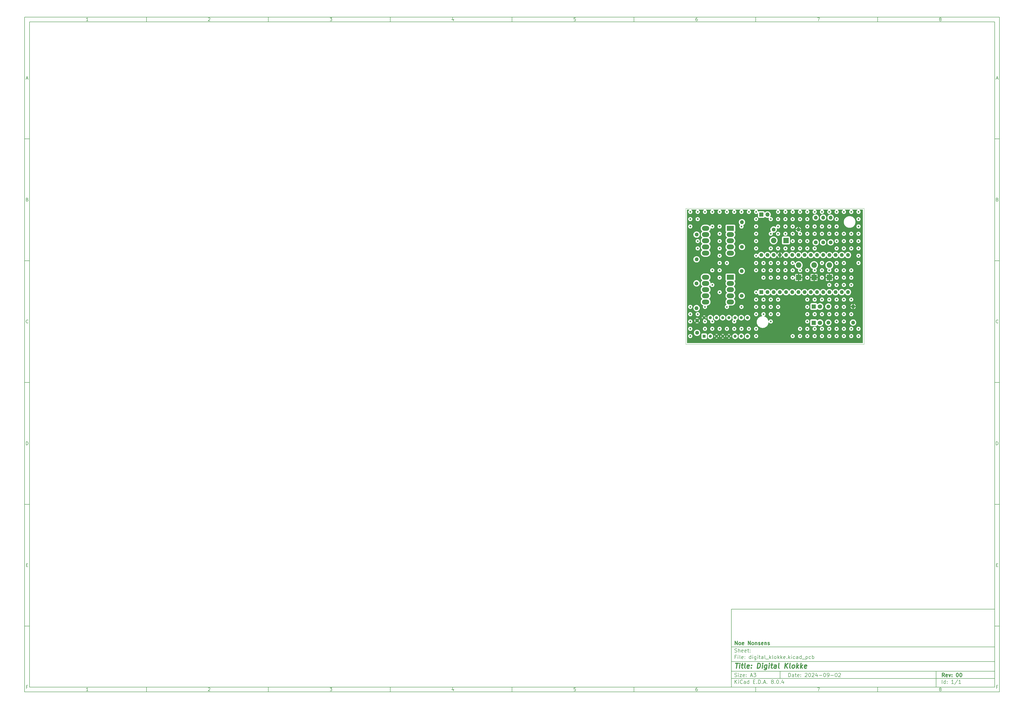
<source format=gbr>
%TF.GenerationSoftware,KiCad,Pcbnew,8.0.4*%
%TF.CreationDate,2024-09-02T20:22:52+02:00*%
%TF.ProjectId,digital_klokke,64696769-7461-46c5-9f6b-6c6f6b6b652e,00*%
%TF.SameCoordinates,PX10c44c20PY899d7e0*%
%TF.FileFunction,Copper,L3,Inr*%
%TF.FilePolarity,Positive*%
%FSLAX46Y46*%
G04 Gerber Fmt 4.6, Leading zero omitted, Abs format (unit mm)*
G04 Created by KiCad (PCBNEW 8.0.4) date 2024-09-02 20:22:52*
%MOMM*%
%LPD*%
G01*
G04 APERTURE LIST*
%ADD10C,0.100000*%
%ADD11C,0.150000*%
%ADD12C,0.300000*%
%ADD13C,0.400000*%
%TA.AperFunction,ComponentPad*%
%ADD14C,1.600000*%
%TD*%
%TA.AperFunction,ComponentPad*%
%ADD15O,1.600000X1.600000*%
%TD*%
%TA.AperFunction,ComponentPad*%
%ADD16R,1.700000X1.700000*%
%TD*%
%TA.AperFunction,ComponentPad*%
%ADD17O,1.700000X1.700000*%
%TD*%
%TA.AperFunction,ComponentPad*%
%ADD18R,1.600000X1.600000*%
%TD*%
%TA.AperFunction,ComponentPad*%
%ADD19R,2.250000X2.250000*%
%TD*%
%TA.AperFunction,ComponentPad*%
%ADD20C,2.250000*%
%TD*%
%TA.AperFunction,ComponentPad*%
%ADD21R,1.295400X1.295400*%
%TD*%
%TA.AperFunction,ComponentPad*%
%ADD22C,1.295400*%
%TD*%
%TA.AperFunction,ComponentPad*%
%ADD23R,3.000000X2.000000*%
%TD*%
%TA.AperFunction,ComponentPad*%
%ADD24O,3.000000X2.000000*%
%TD*%
%TA.AperFunction,ComponentPad*%
%ADD25R,1.800000X1.800000*%
%TD*%
%TA.AperFunction,ComponentPad*%
%ADD26C,1.800000*%
%TD*%
%TA.AperFunction,ViaPad*%
%ADD27C,0.700000*%
%TD*%
%TA.AperFunction,Profile*%
%ADD28C,0.050000*%
%TD*%
G04 APERTURE END LIST*
D10*
D11*
X18689000Y-108702200D02*
X126689000Y-108702200D01*
X126689000Y-140702200D01*
X18689000Y-140702200D01*
X18689000Y-108702200D01*
D10*
D11*
X-271300000Y134300000D02*
X128689000Y134300000D01*
X128689000Y-142702200D01*
X-271300000Y-142702200D01*
X-271300000Y134300000D01*
D10*
D11*
X-269300000Y132300000D02*
X126689000Y132300000D01*
X126689000Y-140702200D01*
X-269300000Y-140702200D01*
X-269300000Y132300000D01*
D10*
D11*
X-221300000Y132300000D02*
X-221300000Y134300000D01*
D10*
D11*
X-171300000Y132300000D02*
X-171300000Y134300000D01*
D10*
D11*
X-121300000Y132300000D02*
X-121300000Y134300000D01*
D10*
D11*
X-71300000Y132300000D02*
X-71300000Y134300000D01*
D10*
D11*
X-21300000Y132300000D02*
X-21300000Y134300000D01*
D10*
D11*
X28700000Y132300000D02*
X28700000Y134300000D01*
D10*
D11*
X78700000Y132300000D02*
X78700000Y134300000D01*
D10*
D11*
X-245210840Y132706396D02*
X-245953697Y132706396D01*
X-245582269Y132706396D02*
X-245582269Y134006396D01*
X-245582269Y134006396D02*
X-245706078Y133820681D01*
X-245706078Y133820681D02*
X-245829888Y133696872D01*
X-245829888Y133696872D02*
X-245953697Y133634967D01*
D10*
D11*
X-195953697Y133882586D02*
X-195891793Y133944491D01*
X-195891793Y133944491D02*
X-195767983Y134006396D01*
X-195767983Y134006396D02*
X-195458459Y134006396D01*
X-195458459Y134006396D02*
X-195334650Y133944491D01*
X-195334650Y133944491D02*
X-195272745Y133882586D01*
X-195272745Y133882586D02*
X-195210840Y133758777D01*
X-195210840Y133758777D02*
X-195210840Y133634967D01*
X-195210840Y133634967D02*
X-195272745Y133449253D01*
X-195272745Y133449253D02*
X-196015602Y132706396D01*
X-196015602Y132706396D02*
X-195210840Y132706396D01*
D10*
D11*
X-146015602Y134006396D02*
X-145210840Y134006396D01*
X-145210840Y134006396D02*
X-145644174Y133511158D01*
X-145644174Y133511158D02*
X-145458459Y133511158D01*
X-145458459Y133511158D02*
X-145334650Y133449253D01*
X-145334650Y133449253D02*
X-145272745Y133387348D01*
X-145272745Y133387348D02*
X-145210840Y133263539D01*
X-145210840Y133263539D02*
X-145210840Y132954015D01*
X-145210840Y132954015D02*
X-145272745Y132830205D01*
X-145272745Y132830205D02*
X-145334650Y132768300D01*
X-145334650Y132768300D02*
X-145458459Y132706396D01*
X-145458459Y132706396D02*
X-145829888Y132706396D01*
X-145829888Y132706396D02*
X-145953697Y132768300D01*
X-145953697Y132768300D02*
X-146015602Y132830205D01*
D10*
D11*
X-95334650Y133573062D02*
X-95334650Y132706396D01*
X-95644174Y134068300D02*
X-95953697Y133139729D01*
X-95953697Y133139729D02*
X-95148936Y133139729D01*
D10*
D11*
X-45272745Y134006396D02*
X-45891793Y134006396D01*
X-45891793Y134006396D02*
X-45953697Y133387348D01*
X-45953697Y133387348D02*
X-45891793Y133449253D01*
X-45891793Y133449253D02*
X-45767983Y133511158D01*
X-45767983Y133511158D02*
X-45458459Y133511158D01*
X-45458459Y133511158D02*
X-45334650Y133449253D01*
X-45334650Y133449253D02*
X-45272745Y133387348D01*
X-45272745Y133387348D02*
X-45210840Y133263539D01*
X-45210840Y133263539D02*
X-45210840Y132954015D01*
X-45210840Y132954015D02*
X-45272745Y132830205D01*
X-45272745Y132830205D02*
X-45334650Y132768300D01*
X-45334650Y132768300D02*
X-45458459Y132706396D01*
X-45458459Y132706396D02*
X-45767983Y132706396D01*
X-45767983Y132706396D02*
X-45891793Y132768300D01*
X-45891793Y132768300D02*
X-45953697Y132830205D01*
D10*
D11*
X4665350Y134006396D02*
X4417731Y134006396D01*
X4417731Y134006396D02*
X4293922Y133944491D01*
X4293922Y133944491D02*
X4232017Y133882586D01*
X4232017Y133882586D02*
X4108207Y133696872D01*
X4108207Y133696872D02*
X4046303Y133449253D01*
X4046303Y133449253D02*
X4046303Y132954015D01*
X4046303Y132954015D02*
X4108207Y132830205D01*
X4108207Y132830205D02*
X4170112Y132768300D01*
X4170112Y132768300D02*
X4293922Y132706396D01*
X4293922Y132706396D02*
X4541541Y132706396D01*
X4541541Y132706396D02*
X4665350Y132768300D01*
X4665350Y132768300D02*
X4727255Y132830205D01*
X4727255Y132830205D02*
X4789160Y132954015D01*
X4789160Y132954015D02*
X4789160Y133263539D01*
X4789160Y133263539D02*
X4727255Y133387348D01*
X4727255Y133387348D02*
X4665350Y133449253D01*
X4665350Y133449253D02*
X4541541Y133511158D01*
X4541541Y133511158D02*
X4293922Y133511158D01*
X4293922Y133511158D02*
X4170112Y133449253D01*
X4170112Y133449253D02*
X4108207Y133387348D01*
X4108207Y133387348D02*
X4046303Y133263539D01*
D10*
D11*
X53984398Y134006396D02*
X54851064Y134006396D01*
X54851064Y134006396D02*
X54293922Y132706396D01*
D10*
D11*
X104293922Y133449253D02*
X104170112Y133511158D01*
X104170112Y133511158D02*
X104108207Y133573062D01*
X104108207Y133573062D02*
X104046303Y133696872D01*
X104046303Y133696872D02*
X104046303Y133758777D01*
X104046303Y133758777D02*
X104108207Y133882586D01*
X104108207Y133882586D02*
X104170112Y133944491D01*
X104170112Y133944491D02*
X104293922Y134006396D01*
X104293922Y134006396D02*
X104541541Y134006396D01*
X104541541Y134006396D02*
X104665350Y133944491D01*
X104665350Y133944491D02*
X104727255Y133882586D01*
X104727255Y133882586D02*
X104789160Y133758777D01*
X104789160Y133758777D02*
X104789160Y133696872D01*
X104789160Y133696872D02*
X104727255Y133573062D01*
X104727255Y133573062D02*
X104665350Y133511158D01*
X104665350Y133511158D02*
X104541541Y133449253D01*
X104541541Y133449253D02*
X104293922Y133449253D01*
X104293922Y133449253D02*
X104170112Y133387348D01*
X104170112Y133387348D02*
X104108207Y133325443D01*
X104108207Y133325443D02*
X104046303Y133201634D01*
X104046303Y133201634D02*
X104046303Y132954015D01*
X104046303Y132954015D02*
X104108207Y132830205D01*
X104108207Y132830205D02*
X104170112Y132768300D01*
X104170112Y132768300D02*
X104293922Y132706396D01*
X104293922Y132706396D02*
X104541541Y132706396D01*
X104541541Y132706396D02*
X104665350Y132768300D01*
X104665350Y132768300D02*
X104727255Y132830205D01*
X104727255Y132830205D02*
X104789160Y132954015D01*
X104789160Y132954015D02*
X104789160Y133201634D01*
X104789160Y133201634D02*
X104727255Y133325443D01*
X104727255Y133325443D02*
X104665350Y133387348D01*
X104665350Y133387348D02*
X104541541Y133449253D01*
D10*
D11*
X-221300000Y-140702200D02*
X-221300000Y-142702200D01*
D10*
D11*
X-171300000Y-140702200D02*
X-171300000Y-142702200D01*
D10*
D11*
X-121300000Y-140702200D02*
X-121300000Y-142702200D01*
D10*
D11*
X-71300000Y-140702200D02*
X-71300000Y-142702200D01*
D10*
D11*
X-21300000Y-140702200D02*
X-21300000Y-142702200D01*
D10*
D11*
X28700000Y-140702200D02*
X28700000Y-142702200D01*
D10*
D11*
X78700000Y-140702200D02*
X78700000Y-142702200D01*
D10*
D11*
X-245210840Y-142295804D02*
X-245953697Y-142295804D01*
X-245582269Y-142295804D02*
X-245582269Y-140995804D01*
X-245582269Y-140995804D02*
X-245706078Y-141181519D01*
X-245706078Y-141181519D02*
X-245829888Y-141305328D01*
X-245829888Y-141305328D02*
X-245953697Y-141367233D01*
D10*
D11*
X-195953697Y-141119614D02*
X-195891793Y-141057709D01*
X-195891793Y-141057709D02*
X-195767983Y-140995804D01*
X-195767983Y-140995804D02*
X-195458459Y-140995804D01*
X-195458459Y-140995804D02*
X-195334650Y-141057709D01*
X-195334650Y-141057709D02*
X-195272745Y-141119614D01*
X-195272745Y-141119614D02*
X-195210840Y-141243423D01*
X-195210840Y-141243423D02*
X-195210840Y-141367233D01*
X-195210840Y-141367233D02*
X-195272745Y-141552947D01*
X-195272745Y-141552947D02*
X-196015602Y-142295804D01*
X-196015602Y-142295804D02*
X-195210840Y-142295804D01*
D10*
D11*
X-146015602Y-140995804D02*
X-145210840Y-140995804D01*
X-145210840Y-140995804D02*
X-145644174Y-141491042D01*
X-145644174Y-141491042D02*
X-145458459Y-141491042D01*
X-145458459Y-141491042D02*
X-145334650Y-141552947D01*
X-145334650Y-141552947D02*
X-145272745Y-141614852D01*
X-145272745Y-141614852D02*
X-145210840Y-141738661D01*
X-145210840Y-141738661D02*
X-145210840Y-142048185D01*
X-145210840Y-142048185D02*
X-145272745Y-142171995D01*
X-145272745Y-142171995D02*
X-145334650Y-142233900D01*
X-145334650Y-142233900D02*
X-145458459Y-142295804D01*
X-145458459Y-142295804D02*
X-145829888Y-142295804D01*
X-145829888Y-142295804D02*
X-145953697Y-142233900D01*
X-145953697Y-142233900D02*
X-146015602Y-142171995D01*
D10*
D11*
X-95334650Y-141429138D02*
X-95334650Y-142295804D01*
X-95644174Y-140933900D02*
X-95953697Y-141862471D01*
X-95953697Y-141862471D02*
X-95148936Y-141862471D01*
D10*
D11*
X-45272745Y-140995804D02*
X-45891793Y-140995804D01*
X-45891793Y-140995804D02*
X-45953697Y-141614852D01*
X-45953697Y-141614852D02*
X-45891793Y-141552947D01*
X-45891793Y-141552947D02*
X-45767983Y-141491042D01*
X-45767983Y-141491042D02*
X-45458459Y-141491042D01*
X-45458459Y-141491042D02*
X-45334650Y-141552947D01*
X-45334650Y-141552947D02*
X-45272745Y-141614852D01*
X-45272745Y-141614852D02*
X-45210840Y-141738661D01*
X-45210840Y-141738661D02*
X-45210840Y-142048185D01*
X-45210840Y-142048185D02*
X-45272745Y-142171995D01*
X-45272745Y-142171995D02*
X-45334650Y-142233900D01*
X-45334650Y-142233900D02*
X-45458459Y-142295804D01*
X-45458459Y-142295804D02*
X-45767983Y-142295804D01*
X-45767983Y-142295804D02*
X-45891793Y-142233900D01*
X-45891793Y-142233900D02*
X-45953697Y-142171995D01*
D10*
D11*
X4665350Y-140995804D02*
X4417731Y-140995804D01*
X4417731Y-140995804D02*
X4293922Y-141057709D01*
X4293922Y-141057709D02*
X4232017Y-141119614D01*
X4232017Y-141119614D02*
X4108207Y-141305328D01*
X4108207Y-141305328D02*
X4046303Y-141552947D01*
X4046303Y-141552947D02*
X4046303Y-142048185D01*
X4046303Y-142048185D02*
X4108207Y-142171995D01*
X4108207Y-142171995D02*
X4170112Y-142233900D01*
X4170112Y-142233900D02*
X4293922Y-142295804D01*
X4293922Y-142295804D02*
X4541541Y-142295804D01*
X4541541Y-142295804D02*
X4665350Y-142233900D01*
X4665350Y-142233900D02*
X4727255Y-142171995D01*
X4727255Y-142171995D02*
X4789160Y-142048185D01*
X4789160Y-142048185D02*
X4789160Y-141738661D01*
X4789160Y-141738661D02*
X4727255Y-141614852D01*
X4727255Y-141614852D02*
X4665350Y-141552947D01*
X4665350Y-141552947D02*
X4541541Y-141491042D01*
X4541541Y-141491042D02*
X4293922Y-141491042D01*
X4293922Y-141491042D02*
X4170112Y-141552947D01*
X4170112Y-141552947D02*
X4108207Y-141614852D01*
X4108207Y-141614852D02*
X4046303Y-141738661D01*
D10*
D11*
X53984398Y-140995804D02*
X54851064Y-140995804D01*
X54851064Y-140995804D02*
X54293922Y-142295804D01*
D10*
D11*
X104293922Y-141552947D02*
X104170112Y-141491042D01*
X104170112Y-141491042D02*
X104108207Y-141429138D01*
X104108207Y-141429138D02*
X104046303Y-141305328D01*
X104046303Y-141305328D02*
X104046303Y-141243423D01*
X104046303Y-141243423D02*
X104108207Y-141119614D01*
X104108207Y-141119614D02*
X104170112Y-141057709D01*
X104170112Y-141057709D02*
X104293922Y-140995804D01*
X104293922Y-140995804D02*
X104541541Y-140995804D01*
X104541541Y-140995804D02*
X104665350Y-141057709D01*
X104665350Y-141057709D02*
X104727255Y-141119614D01*
X104727255Y-141119614D02*
X104789160Y-141243423D01*
X104789160Y-141243423D02*
X104789160Y-141305328D01*
X104789160Y-141305328D02*
X104727255Y-141429138D01*
X104727255Y-141429138D02*
X104665350Y-141491042D01*
X104665350Y-141491042D02*
X104541541Y-141552947D01*
X104541541Y-141552947D02*
X104293922Y-141552947D01*
X104293922Y-141552947D02*
X104170112Y-141614852D01*
X104170112Y-141614852D02*
X104108207Y-141676757D01*
X104108207Y-141676757D02*
X104046303Y-141800566D01*
X104046303Y-141800566D02*
X104046303Y-142048185D01*
X104046303Y-142048185D02*
X104108207Y-142171995D01*
X104108207Y-142171995D02*
X104170112Y-142233900D01*
X104170112Y-142233900D02*
X104293922Y-142295804D01*
X104293922Y-142295804D02*
X104541541Y-142295804D01*
X104541541Y-142295804D02*
X104665350Y-142233900D01*
X104665350Y-142233900D02*
X104727255Y-142171995D01*
X104727255Y-142171995D02*
X104789160Y-142048185D01*
X104789160Y-142048185D02*
X104789160Y-141800566D01*
X104789160Y-141800566D02*
X104727255Y-141676757D01*
X104727255Y-141676757D02*
X104665350Y-141614852D01*
X104665350Y-141614852D02*
X104541541Y-141552947D01*
D10*
D11*
X-271300000Y84300000D02*
X-269300000Y84300000D01*
D10*
D11*
X-271300000Y34300000D02*
X-269300000Y34300000D01*
D10*
D11*
X-271300000Y-15700000D02*
X-269300000Y-15700000D01*
D10*
D11*
X-271300000Y-65700000D02*
X-269300000Y-65700000D01*
D10*
D11*
X-271300000Y-115700000D02*
X-269300000Y-115700000D01*
D10*
D11*
X-270609524Y109077824D02*
X-269990477Y109077824D01*
X-270733334Y108706396D02*
X-270300001Y110006396D01*
X-270300001Y110006396D02*
X-269866667Y108706396D01*
D10*
D11*
X-270207143Y59387348D02*
X-270021429Y59325443D01*
X-270021429Y59325443D02*
X-269959524Y59263539D01*
X-269959524Y59263539D02*
X-269897620Y59139729D01*
X-269897620Y59139729D02*
X-269897620Y58954015D01*
X-269897620Y58954015D02*
X-269959524Y58830205D01*
X-269959524Y58830205D02*
X-270021429Y58768300D01*
X-270021429Y58768300D02*
X-270145239Y58706396D01*
X-270145239Y58706396D02*
X-270640477Y58706396D01*
X-270640477Y58706396D02*
X-270640477Y60006396D01*
X-270640477Y60006396D02*
X-270207143Y60006396D01*
X-270207143Y60006396D02*
X-270083334Y59944491D01*
X-270083334Y59944491D02*
X-270021429Y59882586D01*
X-270021429Y59882586D02*
X-269959524Y59758777D01*
X-269959524Y59758777D02*
X-269959524Y59634967D01*
X-269959524Y59634967D02*
X-270021429Y59511158D01*
X-270021429Y59511158D02*
X-270083334Y59449253D01*
X-270083334Y59449253D02*
X-270207143Y59387348D01*
X-270207143Y59387348D02*
X-270640477Y59387348D01*
D10*
D11*
X-269897620Y8830205D02*
X-269959524Y8768300D01*
X-269959524Y8768300D02*
X-270145239Y8706396D01*
X-270145239Y8706396D02*
X-270269048Y8706396D01*
X-270269048Y8706396D02*
X-270454762Y8768300D01*
X-270454762Y8768300D02*
X-270578572Y8892110D01*
X-270578572Y8892110D02*
X-270640477Y9015920D01*
X-270640477Y9015920D02*
X-270702381Y9263539D01*
X-270702381Y9263539D02*
X-270702381Y9449253D01*
X-270702381Y9449253D02*
X-270640477Y9696872D01*
X-270640477Y9696872D02*
X-270578572Y9820681D01*
X-270578572Y9820681D02*
X-270454762Y9944491D01*
X-270454762Y9944491D02*
X-270269048Y10006396D01*
X-270269048Y10006396D02*
X-270145239Y10006396D01*
X-270145239Y10006396D02*
X-269959524Y9944491D01*
X-269959524Y9944491D02*
X-269897620Y9882586D01*
D10*
D11*
X-270640477Y-41293604D02*
X-270640477Y-39993604D01*
X-270640477Y-39993604D02*
X-270330953Y-39993604D01*
X-270330953Y-39993604D02*
X-270145239Y-40055509D01*
X-270145239Y-40055509D02*
X-270021429Y-40179319D01*
X-270021429Y-40179319D02*
X-269959524Y-40303128D01*
X-269959524Y-40303128D02*
X-269897620Y-40550747D01*
X-269897620Y-40550747D02*
X-269897620Y-40736461D01*
X-269897620Y-40736461D02*
X-269959524Y-40984080D01*
X-269959524Y-40984080D02*
X-270021429Y-41107890D01*
X-270021429Y-41107890D02*
X-270145239Y-41231700D01*
X-270145239Y-41231700D02*
X-270330953Y-41293604D01*
X-270330953Y-41293604D02*
X-270640477Y-41293604D01*
D10*
D11*
X-270578572Y-90612652D02*
X-270145238Y-90612652D01*
X-269959524Y-91293604D02*
X-270578572Y-91293604D01*
X-270578572Y-91293604D02*
X-270578572Y-89993604D01*
X-270578572Y-89993604D02*
X-269959524Y-89993604D01*
D10*
D11*
X-270114286Y-140612652D02*
X-270547620Y-140612652D01*
X-270547620Y-141293604D02*
X-270547620Y-139993604D01*
X-270547620Y-139993604D02*
X-269928572Y-139993604D01*
D10*
D11*
X128689000Y84300000D02*
X126689000Y84300000D01*
D10*
D11*
X128689000Y34300000D02*
X126689000Y34300000D01*
D10*
D11*
X128689000Y-15700000D02*
X126689000Y-15700000D01*
D10*
D11*
X128689000Y-65700000D02*
X126689000Y-65700000D01*
D10*
D11*
X128689000Y-115700000D02*
X126689000Y-115700000D01*
D10*
D11*
X127379476Y109077824D02*
X127998523Y109077824D01*
X127255666Y108706396D02*
X127688999Y110006396D01*
X127688999Y110006396D02*
X128122333Y108706396D01*
D10*
D11*
X127781857Y59387348D02*
X127967571Y59325443D01*
X127967571Y59325443D02*
X128029476Y59263539D01*
X128029476Y59263539D02*
X128091380Y59139729D01*
X128091380Y59139729D02*
X128091380Y58954015D01*
X128091380Y58954015D02*
X128029476Y58830205D01*
X128029476Y58830205D02*
X127967571Y58768300D01*
X127967571Y58768300D02*
X127843761Y58706396D01*
X127843761Y58706396D02*
X127348523Y58706396D01*
X127348523Y58706396D02*
X127348523Y60006396D01*
X127348523Y60006396D02*
X127781857Y60006396D01*
X127781857Y60006396D02*
X127905666Y59944491D01*
X127905666Y59944491D02*
X127967571Y59882586D01*
X127967571Y59882586D02*
X128029476Y59758777D01*
X128029476Y59758777D02*
X128029476Y59634967D01*
X128029476Y59634967D02*
X127967571Y59511158D01*
X127967571Y59511158D02*
X127905666Y59449253D01*
X127905666Y59449253D02*
X127781857Y59387348D01*
X127781857Y59387348D02*
X127348523Y59387348D01*
D10*
D11*
X128091380Y8830205D02*
X128029476Y8768300D01*
X128029476Y8768300D02*
X127843761Y8706396D01*
X127843761Y8706396D02*
X127719952Y8706396D01*
X127719952Y8706396D02*
X127534238Y8768300D01*
X127534238Y8768300D02*
X127410428Y8892110D01*
X127410428Y8892110D02*
X127348523Y9015920D01*
X127348523Y9015920D02*
X127286619Y9263539D01*
X127286619Y9263539D02*
X127286619Y9449253D01*
X127286619Y9449253D02*
X127348523Y9696872D01*
X127348523Y9696872D02*
X127410428Y9820681D01*
X127410428Y9820681D02*
X127534238Y9944491D01*
X127534238Y9944491D02*
X127719952Y10006396D01*
X127719952Y10006396D02*
X127843761Y10006396D01*
X127843761Y10006396D02*
X128029476Y9944491D01*
X128029476Y9944491D02*
X128091380Y9882586D01*
D10*
D11*
X127348523Y-41293604D02*
X127348523Y-39993604D01*
X127348523Y-39993604D02*
X127658047Y-39993604D01*
X127658047Y-39993604D02*
X127843761Y-40055509D01*
X127843761Y-40055509D02*
X127967571Y-40179319D01*
X127967571Y-40179319D02*
X128029476Y-40303128D01*
X128029476Y-40303128D02*
X128091380Y-40550747D01*
X128091380Y-40550747D02*
X128091380Y-40736461D01*
X128091380Y-40736461D02*
X128029476Y-40984080D01*
X128029476Y-40984080D02*
X127967571Y-41107890D01*
X127967571Y-41107890D02*
X127843761Y-41231700D01*
X127843761Y-41231700D02*
X127658047Y-41293604D01*
X127658047Y-41293604D02*
X127348523Y-41293604D01*
D10*
D11*
X127410428Y-90612652D02*
X127843762Y-90612652D01*
X128029476Y-91293604D02*
X127410428Y-91293604D01*
X127410428Y-91293604D02*
X127410428Y-89993604D01*
X127410428Y-89993604D02*
X128029476Y-89993604D01*
D10*
D11*
X127874714Y-140612652D02*
X127441380Y-140612652D01*
X127441380Y-141293604D02*
X127441380Y-139993604D01*
X127441380Y-139993604D02*
X128060428Y-139993604D01*
D10*
D11*
X42144826Y-136488328D02*
X42144826Y-134988328D01*
X42144826Y-134988328D02*
X42501969Y-134988328D01*
X42501969Y-134988328D02*
X42716255Y-135059757D01*
X42716255Y-135059757D02*
X42859112Y-135202614D01*
X42859112Y-135202614D02*
X42930541Y-135345471D01*
X42930541Y-135345471D02*
X43001969Y-135631185D01*
X43001969Y-135631185D02*
X43001969Y-135845471D01*
X43001969Y-135845471D02*
X42930541Y-136131185D01*
X42930541Y-136131185D02*
X42859112Y-136274042D01*
X42859112Y-136274042D02*
X42716255Y-136416900D01*
X42716255Y-136416900D02*
X42501969Y-136488328D01*
X42501969Y-136488328D02*
X42144826Y-136488328D01*
X44287684Y-136488328D02*
X44287684Y-135702614D01*
X44287684Y-135702614D02*
X44216255Y-135559757D01*
X44216255Y-135559757D02*
X44073398Y-135488328D01*
X44073398Y-135488328D02*
X43787684Y-135488328D01*
X43787684Y-135488328D02*
X43644826Y-135559757D01*
X44287684Y-136416900D02*
X44144826Y-136488328D01*
X44144826Y-136488328D02*
X43787684Y-136488328D01*
X43787684Y-136488328D02*
X43644826Y-136416900D01*
X43644826Y-136416900D02*
X43573398Y-136274042D01*
X43573398Y-136274042D02*
X43573398Y-136131185D01*
X43573398Y-136131185D02*
X43644826Y-135988328D01*
X43644826Y-135988328D02*
X43787684Y-135916900D01*
X43787684Y-135916900D02*
X44144826Y-135916900D01*
X44144826Y-135916900D02*
X44287684Y-135845471D01*
X44787684Y-135488328D02*
X45359112Y-135488328D01*
X45001969Y-134988328D02*
X45001969Y-136274042D01*
X45001969Y-136274042D02*
X45073398Y-136416900D01*
X45073398Y-136416900D02*
X45216255Y-136488328D01*
X45216255Y-136488328D02*
X45359112Y-136488328D01*
X46430541Y-136416900D02*
X46287684Y-136488328D01*
X46287684Y-136488328D02*
X46001970Y-136488328D01*
X46001970Y-136488328D02*
X45859112Y-136416900D01*
X45859112Y-136416900D02*
X45787684Y-136274042D01*
X45787684Y-136274042D02*
X45787684Y-135702614D01*
X45787684Y-135702614D02*
X45859112Y-135559757D01*
X45859112Y-135559757D02*
X46001970Y-135488328D01*
X46001970Y-135488328D02*
X46287684Y-135488328D01*
X46287684Y-135488328D02*
X46430541Y-135559757D01*
X46430541Y-135559757D02*
X46501970Y-135702614D01*
X46501970Y-135702614D02*
X46501970Y-135845471D01*
X46501970Y-135845471D02*
X45787684Y-135988328D01*
X47144826Y-136345471D02*
X47216255Y-136416900D01*
X47216255Y-136416900D02*
X47144826Y-136488328D01*
X47144826Y-136488328D02*
X47073398Y-136416900D01*
X47073398Y-136416900D02*
X47144826Y-136345471D01*
X47144826Y-136345471D02*
X47144826Y-136488328D01*
X47144826Y-135559757D02*
X47216255Y-135631185D01*
X47216255Y-135631185D02*
X47144826Y-135702614D01*
X47144826Y-135702614D02*
X47073398Y-135631185D01*
X47073398Y-135631185D02*
X47144826Y-135559757D01*
X47144826Y-135559757D02*
X47144826Y-135702614D01*
X48930541Y-135131185D02*
X49001969Y-135059757D01*
X49001969Y-135059757D02*
X49144827Y-134988328D01*
X49144827Y-134988328D02*
X49501969Y-134988328D01*
X49501969Y-134988328D02*
X49644827Y-135059757D01*
X49644827Y-135059757D02*
X49716255Y-135131185D01*
X49716255Y-135131185D02*
X49787684Y-135274042D01*
X49787684Y-135274042D02*
X49787684Y-135416900D01*
X49787684Y-135416900D02*
X49716255Y-135631185D01*
X49716255Y-135631185D02*
X48859112Y-136488328D01*
X48859112Y-136488328D02*
X49787684Y-136488328D01*
X50716255Y-134988328D02*
X50859112Y-134988328D01*
X50859112Y-134988328D02*
X51001969Y-135059757D01*
X51001969Y-135059757D02*
X51073398Y-135131185D01*
X51073398Y-135131185D02*
X51144826Y-135274042D01*
X51144826Y-135274042D02*
X51216255Y-135559757D01*
X51216255Y-135559757D02*
X51216255Y-135916900D01*
X51216255Y-135916900D02*
X51144826Y-136202614D01*
X51144826Y-136202614D02*
X51073398Y-136345471D01*
X51073398Y-136345471D02*
X51001969Y-136416900D01*
X51001969Y-136416900D02*
X50859112Y-136488328D01*
X50859112Y-136488328D02*
X50716255Y-136488328D01*
X50716255Y-136488328D02*
X50573398Y-136416900D01*
X50573398Y-136416900D02*
X50501969Y-136345471D01*
X50501969Y-136345471D02*
X50430540Y-136202614D01*
X50430540Y-136202614D02*
X50359112Y-135916900D01*
X50359112Y-135916900D02*
X50359112Y-135559757D01*
X50359112Y-135559757D02*
X50430540Y-135274042D01*
X50430540Y-135274042D02*
X50501969Y-135131185D01*
X50501969Y-135131185D02*
X50573398Y-135059757D01*
X50573398Y-135059757D02*
X50716255Y-134988328D01*
X51787683Y-135131185D02*
X51859111Y-135059757D01*
X51859111Y-135059757D02*
X52001969Y-134988328D01*
X52001969Y-134988328D02*
X52359111Y-134988328D01*
X52359111Y-134988328D02*
X52501969Y-135059757D01*
X52501969Y-135059757D02*
X52573397Y-135131185D01*
X52573397Y-135131185D02*
X52644826Y-135274042D01*
X52644826Y-135274042D02*
X52644826Y-135416900D01*
X52644826Y-135416900D02*
X52573397Y-135631185D01*
X52573397Y-135631185D02*
X51716254Y-136488328D01*
X51716254Y-136488328D02*
X52644826Y-136488328D01*
X53930540Y-135488328D02*
X53930540Y-136488328D01*
X53573397Y-134916900D02*
X53216254Y-135988328D01*
X53216254Y-135988328D02*
X54144825Y-135988328D01*
X54716253Y-135916900D02*
X55859111Y-135916900D01*
X56859111Y-134988328D02*
X57001968Y-134988328D01*
X57001968Y-134988328D02*
X57144825Y-135059757D01*
X57144825Y-135059757D02*
X57216254Y-135131185D01*
X57216254Y-135131185D02*
X57287682Y-135274042D01*
X57287682Y-135274042D02*
X57359111Y-135559757D01*
X57359111Y-135559757D02*
X57359111Y-135916900D01*
X57359111Y-135916900D02*
X57287682Y-136202614D01*
X57287682Y-136202614D02*
X57216254Y-136345471D01*
X57216254Y-136345471D02*
X57144825Y-136416900D01*
X57144825Y-136416900D02*
X57001968Y-136488328D01*
X57001968Y-136488328D02*
X56859111Y-136488328D01*
X56859111Y-136488328D02*
X56716254Y-136416900D01*
X56716254Y-136416900D02*
X56644825Y-136345471D01*
X56644825Y-136345471D02*
X56573396Y-136202614D01*
X56573396Y-136202614D02*
X56501968Y-135916900D01*
X56501968Y-135916900D02*
X56501968Y-135559757D01*
X56501968Y-135559757D02*
X56573396Y-135274042D01*
X56573396Y-135274042D02*
X56644825Y-135131185D01*
X56644825Y-135131185D02*
X56716254Y-135059757D01*
X56716254Y-135059757D02*
X56859111Y-134988328D01*
X58073396Y-136488328D02*
X58359110Y-136488328D01*
X58359110Y-136488328D02*
X58501967Y-136416900D01*
X58501967Y-136416900D02*
X58573396Y-136345471D01*
X58573396Y-136345471D02*
X58716253Y-136131185D01*
X58716253Y-136131185D02*
X58787682Y-135845471D01*
X58787682Y-135845471D02*
X58787682Y-135274042D01*
X58787682Y-135274042D02*
X58716253Y-135131185D01*
X58716253Y-135131185D02*
X58644825Y-135059757D01*
X58644825Y-135059757D02*
X58501967Y-134988328D01*
X58501967Y-134988328D02*
X58216253Y-134988328D01*
X58216253Y-134988328D02*
X58073396Y-135059757D01*
X58073396Y-135059757D02*
X58001967Y-135131185D01*
X58001967Y-135131185D02*
X57930539Y-135274042D01*
X57930539Y-135274042D02*
X57930539Y-135631185D01*
X57930539Y-135631185D02*
X58001967Y-135774042D01*
X58001967Y-135774042D02*
X58073396Y-135845471D01*
X58073396Y-135845471D02*
X58216253Y-135916900D01*
X58216253Y-135916900D02*
X58501967Y-135916900D01*
X58501967Y-135916900D02*
X58644825Y-135845471D01*
X58644825Y-135845471D02*
X58716253Y-135774042D01*
X58716253Y-135774042D02*
X58787682Y-135631185D01*
X59430538Y-135916900D02*
X60573396Y-135916900D01*
X61573396Y-134988328D02*
X61716253Y-134988328D01*
X61716253Y-134988328D02*
X61859110Y-135059757D01*
X61859110Y-135059757D02*
X61930539Y-135131185D01*
X61930539Y-135131185D02*
X62001967Y-135274042D01*
X62001967Y-135274042D02*
X62073396Y-135559757D01*
X62073396Y-135559757D02*
X62073396Y-135916900D01*
X62073396Y-135916900D02*
X62001967Y-136202614D01*
X62001967Y-136202614D02*
X61930539Y-136345471D01*
X61930539Y-136345471D02*
X61859110Y-136416900D01*
X61859110Y-136416900D02*
X61716253Y-136488328D01*
X61716253Y-136488328D02*
X61573396Y-136488328D01*
X61573396Y-136488328D02*
X61430539Y-136416900D01*
X61430539Y-136416900D02*
X61359110Y-136345471D01*
X61359110Y-136345471D02*
X61287681Y-136202614D01*
X61287681Y-136202614D02*
X61216253Y-135916900D01*
X61216253Y-135916900D02*
X61216253Y-135559757D01*
X61216253Y-135559757D02*
X61287681Y-135274042D01*
X61287681Y-135274042D02*
X61359110Y-135131185D01*
X61359110Y-135131185D02*
X61430539Y-135059757D01*
X61430539Y-135059757D02*
X61573396Y-134988328D01*
X62644824Y-135131185D02*
X62716252Y-135059757D01*
X62716252Y-135059757D02*
X62859110Y-134988328D01*
X62859110Y-134988328D02*
X63216252Y-134988328D01*
X63216252Y-134988328D02*
X63359110Y-135059757D01*
X63359110Y-135059757D02*
X63430538Y-135131185D01*
X63430538Y-135131185D02*
X63501967Y-135274042D01*
X63501967Y-135274042D02*
X63501967Y-135416900D01*
X63501967Y-135416900D02*
X63430538Y-135631185D01*
X63430538Y-135631185D02*
X62573395Y-136488328D01*
X62573395Y-136488328D02*
X63501967Y-136488328D01*
D10*
D11*
X18689000Y-137202200D02*
X126689000Y-137202200D01*
D10*
D11*
X20144826Y-139288328D02*
X20144826Y-137788328D01*
X21001969Y-139288328D02*
X20359112Y-138431185D01*
X21001969Y-137788328D02*
X20144826Y-138645471D01*
X21644826Y-139288328D02*
X21644826Y-138288328D01*
X21644826Y-137788328D02*
X21573398Y-137859757D01*
X21573398Y-137859757D02*
X21644826Y-137931185D01*
X21644826Y-137931185D02*
X21716255Y-137859757D01*
X21716255Y-137859757D02*
X21644826Y-137788328D01*
X21644826Y-137788328D02*
X21644826Y-137931185D01*
X23216255Y-139145471D02*
X23144827Y-139216900D01*
X23144827Y-139216900D02*
X22930541Y-139288328D01*
X22930541Y-139288328D02*
X22787684Y-139288328D01*
X22787684Y-139288328D02*
X22573398Y-139216900D01*
X22573398Y-139216900D02*
X22430541Y-139074042D01*
X22430541Y-139074042D02*
X22359112Y-138931185D01*
X22359112Y-138931185D02*
X22287684Y-138645471D01*
X22287684Y-138645471D02*
X22287684Y-138431185D01*
X22287684Y-138431185D02*
X22359112Y-138145471D01*
X22359112Y-138145471D02*
X22430541Y-138002614D01*
X22430541Y-138002614D02*
X22573398Y-137859757D01*
X22573398Y-137859757D02*
X22787684Y-137788328D01*
X22787684Y-137788328D02*
X22930541Y-137788328D01*
X22930541Y-137788328D02*
X23144827Y-137859757D01*
X23144827Y-137859757D02*
X23216255Y-137931185D01*
X24501970Y-139288328D02*
X24501970Y-138502614D01*
X24501970Y-138502614D02*
X24430541Y-138359757D01*
X24430541Y-138359757D02*
X24287684Y-138288328D01*
X24287684Y-138288328D02*
X24001970Y-138288328D01*
X24001970Y-138288328D02*
X23859112Y-138359757D01*
X24501970Y-139216900D02*
X24359112Y-139288328D01*
X24359112Y-139288328D02*
X24001970Y-139288328D01*
X24001970Y-139288328D02*
X23859112Y-139216900D01*
X23859112Y-139216900D02*
X23787684Y-139074042D01*
X23787684Y-139074042D02*
X23787684Y-138931185D01*
X23787684Y-138931185D02*
X23859112Y-138788328D01*
X23859112Y-138788328D02*
X24001970Y-138716900D01*
X24001970Y-138716900D02*
X24359112Y-138716900D01*
X24359112Y-138716900D02*
X24501970Y-138645471D01*
X25859113Y-139288328D02*
X25859113Y-137788328D01*
X25859113Y-139216900D02*
X25716255Y-139288328D01*
X25716255Y-139288328D02*
X25430541Y-139288328D01*
X25430541Y-139288328D02*
X25287684Y-139216900D01*
X25287684Y-139216900D02*
X25216255Y-139145471D01*
X25216255Y-139145471D02*
X25144827Y-139002614D01*
X25144827Y-139002614D02*
X25144827Y-138574042D01*
X25144827Y-138574042D02*
X25216255Y-138431185D01*
X25216255Y-138431185D02*
X25287684Y-138359757D01*
X25287684Y-138359757D02*
X25430541Y-138288328D01*
X25430541Y-138288328D02*
X25716255Y-138288328D01*
X25716255Y-138288328D02*
X25859113Y-138359757D01*
X27716255Y-138502614D02*
X28216255Y-138502614D01*
X28430541Y-139288328D02*
X27716255Y-139288328D01*
X27716255Y-139288328D02*
X27716255Y-137788328D01*
X27716255Y-137788328D02*
X28430541Y-137788328D01*
X29073398Y-139145471D02*
X29144827Y-139216900D01*
X29144827Y-139216900D02*
X29073398Y-139288328D01*
X29073398Y-139288328D02*
X29001970Y-139216900D01*
X29001970Y-139216900D02*
X29073398Y-139145471D01*
X29073398Y-139145471D02*
X29073398Y-139288328D01*
X29787684Y-139288328D02*
X29787684Y-137788328D01*
X29787684Y-137788328D02*
X30144827Y-137788328D01*
X30144827Y-137788328D02*
X30359113Y-137859757D01*
X30359113Y-137859757D02*
X30501970Y-138002614D01*
X30501970Y-138002614D02*
X30573399Y-138145471D01*
X30573399Y-138145471D02*
X30644827Y-138431185D01*
X30644827Y-138431185D02*
X30644827Y-138645471D01*
X30644827Y-138645471D02*
X30573399Y-138931185D01*
X30573399Y-138931185D02*
X30501970Y-139074042D01*
X30501970Y-139074042D02*
X30359113Y-139216900D01*
X30359113Y-139216900D02*
X30144827Y-139288328D01*
X30144827Y-139288328D02*
X29787684Y-139288328D01*
X31287684Y-139145471D02*
X31359113Y-139216900D01*
X31359113Y-139216900D02*
X31287684Y-139288328D01*
X31287684Y-139288328D02*
X31216256Y-139216900D01*
X31216256Y-139216900D02*
X31287684Y-139145471D01*
X31287684Y-139145471D02*
X31287684Y-139288328D01*
X31930542Y-138859757D02*
X32644828Y-138859757D01*
X31787685Y-139288328D02*
X32287685Y-137788328D01*
X32287685Y-137788328D02*
X32787685Y-139288328D01*
X33287684Y-139145471D02*
X33359113Y-139216900D01*
X33359113Y-139216900D02*
X33287684Y-139288328D01*
X33287684Y-139288328D02*
X33216256Y-139216900D01*
X33216256Y-139216900D02*
X33287684Y-139145471D01*
X33287684Y-139145471D02*
X33287684Y-139288328D01*
X35359113Y-138431185D02*
X35216256Y-138359757D01*
X35216256Y-138359757D02*
X35144827Y-138288328D01*
X35144827Y-138288328D02*
X35073399Y-138145471D01*
X35073399Y-138145471D02*
X35073399Y-138074042D01*
X35073399Y-138074042D02*
X35144827Y-137931185D01*
X35144827Y-137931185D02*
X35216256Y-137859757D01*
X35216256Y-137859757D02*
X35359113Y-137788328D01*
X35359113Y-137788328D02*
X35644827Y-137788328D01*
X35644827Y-137788328D02*
X35787685Y-137859757D01*
X35787685Y-137859757D02*
X35859113Y-137931185D01*
X35859113Y-137931185D02*
X35930542Y-138074042D01*
X35930542Y-138074042D02*
X35930542Y-138145471D01*
X35930542Y-138145471D02*
X35859113Y-138288328D01*
X35859113Y-138288328D02*
X35787685Y-138359757D01*
X35787685Y-138359757D02*
X35644827Y-138431185D01*
X35644827Y-138431185D02*
X35359113Y-138431185D01*
X35359113Y-138431185D02*
X35216256Y-138502614D01*
X35216256Y-138502614D02*
X35144827Y-138574042D01*
X35144827Y-138574042D02*
X35073399Y-138716900D01*
X35073399Y-138716900D02*
X35073399Y-139002614D01*
X35073399Y-139002614D02*
X35144827Y-139145471D01*
X35144827Y-139145471D02*
X35216256Y-139216900D01*
X35216256Y-139216900D02*
X35359113Y-139288328D01*
X35359113Y-139288328D02*
X35644827Y-139288328D01*
X35644827Y-139288328D02*
X35787685Y-139216900D01*
X35787685Y-139216900D02*
X35859113Y-139145471D01*
X35859113Y-139145471D02*
X35930542Y-139002614D01*
X35930542Y-139002614D02*
X35930542Y-138716900D01*
X35930542Y-138716900D02*
X35859113Y-138574042D01*
X35859113Y-138574042D02*
X35787685Y-138502614D01*
X35787685Y-138502614D02*
X35644827Y-138431185D01*
X36573398Y-139145471D02*
X36644827Y-139216900D01*
X36644827Y-139216900D02*
X36573398Y-139288328D01*
X36573398Y-139288328D02*
X36501970Y-139216900D01*
X36501970Y-139216900D02*
X36573398Y-139145471D01*
X36573398Y-139145471D02*
X36573398Y-139288328D01*
X37573399Y-137788328D02*
X37716256Y-137788328D01*
X37716256Y-137788328D02*
X37859113Y-137859757D01*
X37859113Y-137859757D02*
X37930542Y-137931185D01*
X37930542Y-137931185D02*
X38001970Y-138074042D01*
X38001970Y-138074042D02*
X38073399Y-138359757D01*
X38073399Y-138359757D02*
X38073399Y-138716900D01*
X38073399Y-138716900D02*
X38001970Y-139002614D01*
X38001970Y-139002614D02*
X37930542Y-139145471D01*
X37930542Y-139145471D02*
X37859113Y-139216900D01*
X37859113Y-139216900D02*
X37716256Y-139288328D01*
X37716256Y-139288328D02*
X37573399Y-139288328D01*
X37573399Y-139288328D02*
X37430542Y-139216900D01*
X37430542Y-139216900D02*
X37359113Y-139145471D01*
X37359113Y-139145471D02*
X37287684Y-139002614D01*
X37287684Y-139002614D02*
X37216256Y-138716900D01*
X37216256Y-138716900D02*
X37216256Y-138359757D01*
X37216256Y-138359757D02*
X37287684Y-138074042D01*
X37287684Y-138074042D02*
X37359113Y-137931185D01*
X37359113Y-137931185D02*
X37430542Y-137859757D01*
X37430542Y-137859757D02*
X37573399Y-137788328D01*
X38716255Y-139145471D02*
X38787684Y-139216900D01*
X38787684Y-139216900D02*
X38716255Y-139288328D01*
X38716255Y-139288328D02*
X38644827Y-139216900D01*
X38644827Y-139216900D02*
X38716255Y-139145471D01*
X38716255Y-139145471D02*
X38716255Y-139288328D01*
X40073399Y-138288328D02*
X40073399Y-139288328D01*
X39716256Y-137716900D02*
X39359113Y-138788328D01*
X39359113Y-138788328D02*
X40287684Y-138788328D01*
D10*
D11*
X18689000Y-134202200D02*
X126689000Y-134202200D01*
D10*
D12*
X106100653Y-136480528D02*
X105600653Y-135766242D01*
X105243510Y-136480528D02*
X105243510Y-134980528D01*
X105243510Y-134980528D02*
X105814939Y-134980528D01*
X105814939Y-134980528D02*
X105957796Y-135051957D01*
X105957796Y-135051957D02*
X106029225Y-135123385D01*
X106029225Y-135123385D02*
X106100653Y-135266242D01*
X106100653Y-135266242D02*
X106100653Y-135480528D01*
X106100653Y-135480528D02*
X106029225Y-135623385D01*
X106029225Y-135623385D02*
X105957796Y-135694814D01*
X105957796Y-135694814D02*
X105814939Y-135766242D01*
X105814939Y-135766242D02*
X105243510Y-135766242D01*
X107314939Y-136409100D02*
X107172082Y-136480528D01*
X107172082Y-136480528D02*
X106886368Y-136480528D01*
X106886368Y-136480528D02*
X106743510Y-136409100D01*
X106743510Y-136409100D02*
X106672082Y-136266242D01*
X106672082Y-136266242D02*
X106672082Y-135694814D01*
X106672082Y-135694814D02*
X106743510Y-135551957D01*
X106743510Y-135551957D02*
X106886368Y-135480528D01*
X106886368Y-135480528D02*
X107172082Y-135480528D01*
X107172082Y-135480528D02*
X107314939Y-135551957D01*
X107314939Y-135551957D02*
X107386368Y-135694814D01*
X107386368Y-135694814D02*
X107386368Y-135837671D01*
X107386368Y-135837671D02*
X106672082Y-135980528D01*
X107886367Y-135480528D02*
X108243510Y-136480528D01*
X108243510Y-136480528D02*
X108600653Y-135480528D01*
X109172081Y-136337671D02*
X109243510Y-136409100D01*
X109243510Y-136409100D02*
X109172081Y-136480528D01*
X109172081Y-136480528D02*
X109100653Y-136409100D01*
X109100653Y-136409100D02*
X109172081Y-136337671D01*
X109172081Y-136337671D02*
X109172081Y-136480528D01*
X109172081Y-135551957D02*
X109243510Y-135623385D01*
X109243510Y-135623385D02*
X109172081Y-135694814D01*
X109172081Y-135694814D02*
X109100653Y-135623385D01*
X109100653Y-135623385D02*
X109172081Y-135551957D01*
X109172081Y-135551957D02*
X109172081Y-135694814D01*
X111314939Y-134980528D02*
X111457796Y-134980528D01*
X111457796Y-134980528D02*
X111600653Y-135051957D01*
X111600653Y-135051957D02*
X111672082Y-135123385D01*
X111672082Y-135123385D02*
X111743510Y-135266242D01*
X111743510Y-135266242D02*
X111814939Y-135551957D01*
X111814939Y-135551957D02*
X111814939Y-135909100D01*
X111814939Y-135909100D02*
X111743510Y-136194814D01*
X111743510Y-136194814D02*
X111672082Y-136337671D01*
X111672082Y-136337671D02*
X111600653Y-136409100D01*
X111600653Y-136409100D02*
X111457796Y-136480528D01*
X111457796Y-136480528D02*
X111314939Y-136480528D01*
X111314939Y-136480528D02*
X111172082Y-136409100D01*
X111172082Y-136409100D02*
X111100653Y-136337671D01*
X111100653Y-136337671D02*
X111029224Y-136194814D01*
X111029224Y-136194814D02*
X110957796Y-135909100D01*
X110957796Y-135909100D02*
X110957796Y-135551957D01*
X110957796Y-135551957D02*
X111029224Y-135266242D01*
X111029224Y-135266242D02*
X111100653Y-135123385D01*
X111100653Y-135123385D02*
X111172082Y-135051957D01*
X111172082Y-135051957D02*
X111314939Y-134980528D01*
X112743510Y-134980528D02*
X112886367Y-134980528D01*
X112886367Y-134980528D02*
X113029224Y-135051957D01*
X113029224Y-135051957D02*
X113100653Y-135123385D01*
X113100653Y-135123385D02*
X113172081Y-135266242D01*
X113172081Y-135266242D02*
X113243510Y-135551957D01*
X113243510Y-135551957D02*
X113243510Y-135909100D01*
X113243510Y-135909100D02*
X113172081Y-136194814D01*
X113172081Y-136194814D02*
X113100653Y-136337671D01*
X113100653Y-136337671D02*
X113029224Y-136409100D01*
X113029224Y-136409100D02*
X112886367Y-136480528D01*
X112886367Y-136480528D02*
X112743510Y-136480528D01*
X112743510Y-136480528D02*
X112600653Y-136409100D01*
X112600653Y-136409100D02*
X112529224Y-136337671D01*
X112529224Y-136337671D02*
X112457795Y-136194814D01*
X112457795Y-136194814D02*
X112386367Y-135909100D01*
X112386367Y-135909100D02*
X112386367Y-135551957D01*
X112386367Y-135551957D02*
X112457795Y-135266242D01*
X112457795Y-135266242D02*
X112529224Y-135123385D01*
X112529224Y-135123385D02*
X112600653Y-135051957D01*
X112600653Y-135051957D02*
X112743510Y-134980528D01*
D10*
D11*
X20073398Y-136416900D02*
X20287684Y-136488328D01*
X20287684Y-136488328D02*
X20644826Y-136488328D01*
X20644826Y-136488328D02*
X20787684Y-136416900D01*
X20787684Y-136416900D02*
X20859112Y-136345471D01*
X20859112Y-136345471D02*
X20930541Y-136202614D01*
X20930541Y-136202614D02*
X20930541Y-136059757D01*
X20930541Y-136059757D02*
X20859112Y-135916900D01*
X20859112Y-135916900D02*
X20787684Y-135845471D01*
X20787684Y-135845471D02*
X20644826Y-135774042D01*
X20644826Y-135774042D02*
X20359112Y-135702614D01*
X20359112Y-135702614D02*
X20216255Y-135631185D01*
X20216255Y-135631185D02*
X20144826Y-135559757D01*
X20144826Y-135559757D02*
X20073398Y-135416900D01*
X20073398Y-135416900D02*
X20073398Y-135274042D01*
X20073398Y-135274042D02*
X20144826Y-135131185D01*
X20144826Y-135131185D02*
X20216255Y-135059757D01*
X20216255Y-135059757D02*
X20359112Y-134988328D01*
X20359112Y-134988328D02*
X20716255Y-134988328D01*
X20716255Y-134988328D02*
X20930541Y-135059757D01*
X21573397Y-136488328D02*
X21573397Y-135488328D01*
X21573397Y-134988328D02*
X21501969Y-135059757D01*
X21501969Y-135059757D02*
X21573397Y-135131185D01*
X21573397Y-135131185D02*
X21644826Y-135059757D01*
X21644826Y-135059757D02*
X21573397Y-134988328D01*
X21573397Y-134988328D02*
X21573397Y-135131185D01*
X22144826Y-135488328D02*
X22930541Y-135488328D01*
X22930541Y-135488328D02*
X22144826Y-136488328D01*
X22144826Y-136488328D02*
X22930541Y-136488328D01*
X24073398Y-136416900D02*
X23930541Y-136488328D01*
X23930541Y-136488328D02*
X23644827Y-136488328D01*
X23644827Y-136488328D02*
X23501969Y-136416900D01*
X23501969Y-136416900D02*
X23430541Y-136274042D01*
X23430541Y-136274042D02*
X23430541Y-135702614D01*
X23430541Y-135702614D02*
X23501969Y-135559757D01*
X23501969Y-135559757D02*
X23644827Y-135488328D01*
X23644827Y-135488328D02*
X23930541Y-135488328D01*
X23930541Y-135488328D02*
X24073398Y-135559757D01*
X24073398Y-135559757D02*
X24144827Y-135702614D01*
X24144827Y-135702614D02*
X24144827Y-135845471D01*
X24144827Y-135845471D02*
X23430541Y-135988328D01*
X24787683Y-136345471D02*
X24859112Y-136416900D01*
X24859112Y-136416900D02*
X24787683Y-136488328D01*
X24787683Y-136488328D02*
X24716255Y-136416900D01*
X24716255Y-136416900D02*
X24787683Y-136345471D01*
X24787683Y-136345471D02*
X24787683Y-136488328D01*
X24787683Y-135559757D02*
X24859112Y-135631185D01*
X24859112Y-135631185D02*
X24787683Y-135702614D01*
X24787683Y-135702614D02*
X24716255Y-135631185D01*
X24716255Y-135631185D02*
X24787683Y-135559757D01*
X24787683Y-135559757D02*
X24787683Y-135702614D01*
X26573398Y-136059757D02*
X27287684Y-136059757D01*
X26430541Y-136488328D02*
X26930541Y-134988328D01*
X26930541Y-134988328D02*
X27430541Y-136488328D01*
X27787683Y-134988328D02*
X28716255Y-134988328D01*
X28716255Y-134988328D02*
X28216255Y-135559757D01*
X28216255Y-135559757D02*
X28430540Y-135559757D01*
X28430540Y-135559757D02*
X28573398Y-135631185D01*
X28573398Y-135631185D02*
X28644826Y-135702614D01*
X28644826Y-135702614D02*
X28716255Y-135845471D01*
X28716255Y-135845471D02*
X28716255Y-136202614D01*
X28716255Y-136202614D02*
X28644826Y-136345471D01*
X28644826Y-136345471D02*
X28573398Y-136416900D01*
X28573398Y-136416900D02*
X28430540Y-136488328D01*
X28430540Y-136488328D02*
X28001969Y-136488328D01*
X28001969Y-136488328D02*
X27859112Y-136416900D01*
X27859112Y-136416900D02*
X27787683Y-136345471D01*
D10*
D11*
X105144826Y-139288328D02*
X105144826Y-137788328D01*
X106501970Y-139288328D02*
X106501970Y-137788328D01*
X106501970Y-139216900D02*
X106359112Y-139288328D01*
X106359112Y-139288328D02*
X106073398Y-139288328D01*
X106073398Y-139288328D02*
X105930541Y-139216900D01*
X105930541Y-139216900D02*
X105859112Y-139145471D01*
X105859112Y-139145471D02*
X105787684Y-139002614D01*
X105787684Y-139002614D02*
X105787684Y-138574042D01*
X105787684Y-138574042D02*
X105859112Y-138431185D01*
X105859112Y-138431185D02*
X105930541Y-138359757D01*
X105930541Y-138359757D02*
X106073398Y-138288328D01*
X106073398Y-138288328D02*
X106359112Y-138288328D01*
X106359112Y-138288328D02*
X106501970Y-138359757D01*
X107216255Y-139145471D02*
X107287684Y-139216900D01*
X107287684Y-139216900D02*
X107216255Y-139288328D01*
X107216255Y-139288328D02*
X107144827Y-139216900D01*
X107144827Y-139216900D02*
X107216255Y-139145471D01*
X107216255Y-139145471D02*
X107216255Y-139288328D01*
X107216255Y-138359757D02*
X107287684Y-138431185D01*
X107287684Y-138431185D02*
X107216255Y-138502614D01*
X107216255Y-138502614D02*
X107144827Y-138431185D01*
X107144827Y-138431185D02*
X107216255Y-138359757D01*
X107216255Y-138359757D02*
X107216255Y-138502614D01*
X109859113Y-139288328D02*
X109001970Y-139288328D01*
X109430541Y-139288328D02*
X109430541Y-137788328D01*
X109430541Y-137788328D02*
X109287684Y-138002614D01*
X109287684Y-138002614D02*
X109144827Y-138145471D01*
X109144827Y-138145471D02*
X109001970Y-138216900D01*
X111573398Y-137716900D02*
X110287684Y-139645471D01*
X112859113Y-139288328D02*
X112001970Y-139288328D01*
X112430541Y-139288328D02*
X112430541Y-137788328D01*
X112430541Y-137788328D02*
X112287684Y-138002614D01*
X112287684Y-138002614D02*
X112144827Y-138145471D01*
X112144827Y-138145471D02*
X112001970Y-138216900D01*
D10*
D11*
X18689000Y-130202200D02*
X126689000Y-130202200D01*
D10*
D13*
X20380728Y-130906638D02*
X21523585Y-130906638D01*
X20702157Y-132906638D02*
X20952157Y-130906638D01*
X21940252Y-132906638D02*
X22106919Y-131573304D01*
X22190252Y-130906638D02*
X22083109Y-131001876D01*
X22083109Y-131001876D02*
X22166443Y-131097114D01*
X22166443Y-131097114D02*
X22273586Y-131001876D01*
X22273586Y-131001876D02*
X22190252Y-130906638D01*
X22190252Y-130906638D02*
X22166443Y-131097114D01*
X22773586Y-131573304D02*
X23535490Y-131573304D01*
X23142633Y-130906638D02*
X22928348Y-132620923D01*
X22928348Y-132620923D02*
X22999776Y-132811400D01*
X22999776Y-132811400D02*
X23178348Y-132906638D01*
X23178348Y-132906638D02*
X23368824Y-132906638D01*
X24321205Y-132906638D02*
X24142633Y-132811400D01*
X24142633Y-132811400D02*
X24071205Y-132620923D01*
X24071205Y-132620923D02*
X24285490Y-130906638D01*
X25856919Y-132811400D02*
X25654538Y-132906638D01*
X25654538Y-132906638D02*
X25273585Y-132906638D01*
X25273585Y-132906638D02*
X25095014Y-132811400D01*
X25095014Y-132811400D02*
X25023585Y-132620923D01*
X25023585Y-132620923D02*
X25118824Y-131859019D01*
X25118824Y-131859019D02*
X25237871Y-131668542D01*
X25237871Y-131668542D02*
X25440252Y-131573304D01*
X25440252Y-131573304D02*
X25821204Y-131573304D01*
X25821204Y-131573304D02*
X25999776Y-131668542D01*
X25999776Y-131668542D02*
X26071204Y-131859019D01*
X26071204Y-131859019D02*
X26047395Y-132049495D01*
X26047395Y-132049495D02*
X25071204Y-132239971D01*
X26821205Y-132716161D02*
X26904538Y-132811400D01*
X26904538Y-132811400D02*
X26797395Y-132906638D01*
X26797395Y-132906638D02*
X26714062Y-132811400D01*
X26714062Y-132811400D02*
X26821205Y-132716161D01*
X26821205Y-132716161D02*
X26797395Y-132906638D01*
X26952157Y-131668542D02*
X27035490Y-131763780D01*
X27035490Y-131763780D02*
X26928348Y-131859019D01*
X26928348Y-131859019D02*
X26845014Y-131763780D01*
X26845014Y-131763780D02*
X26952157Y-131668542D01*
X26952157Y-131668542D02*
X26928348Y-131859019D01*
X29273586Y-132906638D02*
X29523586Y-130906638D01*
X29523586Y-130906638D02*
X29999777Y-130906638D01*
X29999777Y-130906638D02*
X30273586Y-131001876D01*
X30273586Y-131001876D02*
X30440253Y-131192352D01*
X30440253Y-131192352D02*
X30511681Y-131382828D01*
X30511681Y-131382828D02*
X30559301Y-131763780D01*
X30559301Y-131763780D02*
X30523586Y-132049495D01*
X30523586Y-132049495D02*
X30380729Y-132430447D01*
X30380729Y-132430447D02*
X30261681Y-132620923D01*
X30261681Y-132620923D02*
X30047396Y-132811400D01*
X30047396Y-132811400D02*
X29749777Y-132906638D01*
X29749777Y-132906638D02*
X29273586Y-132906638D01*
X31273586Y-132906638D02*
X31440253Y-131573304D01*
X31523586Y-130906638D02*
X31416443Y-131001876D01*
X31416443Y-131001876D02*
X31499777Y-131097114D01*
X31499777Y-131097114D02*
X31606920Y-131001876D01*
X31606920Y-131001876D02*
X31523586Y-130906638D01*
X31523586Y-130906638D02*
X31499777Y-131097114D01*
X33249777Y-131573304D02*
X33047396Y-133192352D01*
X33047396Y-133192352D02*
X32928348Y-133382828D01*
X32928348Y-133382828D02*
X32821205Y-133478066D01*
X32821205Y-133478066D02*
X32618824Y-133573304D01*
X32618824Y-133573304D02*
X32333110Y-133573304D01*
X32333110Y-133573304D02*
X32154539Y-133478066D01*
X33095015Y-132811400D02*
X32892634Y-132906638D01*
X32892634Y-132906638D02*
X32511682Y-132906638D01*
X32511682Y-132906638D02*
X32333110Y-132811400D01*
X32333110Y-132811400D02*
X32249777Y-132716161D01*
X32249777Y-132716161D02*
X32178348Y-132525685D01*
X32178348Y-132525685D02*
X32249777Y-131954257D01*
X32249777Y-131954257D02*
X32368824Y-131763780D01*
X32368824Y-131763780D02*
X32475967Y-131668542D01*
X32475967Y-131668542D02*
X32678348Y-131573304D01*
X32678348Y-131573304D02*
X33059301Y-131573304D01*
X33059301Y-131573304D02*
X33237872Y-131668542D01*
X34035491Y-132906638D02*
X34202158Y-131573304D01*
X34285491Y-130906638D02*
X34178348Y-131001876D01*
X34178348Y-131001876D02*
X34261682Y-131097114D01*
X34261682Y-131097114D02*
X34368825Y-131001876D01*
X34368825Y-131001876D02*
X34285491Y-130906638D01*
X34285491Y-130906638D02*
X34261682Y-131097114D01*
X34868825Y-131573304D02*
X35630729Y-131573304D01*
X35237872Y-130906638D02*
X35023587Y-132620923D01*
X35023587Y-132620923D02*
X35095015Y-132811400D01*
X35095015Y-132811400D02*
X35273587Y-132906638D01*
X35273587Y-132906638D02*
X35464063Y-132906638D01*
X36987872Y-132906638D02*
X37118824Y-131859019D01*
X37118824Y-131859019D02*
X37047396Y-131668542D01*
X37047396Y-131668542D02*
X36868824Y-131573304D01*
X36868824Y-131573304D02*
X36487872Y-131573304D01*
X36487872Y-131573304D02*
X36285491Y-131668542D01*
X36999777Y-132811400D02*
X36797396Y-132906638D01*
X36797396Y-132906638D02*
X36321205Y-132906638D01*
X36321205Y-132906638D02*
X36142634Y-132811400D01*
X36142634Y-132811400D02*
X36071205Y-132620923D01*
X36071205Y-132620923D02*
X36095015Y-132430447D01*
X36095015Y-132430447D02*
X36214063Y-132239971D01*
X36214063Y-132239971D02*
X36416444Y-132144733D01*
X36416444Y-132144733D02*
X36892634Y-132144733D01*
X36892634Y-132144733D02*
X37095015Y-132049495D01*
X38225968Y-132906638D02*
X38047396Y-132811400D01*
X38047396Y-132811400D02*
X37975968Y-132620923D01*
X37975968Y-132620923D02*
X38190253Y-130906638D01*
X40511682Y-132906638D02*
X40761682Y-130906638D01*
X41654539Y-132906638D02*
X40940254Y-131763780D01*
X41904539Y-130906638D02*
X40618825Y-132049495D01*
X42797397Y-132906638D02*
X42618825Y-132811400D01*
X42618825Y-132811400D02*
X42547397Y-132620923D01*
X42547397Y-132620923D02*
X42761682Y-130906638D01*
X43845016Y-132906638D02*
X43666444Y-132811400D01*
X43666444Y-132811400D02*
X43583111Y-132716161D01*
X43583111Y-132716161D02*
X43511682Y-132525685D01*
X43511682Y-132525685D02*
X43583111Y-131954257D01*
X43583111Y-131954257D02*
X43702158Y-131763780D01*
X43702158Y-131763780D02*
X43809301Y-131668542D01*
X43809301Y-131668542D02*
X44011682Y-131573304D01*
X44011682Y-131573304D02*
X44297396Y-131573304D01*
X44297396Y-131573304D02*
X44475968Y-131668542D01*
X44475968Y-131668542D02*
X44559301Y-131763780D01*
X44559301Y-131763780D02*
X44630730Y-131954257D01*
X44630730Y-131954257D02*
X44559301Y-132525685D01*
X44559301Y-132525685D02*
X44440254Y-132716161D01*
X44440254Y-132716161D02*
X44333111Y-132811400D01*
X44333111Y-132811400D02*
X44130730Y-132906638D01*
X44130730Y-132906638D02*
X43845016Y-132906638D01*
X45368825Y-132906638D02*
X45618825Y-130906638D01*
X45654540Y-132144733D02*
X46130730Y-132906638D01*
X46297397Y-131573304D02*
X45440254Y-132335209D01*
X46987873Y-132906638D02*
X47237873Y-130906638D01*
X47273588Y-132144733D02*
X47749778Y-132906638D01*
X47916445Y-131573304D02*
X47059302Y-132335209D01*
X49380731Y-132811400D02*
X49178350Y-132906638D01*
X49178350Y-132906638D02*
X48797397Y-132906638D01*
X48797397Y-132906638D02*
X48618826Y-132811400D01*
X48618826Y-132811400D02*
X48547397Y-132620923D01*
X48547397Y-132620923D02*
X48642636Y-131859019D01*
X48642636Y-131859019D02*
X48761683Y-131668542D01*
X48761683Y-131668542D02*
X48964064Y-131573304D01*
X48964064Y-131573304D02*
X49345016Y-131573304D01*
X49345016Y-131573304D02*
X49523588Y-131668542D01*
X49523588Y-131668542D02*
X49595016Y-131859019D01*
X49595016Y-131859019D02*
X49571207Y-132049495D01*
X49571207Y-132049495D02*
X48595016Y-132239971D01*
D10*
D11*
X20644826Y-128302614D02*
X20144826Y-128302614D01*
X20144826Y-129088328D02*
X20144826Y-127588328D01*
X20144826Y-127588328D02*
X20859112Y-127588328D01*
X21430540Y-129088328D02*
X21430540Y-128088328D01*
X21430540Y-127588328D02*
X21359112Y-127659757D01*
X21359112Y-127659757D02*
X21430540Y-127731185D01*
X21430540Y-127731185D02*
X21501969Y-127659757D01*
X21501969Y-127659757D02*
X21430540Y-127588328D01*
X21430540Y-127588328D02*
X21430540Y-127731185D01*
X22359112Y-129088328D02*
X22216255Y-129016900D01*
X22216255Y-129016900D02*
X22144826Y-128874042D01*
X22144826Y-128874042D02*
X22144826Y-127588328D01*
X23501969Y-129016900D02*
X23359112Y-129088328D01*
X23359112Y-129088328D02*
X23073398Y-129088328D01*
X23073398Y-129088328D02*
X22930540Y-129016900D01*
X22930540Y-129016900D02*
X22859112Y-128874042D01*
X22859112Y-128874042D02*
X22859112Y-128302614D01*
X22859112Y-128302614D02*
X22930540Y-128159757D01*
X22930540Y-128159757D02*
X23073398Y-128088328D01*
X23073398Y-128088328D02*
X23359112Y-128088328D01*
X23359112Y-128088328D02*
X23501969Y-128159757D01*
X23501969Y-128159757D02*
X23573398Y-128302614D01*
X23573398Y-128302614D02*
X23573398Y-128445471D01*
X23573398Y-128445471D02*
X22859112Y-128588328D01*
X24216254Y-128945471D02*
X24287683Y-129016900D01*
X24287683Y-129016900D02*
X24216254Y-129088328D01*
X24216254Y-129088328D02*
X24144826Y-129016900D01*
X24144826Y-129016900D02*
X24216254Y-128945471D01*
X24216254Y-128945471D02*
X24216254Y-129088328D01*
X24216254Y-128159757D02*
X24287683Y-128231185D01*
X24287683Y-128231185D02*
X24216254Y-128302614D01*
X24216254Y-128302614D02*
X24144826Y-128231185D01*
X24144826Y-128231185D02*
X24216254Y-128159757D01*
X24216254Y-128159757D02*
X24216254Y-128302614D01*
X26716255Y-129088328D02*
X26716255Y-127588328D01*
X26716255Y-129016900D02*
X26573397Y-129088328D01*
X26573397Y-129088328D02*
X26287683Y-129088328D01*
X26287683Y-129088328D02*
X26144826Y-129016900D01*
X26144826Y-129016900D02*
X26073397Y-128945471D01*
X26073397Y-128945471D02*
X26001969Y-128802614D01*
X26001969Y-128802614D02*
X26001969Y-128374042D01*
X26001969Y-128374042D02*
X26073397Y-128231185D01*
X26073397Y-128231185D02*
X26144826Y-128159757D01*
X26144826Y-128159757D02*
X26287683Y-128088328D01*
X26287683Y-128088328D02*
X26573397Y-128088328D01*
X26573397Y-128088328D02*
X26716255Y-128159757D01*
X27430540Y-129088328D02*
X27430540Y-128088328D01*
X27430540Y-127588328D02*
X27359112Y-127659757D01*
X27359112Y-127659757D02*
X27430540Y-127731185D01*
X27430540Y-127731185D02*
X27501969Y-127659757D01*
X27501969Y-127659757D02*
X27430540Y-127588328D01*
X27430540Y-127588328D02*
X27430540Y-127731185D01*
X28787684Y-128088328D02*
X28787684Y-129302614D01*
X28787684Y-129302614D02*
X28716255Y-129445471D01*
X28716255Y-129445471D02*
X28644826Y-129516900D01*
X28644826Y-129516900D02*
X28501969Y-129588328D01*
X28501969Y-129588328D02*
X28287684Y-129588328D01*
X28287684Y-129588328D02*
X28144826Y-129516900D01*
X28787684Y-129016900D02*
X28644826Y-129088328D01*
X28644826Y-129088328D02*
X28359112Y-129088328D01*
X28359112Y-129088328D02*
X28216255Y-129016900D01*
X28216255Y-129016900D02*
X28144826Y-128945471D01*
X28144826Y-128945471D02*
X28073398Y-128802614D01*
X28073398Y-128802614D02*
X28073398Y-128374042D01*
X28073398Y-128374042D02*
X28144826Y-128231185D01*
X28144826Y-128231185D02*
X28216255Y-128159757D01*
X28216255Y-128159757D02*
X28359112Y-128088328D01*
X28359112Y-128088328D02*
X28644826Y-128088328D01*
X28644826Y-128088328D02*
X28787684Y-128159757D01*
X29501969Y-129088328D02*
X29501969Y-128088328D01*
X29501969Y-127588328D02*
X29430541Y-127659757D01*
X29430541Y-127659757D02*
X29501969Y-127731185D01*
X29501969Y-127731185D02*
X29573398Y-127659757D01*
X29573398Y-127659757D02*
X29501969Y-127588328D01*
X29501969Y-127588328D02*
X29501969Y-127731185D01*
X30001970Y-128088328D02*
X30573398Y-128088328D01*
X30216255Y-127588328D02*
X30216255Y-128874042D01*
X30216255Y-128874042D02*
X30287684Y-129016900D01*
X30287684Y-129016900D02*
X30430541Y-129088328D01*
X30430541Y-129088328D02*
X30573398Y-129088328D01*
X31716256Y-129088328D02*
X31716256Y-128302614D01*
X31716256Y-128302614D02*
X31644827Y-128159757D01*
X31644827Y-128159757D02*
X31501970Y-128088328D01*
X31501970Y-128088328D02*
X31216256Y-128088328D01*
X31216256Y-128088328D02*
X31073398Y-128159757D01*
X31716256Y-129016900D02*
X31573398Y-129088328D01*
X31573398Y-129088328D02*
X31216256Y-129088328D01*
X31216256Y-129088328D02*
X31073398Y-129016900D01*
X31073398Y-129016900D02*
X31001970Y-128874042D01*
X31001970Y-128874042D02*
X31001970Y-128731185D01*
X31001970Y-128731185D02*
X31073398Y-128588328D01*
X31073398Y-128588328D02*
X31216256Y-128516900D01*
X31216256Y-128516900D02*
X31573398Y-128516900D01*
X31573398Y-128516900D02*
X31716256Y-128445471D01*
X32644827Y-129088328D02*
X32501970Y-129016900D01*
X32501970Y-129016900D02*
X32430541Y-128874042D01*
X32430541Y-128874042D02*
X32430541Y-127588328D01*
X32859113Y-129231185D02*
X34001970Y-129231185D01*
X34359112Y-129088328D02*
X34359112Y-127588328D01*
X34501970Y-128516900D02*
X34930541Y-129088328D01*
X34930541Y-128088328D02*
X34359112Y-128659757D01*
X35787684Y-129088328D02*
X35644827Y-129016900D01*
X35644827Y-129016900D02*
X35573398Y-128874042D01*
X35573398Y-128874042D02*
X35573398Y-127588328D01*
X36573398Y-129088328D02*
X36430541Y-129016900D01*
X36430541Y-129016900D02*
X36359112Y-128945471D01*
X36359112Y-128945471D02*
X36287684Y-128802614D01*
X36287684Y-128802614D02*
X36287684Y-128374042D01*
X36287684Y-128374042D02*
X36359112Y-128231185D01*
X36359112Y-128231185D02*
X36430541Y-128159757D01*
X36430541Y-128159757D02*
X36573398Y-128088328D01*
X36573398Y-128088328D02*
X36787684Y-128088328D01*
X36787684Y-128088328D02*
X36930541Y-128159757D01*
X36930541Y-128159757D02*
X37001970Y-128231185D01*
X37001970Y-128231185D02*
X37073398Y-128374042D01*
X37073398Y-128374042D02*
X37073398Y-128802614D01*
X37073398Y-128802614D02*
X37001970Y-128945471D01*
X37001970Y-128945471D02*
X36930541Y-129016900D01*
X36930541Y-129016900D02*
X36787684Y-129088328D01*
X36787684Y-129088328D02*
X36573398Y-129088328D01*
X37716255Y-129088328D02*
X37716255Y-127588328D01*
X37859113Y-128516900D02*
X38287684Y-129088328D01*
X38287684Y-128088328D02*
X37716255Y-128659757D01*
X38930541Y-129088328D02*
X38930541Y-127588328D01*
X39073399Y-128516900D02*
X39501970Y-129088328D01*
X39501970Y-128088328D02*
X38930541Y-128659757D01*
X40716256Y-129016900D02*
X40573399Y-129088328D01*
X40573399Y-129088328D02*
X40287685Y-129088328D01*
X40287685Y-129088328D02*
X40144827Y-129016900D01*
X40144827Y-129016900D02*
X40073399Y-128874042D01*
X40073399Y-128874042D02*
X40073399Y-128302614D01*
X40073399Y-128302614D02*
X40144827Y-128159757D01*
X40144827Y-128159757D02*
X40287685Y-128088328D01*
X40287685Y-128088328D02*
X40573399Y-128088328D01*
X40573399Y-128088328D02*
X40716256Y-128159757D01*
X40716256Y-128159757D02*
X40787685Y-128302614D01*
X40787685Y-128302614D02*
X40787685Y-128445471D01*
X40787685Y-128445471D02*
X40073399Y-128588328D01*
X41430541Y-128945471D02*
X41501970Y-129016900D01*
X41501970Y-129016900D02*
X41430541Y-129088328D01*
X41430541Y-129088328D02*
X41359113Y-129016900D01*
X41359113Y-129016900D02*
X41430541Y-128945471D01*
X41430541Y-128945471D02*
X41430541Y-129088328D01*
X42144827Y-129088328D02*
X42144827Y-127588328D01*
X42287685Y-128516900D02*
X42716256Y-129088328D01*
X42716256Y-128088328D02*
X42144827Y-128659757D01*
X43359113Y-129088328D02*
X43359113Y-128088328D01*
X43359113Y-127588328D02*
X43287685Y-127659757D01*
X43287685Y-127659757D02*
X43359113Y-127731185D01*
X43359113Y-127731185D02*
X43430542Y-127659757D01*
X43430542Y-127659757D02*
X43359113Y-127588328D01*
X43359113Y-127588328D02*
X43359113Y-127731185D01*
X44716257Y-129016900D02*
X44573399Y-129088328D01*
X44573399Y-129088328D02*
X44287685Y-129088328D01*
X44287685Y-129088328D02*
X44144828Y-129016900D01*
X44144828Y-129016900D02*
X44073399Y-128945471D01*
X44073399Y-128945471D02*
X44001971Y-128802614D01*
X44001971Y-128802614D02*
X44001971Y-128374042D01*
X44001971Y-128374042D02*
X44073399Y-128231185D01*
X44073399Y-128231185D02*
X44144828Y-128159757D01*
X44144828Y-128159757D02*
X44287685Y-128088328D01*
X44287685Y-128088328D02*
X44573399Y-128088328D01*
X44573399Y-128088328D02*
X44716257Y-128159757D01*
X46001971Y-129088328D02*
X46001971Y-128302614D01*
X46001971Y-128302614D02*
X45930542Y-128159757D01*
X45930542Y-128159757D02*
X45787685Y-128088328D01*
X45787685Y-128088328D02*
X45501971Y-128088328D01*
X45501971Y-128088328D02*
X45359113Y-128159757D01*
X46001971Y-129016900D02*
X45859113Y-129088328D01*
X45859113Y-129088328D02*
X45501971Y-129088328D01*
X45501971Y-129088328D02*
X45359113Y-129016900D01*
X45359113Y-129016900D02*
X45287685Y-128874042D01*
X45287685Y-128874042D02*
X45287685Y-128731185D01*
X45287685Y-128731185D02*
X45359113Y-128588328D01*
X45359113Y-128588328D02*
X45501971Y-128516900D01*
X45501971Y-128516900D02*
X45859113Y-128516900D01*
X45859113Y-128516900D02*
X46001971Y-128445471D01*
X47359114Y-129088328D02*
X47359114Y-127588328D01*
X47359114Y-129016900D02*
X47216256Y-129088328D01*
X47216256Y-129088328D02*
X46930542Y-129088328D01*
X46930542Y-129088328D02*
X46787685Y-129016900D01*
X46787685Y-129016900D02*
X46716256Y-128945471D01*
X46716256Y-128945471D02*
X46644828Y-128802614D01*
X46644828Y-128802614D02*
X46644828Y-128374042D01*
X46644828Y-128374042D02*
X46716256Y-128231185D01*
X46716256Y-128231185D02*
X46787685Y-128159757D01*
X46787685Y-128159757D02*
X46930542Y-128088328D01*
X46930542Y-128088328D02*
X47216256Y-128088328D01*
X47216256Y-128088328D02*
X47359114Y-128159757D01*
X47716257Y-129231185D02*
X48859114Y-129231185D01*
X49216256Y-128088328D02*
X49216256Y-129588328D01*
X49216256Y-128159757D02*
X49359114Y-128088328D01*
X49359114Y-128088328D02*
X49644828Y-128088328D01*
X49644828Y-128088328D02*
X49787685Y-128159757D01*
X49787685Y-128159757D02*
X49859114Y-128231185D01*
X49859114Y-128231185D02*
X49930542Y-128374042D01*
X49930542Y-128374042D02*
X49930542Y-128802614D01*
X49930542Y-128802614D02*
X49859114Y-128945471D01*
X49859114Y-128945471D02*
X49787685Y-129016900D01*
X49787685Y-129016900D02*
X49644828Y-129088328D01*
X49644828Y-129088328D02*
X49359114Y-129088328D01*
X49359114Y-129088328D02*
X49216256Y-129016900D01*
X51216257Y-129016900D02*
X51073399Y-129088328D01*
X51073399Y-129088328D02*
X50787685Y-129088328D01*
X50787685Y-129088328D02*
X50644828Y-129016900D01*
X50644828Y-129016900D02*
X50573399Y-128945471D01*
X50573399Y-128945471D02*
X50501971Y-128802614D01*
X50501971Y-128802614D02*
X50501971Y-128374042D01*
X50501971Y-128374042D02*
X50573399Y-128231185D01*
X50573399Y-128231185D02*
X50644828Y-128159757D01*
X50644828Y-128159757D02*
X50787685Y-128088328D01*
X50787685Y-128088328D02*
X51073399Y-128088328D01*
X51073399Y-128088328D02*
X51216257Y-128159757D01*
X51859113Y-129088328D02*
X51859113Y-127588328D01*
X51859113Y-128159757D02*
X52001971Y-128088328D01*
X52001971Y-128088328D02*
X52287685Y-128088328D01*
X52287685Y-128088328D02*
X52430542Y-128159757D01*
X52430542Y-128159757D02*
X52501971Y-128231185D01*
X52501971Y-128231185D02*
X52573399Y-128374042D01*
X52573399Y-128374042D02*
X52573399Y-128802614D01*
X52573399Y-128802614D02*
X52501971Y-128945471D01*
X52501971Y-128945471D02*
X52430542Y-129016900D01*
X52430542Y-129016900D02*
X52287685Y-129088328D01*
X52287685Y-129088328D02*
X52001971Y-129088328D01*
X52001971Y-129088328D02*
X51859113Y-129016900D01*
D10*
D11*
X18689000Y-124202200D02*
X126689000Y-124202200D01*
D10*
D11*
X20073398Y-126316900D02*
X20287684Y-126388328D01*
X20287684Y-126388328D02*
X20644826Y-126388328D01*
X20644826Y-126388328D02*
X20787684Y-126316900D01*
X20787684Y-126316900D02*
X20859112Y-126245471D01*
X20859112Y-126245471D02*
X20930541Y-126102614D01*
X20930541Y-126102614D02*
X20930541Y-125959757D01*
X20930541Y-125959757D02*
X20859112Y-125816900D01*
X20859112Y-125816900D02*
X20787684Y-125745471D01*
X20787684Y-125745471D02*
X20644826Y-125674042D01*
X20644826Y-125674042D02*
X20359112Y-125602614D01*
X20359112Y-125602614D02*
X20216255Y-125531185D01*
X20216255Y-125531185D02*
X20144826Y-125459757D01*
X20144826Y-125459757D02*
X20073398Y-125316900D01*
X20073398Y-125316900D02*
X20073398Y-125174042D01*
X20073398Y-125174042D02*
X20144826Y-125031185D01*
X20144826Y-125031185D02*
X20216255Y-124959757D01*
X20216255Y-124959757D02*
X20359112Y-124888328D01*
X20359112Y-124888328D02*
X20716255Y-124888328D01*
X20716255Y-124888328D02*
X20930541Y-124959757D01*
X21573397Y-126388328D02*
X21573397Y-124888328D01*
X22216255Y-126388328D02*
X22216255Y-125602614D01*
X22216255Y-125602614D02*
X22144826Y-125459757D01*
X22144826Y-125459757D02*
X22001969Y-125388328D01*
X22001969Y-125388328D02*
X21787683Y-125388328D01*
X21787683Y-125388328D02*
X21644826Y-125459757D01*
X21644826Y-125459757D02*
X21573397Y-125531185D01*
X23501969Y-126316900D02*
X23359112Y-126388328D01*
X23359112Y-126388328D02*
X23073398Y-126388328D01*
X23073398Y-126388328D02*
X22930540Y-126316900D01*
X22930540Y-126316900D02*
X22859112Y-126174042D01*
X22859112Y-126174042D02*
X22859112Y-125602614D01*
X22859112Y-125602614D02*
X22930540Y-125459757D01*
X22930540Y-125459757D02*
X23073398Y-125388328D01*
X23073398Y-125388328D02*
X23359112Y-125388328D01*
X23359112Y-125388328D02*
X23501969Y-125459757D01*
X23501969Y-125459757D02*
X23573398Y-125602614D01*
X23573398Y-125602614D02*
X23573398Y-125745471D01*
X23573398Y-125745471D02*
X22859112Y-125888328D01*
X24787683Y-126316900D02*
X24644826Y-126388328D01*
X24644826Y-126388328D02*
X24359112Y-126388328D01*
X24359112Y-126388328D02*
X24216254Y-126316900D01*
X24216254Y-126316900D02*
X24144826Y-126174042D01*
X24144826Y-126174042D02*
X24144826Y-125602614D01*
X24144826Y-125602614D02*
X24216254Y-125459757D01*
X24216254Y-125459757D02*
X24359112Y-125388328D01*
X24359112Y-125388328D02*
X24644826Y-125388328D01*
X24644826Y-125388328D02*
X24787683Y-125459757D01*
X24787683Y-125459757D02*
X24859112Y-125602614D01*
X24859112Y-125602614D02*
X24859112Y-125745471D01*
X24859112Y-125745471D02*
X24144826Y-125888328D01*
X25287683Y-125388328D02*
X25859111Y-125388328D01*
X25501968Y-124888328D02*
X25501968Y-126174042D01*
X25501968Y-126174042D02*
X25573397Y-126316900D01*
X25573397Y-126316900D02*
X25716254Y-126388328D01*
X25716254Y-126388328D02*
X25859111Y-126388328D01*
X26359111Y-126245471D02*
X26430540Y-126316900D01*
X26430540Y-126316900D02*
X26359111Y-126388328D01*
X26359111Y-126388328D02*
X26287683Y-126316900D01*
X26287683Y-126316900D02*
X26359111Y-126245471D01*
X26359111Y-126245471D02*
X26359111Y-126388328D01*
X26359111Y-125459757D02*
X26430540Y-125531185D01*
X26430540Y-125531185D02*
X26359111Y-125602614D01*
X26359111Y-125602614D02*
X26287683Y-125531185D01*
X26287683Y-125531185D02*
X26359111Y-125459757D01*
X26359111Y-125459757D02*
X26359111Y-125602614D01*
D10*
D12*
X20243510Y-123380528D02*
X20243510Y-121880528D01*
X20243510Y-121880528D02*
X21100653Y-123380528D01*
X21100653Y-123380528D02*
X21100653Y-121880528D01*
X22029225Y-123380528D02*
X21886368Y-123309100D01*
X21886368Y-123309100D02*
X21814939Y-123237671D01*
X21814939Y-123237671D02*
X21743511Y-123094814D01*
X21743511Y-123094814D02*
X21743511Y-122666242D01*
X21743511Y-122666242D02*
X21814939Y-122523385D01*
X21814939Y-122523385D02*
X21886368Y-122451957D01*
X21886368Y-122451957D02*
X22029225Y-122380528D01*
X22029225Y-122380528D02*
X22243511Y-122380528D01*
X22243511Y-122380528D02*
X22386368Y-122451957D01*
X22386368Y-122451957D02*
X22457797Y-122523385D01*
X22457797Y-122523385D02*
X22529225Y-122666242D01*
X22529225Y-122666242D02*
X22529225Y-123094814D01*
X22529225Y-123094814D02*
X22457797Y-123237671D01*
X22457797Y-123237671D02*
X22386368Y-123309100D01*
X22386368Y-123309100D02*
X22243511Y-123380528D01*
X22243511Y-123380528D02*
X22029225Y-123380528D01*
X23743511Y-123309100D02*
X23600654Y-123380528D01*
X23600654Y-123380528D02*
X23314940Y-123380528D01*
X23314940Y-123380528D02*
X23172082Y-123309100D01*
X23172082Y-123309100D02*
X23100654Y-123166242D01*
X23100654Y-123166242D02*
X23100654Y-122594814D01*
X23100654Y-122594814D02*
X23172082Y-122451957D01*
X23172082Y-122451957D02*
X23314940Y-122380528D01*
X23314940Y-122380528D02*
X23600654Y-122380528D01*
X23600654Y-122380528D02*
X23743511Y-122451957D01*
X23743511Y-122451957D02*
X23814940Y-122594814D01*
X23814940Y-122594814D02*
X23814940Y-122737671D01*
X23814940Y-122737671D02*
X23100654Y-122880528D01*
X25600653Y-123380528D02*
X25600653Y-121880528D01*
X25600653Y-121880528D02*
X26457796Y-123380528D01*
X26457796Y-123380528D02*
X26457796Y-121880528D01*
X27386368Y-123380528D02*
X27243511Y-123309100D01*
X27243511Y-123309100D02*
X27172082Y-123237671D01*
X27172082Y-123237671D02*
X27100654Y-123094814D01*
X27100654Y-123094814D02*
X27100654Y-122666242D01*
X27100654Y-122666242D02*
X27172082Y-122523385D01*
X27172082Y-122523385D02*
X27243511Y-122451957D01*
X27243511Y-122451957D02*
X27386368Y-122380528D01*
X27386368Y-122380528D02*
X27600654Y-122380528D01*
X27600654Y-122380528D02*
X27743511Y-122451957D01*
X27743511Y-122451957D02*
X27814940Y-122523385D01*
X27814940Y-122523385D02*
X27886368Y-122666242D01*
X27886368Y-122666242D02*
X27886368Y-123094814D01*
X27886368Y-123094814D02*
X27814940Y-123237671D01*
X27814940Y-123237671D02*
X27743511Y-123309100D01*
X27743511Y-123309100D02*
X27600654Y-123380528D01*
X27600654Y-123380528D02*
X27386368Y-123380528D01*
X28529225Y-122380528D02*
X28529225Y-123380528D01*
X28529225Y-122523385D02*
X28600654Y-122451957D01*
X28600654Y-122451957D02*
X28743511Y-122380528D01*
X28743511Y-122380528D02*
X28957797Y-122380528D01*
X28957797Y-122380528D02*
X29100654Y-122451957D01*
X29100654Y-122451957D02*
X29172083Y-122594814D01*
X29172083Y-122594814D02*
X29172083Y-123380528D01*
X29814940Y-123309100D02*
X29957797Y-123380528D01*
X29957797Y-123380528D02*
X30243511Y-123380528D01*
X30243511Y-123380528D02*
X30386368Y-123309100D01*
X30386368Y-123309100D02*
X30457797Y-123166242D01*
X30457797Y-123166242D02*
X30457797Y-123094814D01*
X30457797Y-123094814D02*
X30386368Y-122951957D01*
X30386368Y-122951957D02*
X30243511Y-122880528D01*
X30243511Y-122880528D02*
X30029226Y-122880528D01*
X30029226Y-122880528D02*
X29886368Y-122809100D01*
X29886368Y-122809100D02*
X29814940Y-122666242D01*
X29814940Y-122666242D02*
X29814940Y-122594814D01*
X29814940Y-122594814D02*
X29886368Y-122451957D01*
X29886368Y-122451957D02*
X30029226Y-122380528D01*
X30029226Y-122380528D02*
X30243511Y-122380528D01*
X30243511Y-122380528D02*
X30386368Y-122451957D01*
X31672083Y-123309100D02*
X31529226Y-123380528D01*
X31529226Y-123380528D02*
X31243512Y-123380528D01*
X31243512Y-123380528D02*
X31100654Y-123309100D01*
X31100654Y-123309100D02*
X31029226Y-123166242D01*
X31029226Y-123166242D02*
X31029226Y-122594814D01*
X31029226Y-122594814D02*
X31100654Y-122451957D01*
X31100654Y-122451957D02*
X31243512Y-122380528D01*
X31243512Y-122380528D02*
X31529226Y-122380528D01*
X31529226Y-122380528D02*
X31672083Y-122451957D01*
X31672083Y-122451957D02*
X31743512Y-122594814D01*
X31743512Y-122594814D02*
X31743512Y-122737671D01*
X31743512Y-122737671D02*
X31029226Y-122880528D01*
X32386368Y-122380528D02*
X32386368Y-123380528D01*
X32386368Y-122523385D02*
X32457797Y-122451957D01*
X32457797Y-122451957D02*
X32600654Y-122380528D01*
X32600654Y-122380528D02*
X32814940Y-122380528D01*
X32814940Y-122380528D02*
X32957797Y-122451957D01*
X32957797Y-122451957D02*
X33029226Y-122594814D01*
X33029226Y-122594814D02*
X33029226Y-123380528D01*
X33672083Y-123309100D02*
X33814940Y-123380528D01*
X33814940Y-123380528D02*
X34100654Y-123380528D01*
X34100654Y-123380528D02*
X34243511Y-123309100D01*
X34243511Y-123309100D02*
X34314940Y-123166242D01*
X34314940Y-123166242D02*
X34314940Y-123094814D01*
X34314940Y-123094814D02*
X34243511Y-122951957D01*
X34243511Y-122951957D02*
X34100654Y-122880528D01*
X34100654Y-122880528D02*
X33886369Y-122880528D01*
X33886369Y-122880528D02*
X33743511Y-122809100D01*
X33743511Y-122809100D02*
X33672083Y-122666242D01*
X33672083Y-122666242D02*
X33672083Y-122594814D01*
X33672083Y-122594814D02*
X33743511Y-122451957D01*
X33743511Y-122451957D02*
X33886369Y-122380528D01*
X33886369Y-122380528D02*
X34100654Y-122380528D01*
X34100654Y-122380528D02*
X34243511Y-122451957D01*
D10*
D11*
X38689000Y-134202200D02*
X38689000Y-137202200D01*
D10*
D11*
X102689000Y-134202200D02*
X102689000Y-140702200D01*
D14*
%TO.N,Net-(D201-Digit_2)*%
%TO.C,R202*%
X23021477Y39941477D03*
D15*
%TO.N,/Seconds_tens*%
X23021477Y50101477D03*
%TD*%
D16*
%TO.N,+9V*%
%TO.C,J101*%
X30968545Y53202758D03*
D17*
%TO.N,GND*%
X33508545Y53202758D03*
%TD*%
D15*
%TO.N,+9V*%
%TO.C,A101*%
X30950000Y36630000D03*
%TO.N,GND*%
X33490000Y36630000D03*
%TO.N,/nRST*%
X36030000Y36630000D03*
%TO.N,+5V*%
X38570000Y36630000D03*
%TO.N,unconnected-(A101-A7-Pad26)*%
X41110000Y36630000D03*
%TO.N,unconnected-(A101-A6-Pad25)*%
X43650000Y36630000D03*
%TO.N,unconnected-(A101-SCL{slash}A5-Pad24)*%
X46190000Y36630000D03*
%TO.N,unconnected-(A101-SDA{slash}A4-Pad23)*%
X48730000Y36630000D03*
%TO.N,unconnected-(A101-A3-Pad22)*%
X51270000Y36630000D03*
%TO.N,/Adjust*%
X53810000Y36630000D03*
%TO.N,/Decrease_time*%
X56350000Y36630000D03*
%TO.N,/Increase_time*%
X58890000Y36630000D03*
%TO.N,unconnected-(A101-AREF-Pad18)*%
X61430000Y36630000D03*
%TO.N,+3V3*%
X63970000Y36630000D03*
%TO.N,unconnected-(A101-SCK-Pad16)*%
X66510000Y36630000D03*
%TO.N,unconnected-(A101-MISO-Pad15)*%
X66510000Y21390000D03*
%TO.N,unconnected-(A101-MOSI-Pad14)*%
X63970000Y21390000D03*
%TO.N,/config_led*%
X61430000Y21390000D03*
%TO.N,/Minutes_ones*%
X58890000Y21390000D03*
%TO.N,/Seconds_ones*%
X56350000Y21390000D03*
%TO.N,/Minutes_tens*%
X53810000Y21390000D03*
%TO.N,/Seconds_tens*%
X51270000Y21390000D03*
%TO.N,/B*%
X48730000Y21390000D03*
%TO.N,/C*%
X46190000Y21390000D03*
%TO.N,/D*%
X43650000Y21390000D03*
%TO.N,/A*%
X41110000Y21390000D03*
%TO.N,GND*%
X38570000Y21390000D03*
%TO.N,/nRST*%
X36030000Y21390000D03*
%TO.N,unconnected-(A101-RX1-Pad2)*%
X33490000Y21390000D03*
D18*
%TO.N,unconnected-(A101-TX1-Pad1)*%
X30950000Y21390000D03*
%TD*%
D14*
%TO.N,/Adjust*%
%TO.C,R105*%
X53286419Y41823519D03*
D15*
%TO.N,GND*%
X53286419Y51983519D03*
%TD*%
D14*
%TO.N,/nRST*%
%TO.C,R106*%
X36000000Y47100000D03*
D15*
%TO.N,+5V*%
X46160000Y47100000D03*
%TD*%
D14*
%TO.N,/Increase_time*%
%TO.C,R101*%
X59386419Y41823519D03*
D15*
%TO.N,GND*%
X59386419Y51983519D03*
%TD*%
D14*
%TO.N,Net-(D102-A)*%
%TO.C,R103*%
X58440000Y8900000D03*
D15*
%TO.N,+3V3*%
X68600000Y8900000D03*
%TD*%
D14*
%TO.N,+5V*%
%TO.C,C201*%
X4600000Y9700000D03*
%TO.N,GND*%
X4600000Y4700000D03*
%TD*%
%TO.N,Net-(D202-Digit_1)*%
%TO.C,R203*%
X4402138Y24988468D03*
D15*
%TO.N,/Minutes_ones*%
X4402138Y14828468D03*
%TD*%
D19*
%TO.N,GND*%
%TO.C,SW104*%
X41080000Y42600000D03*
D20*
%TO.N,/nRST*%
X36000000Y42600000D03*
%TD*%
D14*
%TO.N,Net-(D201-Digit_1)*%
%TO.C,R201*%
X4421477Y45021477D03*
D15*
%TO.N,/Seconds_ones*%
X4421477Y34861477D03*
%TD*%
D14*
%TO.N,Net-(D101-A)*%
%TO.C,R102*%
X58460000Y15500000D03*
D15*
%TO.N,+5V*%
X68620000Y15500000D03*
%TD*%
D14*
%TO.N,/Decrease_time*%
%TO.C,R104*%
X56326811Y41823519D03*
D15*
%TO.N,GND*%
X56326811Y51983519D03*
%TD*%
D14*
%TO.N,Net-(D202-Digit_2)*%
%TO.C,R204*%
X22921477Y19891477D03*
D15*
%TO.N,/Minutes_tens*%
X22921477Y30051477D03*
%TD*%
D21*
%TO.N,/B*%
%TO.C,U201*%
X7510000Y3290000D03*
D22*
%TO.N,/C*%
X10050000Y3290000D03*
%TO.N,+5V*%
X12590000Y3290000D03*
X15130000Y3290000D03*
X17670000Y3290000D03*
%TO.N,/D*%
X20210000Y3290000D03*
%TO.N,/A*%
X22750000Y3290000D03*
%TO.N,GND*%
X25290000Y3290000D03*
%TO.N,Net-(D201-E)*%
X25290000Y10910000D03*
%TO.N,Net-(D201-D)*%
X22750000Y10910000D03*
%TO.N,Net-(D201-C)*%
X20210000Y10910000D03*
%TO.N,Net-(D201-B)*%
X17670000Y10910000D03*
%TO.N,Net-(D201-A)*%
X15130000Y10910000D03*
%TO.N,Net-(D201-G)*%
X12590000Y10910000D03*
%TO.N,Net-(D201-F)*%
X10050000Y10910000D03*
%TO.N,+5V*%
X7510000Y10910000D03*
%TD*%
D19*
%TO.N,+5V*%
%TO.C,SW103*%
X46300000Y27390000D03*
D20*
%TO.N,/Adjust*%
X46300000Y32470000D03*
%TD*%
D19*
%TO.N,+5V*%
%TO.C,SW102*%
X52600000Y27390000D03*
D20*
%TO.N,/Decrease_time*%
X52600000Y32470000D03*
%TD*%
D23*
%TO.N,Net-(D201-C)*%
%TO.C,D202*%
X18281477Y27521477D03*
D24*
%TO.N,/config_led*%
X18281477Y24981477D03*
%TO.N,Net-(D201-E)*%
X18281477Y22441477D03*
%TO.N,Net-(D202-Digit_2)*%
X18281477Y19901477D03*
%TO.N,Net-(D201-D)*%
X18281477Y17361477D03*
%TO.N,Net-(D201-F)*%
X8121477Y17361477D03*
%TO.N,Net-(D201-G)*%
X8121477Y19901477D03*
%TO.N,Net-(D201-B)*%
X8121477Y22441477D03*
%TO.N,Net-(D202-Digit_1)*%
X8121477Y24981477D03*
%TO.N,Net-(D201-A)*%
X8121477Y27521477D03*
%TD*%
D23*
%TO.N,Net-(D201-C)*%
%TO.C,D201*%
X18281477Y47581477D03*
D24*
%TO.N,/config_led*%
X18281477Y45041477D03*
%TO.N,Net-(D201-E)*%
X18281477Y42501477D03*
%TO.N,Net-(D201-Digit_2)*%
X18281477Y39961477D03*
%TO.N,Net-(D201-D)*%
X18281477Y37421477D03*
%TO.N,Net-(D201-F)*%
X8121477Y37421477D03*
%TO.N,Net-(D201-G)*%
X8121477Y39961477D03*
%TO.N,Net-(D201-B)*%
X8121477Y42501477D03*
%TO.N,Net-(D201-Digit_1)*%
X8121477Y45041477D03*
%TO.N,Net-(D201-A)*%
X8121477Y47581477D03*
%TD*%
D25*
%TO.N,GND*%
%TO.C,D101*%
X52500000Y15500000D03*
D26*
%TO.N,Net-(D101-A)*%
X55040000Y15500000D03*
%TD*%
D25*
%TO.N,GND*%
%TO.C,D102*%
X52455000Y8830000D03*
D26*
%TO.N,Net-(D102-A)*%
X54995000Y8830000D03*
%TD*%
D19*
%TO.N,+5V*%
%TO.C,SW101*%
X58900000Y27390000D03*
D20*
%TO.N,/Increase_time*%
X58900000Y32470000D03*
%TD*%
D27*
%TO.N,GND*%
X70850000Y3344000D03*
X70850000Y6344000D03*
X70850000Y33344000D03*
X70850000Y36344000D03*
X70850000Y39344000D03*
X70850000Y42344000D03*
X70850000Y45344000D03*
X70850000Y48344000D03*
X70850000Y51344000D03*
X70850000Y54344000D03*
X67850000Y3344000D03*
X67850000Y6344000D03*
X67850000Y12344000D03*
X67850000Y18344000D03*
X67850000Y24344000D03*
X67850000Y27344000D03*
X67850000Y30344000D03*
X67850000Y39344000D03*
X67850000Y42344000D03*
X67850000Y45344000D03*
X67850000Y54344000D03*
X64850000Y3344000D03*
X64850000Y6344000D03*
X64850000Y9344000D03*
X64850000Y12344000D03*
X64850000Y15344000D03*
X64850000Y18344000D03*
X64850000Y24344000D03*
X64850000Y27344000D03*
X64850000Y30344000D03*
X64850000Y33344000D03*
X64850000Y39344000D03*
X64850000Y42344000D03*
X64850000Y45344000D03*
X64850000Y54344000D03*
X61850000Y3344000D03*
X61850000Y6344000D03*
X61850000Y9344000D03*
X61850000Y12344000D03*
X61850000Y15344000D03*
X61850000Y18344000D03*
X61850000Y24344000D03*
X61850000Y27344000D03*
X61850000Y30344000D03*
X61850000Y33344000D03*
X61850000Y39344000D03*
X61850000Y42344000D03*
X61850000Y45344000D03*
X61850000Y48344000D03*
X61850000Y51344000D03*
X61850000Y54344000D03*
X58850000Y3344000D03*
X58850000Y6344000D03*
X58850000Y12344000D03*
X58850000Y18344000D03*
X58850000Y24344000D03*
X58850000Y30344000D03*
X58850000Y45344000D03*
X58850000Y48344000D03*
X58850000Y54344000D03*
X55850000Y3344000D03*
X55850000Y6344000D03*
X55850000Y12344000D03*
X55850000Y18344000D03*
X55850000Y27344000D03*
X55850000Y30344000D03*
X55850000Y33344000D03*
X55850000Y45344000D03*
X55850000Y48344000D03*
X55850000Y54344000D03*
X52850000Y3344000D03*
X52850000Y6344000D03*
X52850000Y12344000D03*
X52850000Y18344000D03*
X52850000Y30344000D03*
X52850000Y39344000D03*
X52850000Y45344000D03*
X52850000Y48344000D03*
X52850000Y54344000D03*
X49850000Y3344000D03*
X49850000Y6344000D03*
X49850000Y9344000D03*
X49850000Y12344000D03*
X49850000Y15344000D03*
X49850000Y18344000D03*
X49850000Y27344000D03*
X49850000Y30344000D03*
X49850000Y39344000D03*
X49850000Y42344000D03*
X49850000Y45344000D03*
X49850000Y48344000D03*
X49850000Y51344000D03*
X49850000Y54344000D03*
X46850000Y3344000D03*
X46850000Y6344000D03*
X46850000Y30344000D03*
X46850000Y39344000D03*
X46850000Y42344000D03*
X46850000Y45344000D03*
X46850000Y51344000D03*
X46850000Y54344000D03*
X43850000Y3344000D03*
X43850000Y27344000D03*
X43850000Y30344000D03*
X43850000Y33344000D03*
X43850000Y39344000D03*
X43850000Y42344000D03*
X43850000Y45344000D03*
X43850000Y48344000D03*
X43850000Y51344000D03*
X43850000Y54344000D03*
X40850000Y27344000D03*
X40850000Y30344000D03*
X40850000Y33344000D03*
X40850000Y39344000D03*
X40850000Y45344000D03*
X40850000Y48344000D03*
X40850000Y51344000D03*
X40850000Y54344000D03*
X37850000Y12344000D03*
X37850000Y15344000D03*
X37850000Y18344000D03*
X37850000Y27344000D03*
X37850000Y30344000D03*
X37850000Y33344000D03*
X37850000Y39344000D03*
X37850000Y45344000D03*
X37850000Y48344000D03*
X37850000Y51344000D03*
X37850000Y54344000D03*
X34850000Y9344000D03*
X34850000Y12344000D03*
X34850000Y15344000D03*
X34850000Y18344000D03*
X34850000Y27344000D03*
X34850000Y30344000D03*
X34850000Y33344000D03*
X34850000Y39344000D03*
X34850000Y45344000D03*
X34850000Y51344000D03*
X31850000Y12344000D03*
X31850000Y15344000D03*
X31850000Y18344000D03*
X31850000Y27344000D03*
X31850000Y30344000D03*
X31850000Y33344000D03*
X28850000Y3344000D03*
X28850000Y6344000D03*
X28850000Y12344000D03*
X28850000Y15344000D03*
X28850000Y18344000D03*
X28850000Y21344000D03*
X28850000Y30344000D03*
X28850000Y33344000D03*
X28850000Y36344000D03*
X28850000Y39344000D03*
X28850000Y42344000D03*
X28850000Y45344000D03*
X28850000Y48344000D03*
X28850000Y51344000D03*
X28850000Y54344000D03*
X25850000Y6344000D03*
X25850000Y54344000D03*
X22850000Y6344000D03*
X22850000Y15344000D03*
X22850000Y48344000D03*
X22850000Y54344000D03*
X19850000Y6344000D03*
X19850000Y9344000D03*
X19850000Y54344000D03*
X16850000Y6344000D03*
X16850000Y15344000D03*
X16850000Y33344000D03*
X16850000Y54344000D03*
X13850000Y6344000D03*
X13850000Y21344000D03*
X13850000Y27344000D03*
X13850000Y30344000D03*
X13850000Y33344000D03*
X13850000Y36344000D03*
X13850000Y39344000D03*
X13850000Y42344000D03*
X13850000Y45344000D03*
X13850000Y48344000D03*
X13850000Y54344000D03*
X10850000Y6344000D03*
X10850000Y9344000D03*
X10850000Y24344000D03*
X10850000Y30344000D03*
X10850000Y48344000D03*
X10850000Y54344000D03*
X7850000Y6344000D03*
X7850000Y9344000D03*
X7850000Y15344000D03*
X7850000Y54344000D03*
X4850000Y12344000D03*
X4850000Y39344000D03*
X4850000Y42344000D03*
X4850000Y51344000D03*
X4850000Y54344000D03*
X1850000Y3344000D03*
X1850000Y6344000D03*
X1850000Y9344000D03*
X1850000Y12344000D03*
X1850000Y15344000D03*
X1850000Y48344000D03*
X1850000Y51344000D03*
X1850000Y54344000D03*
%TD*%
%TA.AperFunction,Conductor*%
%TO.N,+5V*%
G36*
X1403582Y55279815D02*
G01*
X1449337Y55227011D01*
X1459281Y55157853D01*
X1430256Y55094297D01*
X1409429Y55075182D01*
X1277768Y54979525D01*
X1158140Y54846664D01*
X1068750Y54691836D01*
X1068747Y54691830D01*
X1013504Y54521808D01*
X1013503Y54521806D01*
X994815Y54344000D01*
X1013503Y54166195D01*
X1013504Y54166193D01*
X1068747Y53996171D01*
X1068750Y53996165D01*
X1158141Y53841335D01*
X1199812Y53795054D01*
X1277764Y53708479D01*
X1277767Y53708477D01*
X1277770Y53708474D01*
X1422407Y53603388D01*
X1585733Y53530671D01*
X1760609Y53493500D01*
X1760610Y53493500D01*
X1939389Y53493500D01*
X1939391Y53493500D01*
X2114267Y53530671D01*
X2277593Y53603388D01*
X2422230Y53708474D01*
X2541859Y53841335D01*
X2631250Y53996165D01*
X2686497Y54166197D01*
X2705185Y54344000D01*
X2686497Y54521803D01*
X2631250Y54691835D01*
X2541859Y54846665D01*
X2495003Y54898704D01*
X2422235Y54979522D01*
X2422232Y54979524D01*
X2422231Y54979525D01*
X2422230Y54979526D01*
X2290571Y55075183D01*
X2247907Y55130513D01*
X2241928Y55200126D01*
X2274534Y55261921D01*
X2335373Y55296278D01*
X2363458Y55299500D01*
X4336543Y55299500D01*
X4403582Y55279815D01*
X4449337Y55227011D01*
X4459281Y55157853D01*
X4430256Y55094297D01*
X4409429Y55075182D01*
X4277768Y54979525D01*
X4158140Y54846664D01*
X4068750Y54691836D01*
X4068747Y54691830D01*
X4013504Y54521808D01*
X4013503Y54521806D01*
X3994815Y54344000D01*
X4013503Y54166195D01*
X4013504Y54166193D01*
X4068747Y53996171D01*
X4068750Y53996165D01*
X4158141Y53841335D01*
X4199812Y53795054D01*
X4277764Y53708479D01*
X4277767Y53708477D01*
X4277770Y53708474D01*
X4422407Y53603388D01*
X4585733Y53530671D01*
X4760609Y53493500D01*
X4760610Y53493500D01*
X4939389Y53493500D01*
X4939391Y53493500D01*
X5114267Y53530671D01*
X5277593Y53603388D01*
X5422230Y53708474D01*
X5541859Y53841335D01*
X5631250Y53996165D01*
X5686497Y54166197D01*
X5705185Y54344000D01*
X5686497Y54521803D01*
X5631250Y54691835D01*
X5541859Y54846665D01*
X5495003Y54898704D01*
X5422235Y54979522D01*
X5422232Y54979524D01*
X5422231Y54979525D01*
X5422230Y54979526D01*
X5290571Y55075183D01*
X5247907Y55130513D01*
X5241928Y55200126D01*
X5274534Y55261921D01*
X5335373Y55296278D01*
X5363458Y55299500D01*
X7336543Y55299500D01*
X7403582Y55279815D01*
X7449337Y55227011D01*
X7459281Y55157853D01*
X7430256Y55094297D01*
X7409429Y55075182D01*
X7277768Y54979525D01*
X7158140Y54846664D01*
X7068750Y54691836D01*
X7068747Y54691830D01*
X7013504Y54521808D01*
X7013503Y54521806D01*
X6994815Y54344000D01*
X7013503Y54166195D01*
X7013504Y54166193D01*
X7068747Y53996171D01*
X7068750Y53996165D01*
X7158141Y53841335D01*
X7199812Y53795054D01*
X7277764Y53708479D01*
X7277767Y53708477D01*
X7277770Y53708474D01*
X7422407Y53603388D01*
X7585733Y53530671D01*
X7760609Y53493500D01*
X7760610Y53493500D01*
X7939389Y53493500D01*
X7939391Y53493500D01*
X8114267Y53530671D01*
X8277593Y53603388D01*
X8422230Y53708474D01*
X8541859Y53841335D01*
X8631250Y53996165D01*
X8686497Y54166197D01*
X8705185Y54344000D01*
X8686497Y54521803D01*
X8631250Y54691835D01*
X8541859Y54846665D01*
X8495003Y54898704D01*
X8422235Y54979522D01*
X8422232Y54979524D01*
X8422231Y54979525D01*
X8422230Y54979526D01*
X8290571Y55075183D01*
X8247907Y55130513D01*
X8241928Y55200126D01*
X8274534Y55261921D01*
X8335373Y55296278D01*
X8363458Y55299500D01*
X10336543Y55299500D01*
X10403582Y55279815D01*
X10449337Y55227011D01*
X10459281Y55157853D01*
X10430256Y55094297D01*
X10409429Y55075182D01*
X10277768Y54979525D01*
X10158140Y54846664D01*
X10068750Y54691836D01*
X10068747Y54691830D01*
X10013504Y54521808D01*
X10013503Y54521806D01*
X9994815Y54344000D01*
X10013503Y54166195D01*
X10013504Y54166193D01*
X10068747Y53996171D01*
X10068750Y53996165D01*
X10158141Y53841335D01*
X10199812Y53795054D01*
X10277764Y53708479D01*
X10277767Y53708477D01*
X10277770Y53708474D01*
X10422407Y53603388D01*
X10585733Y53530671D01*
X10760609Y53493500D01*
X10760610Y53493500D01*
X10939389Y53493500D01*
X10939391Y53493500D01*
X11114267Y53530671D01*
X11277593Y53603388D01*
X11422230Y53708474D01*
X11541859Y53841335D01*
X11631250Y53996165D01*
X11686497Y54166197D01*
X11705185Y54344000D01*
X11686497Y54521803D01*
X11631250Y54691835D01*
X11541859Y54846665D01*
X11495003Y54898704D01*
X11422235Y54979522D01*
X11422232Y54979524D01*
X11422231Y54979525D01*
X11422230Y54979526D01*
X11290571Y55075183D01*
X11247907Y55130513D01*
X11241928Y55200126D01*
X11274534Y55261921D01*
X11335373Y55296278D01*
X11363458Y55299500D01*
X13336543Y55299500D01*
X13403582Y55279815D01*
X13449337Y55227011D01*
X13459281Y55157853D01*
X13430256Y55094297D01*
X13409429Y55075182D01*
X13277768Y54979525D01*
X13158140Y54846664D01*
X13068750Y54691836D01*
X13068747Y54691830D01*
X13013504Y54521808D01*
X13013503Y54521806D01*
X12994815Y54344000D01*
X13013503Y54166195D01*
X13013504Y54166193D01*
X13068747Y53996171D01*
X13068750Y53996165D01*
X13158141Y53841335D01*
X13199812Y53795054D01*
X13277764Y53708479D01*
X13277767Y53708477D01*
X13277770Y53708474D01*
X13422407Y53603388D01*
X13585733Y53530671D01*
X13760609Y53493500D01*
X13760610Y53493500D01*
X13939389Y53493500D01*
X13939391Y53493500D01*
X14114267Y53530671D01*
X14277593Y53603388D01*
X14422230Y53708474D01*
X14541859Y53841335D01*
X14631250Y53996165D01*
X14686497Y54166197D01*
X14705185Y54344000D01*
X14686497Y54521803D01*
X14631250Y54691835D01*
X14541859Y54846665D01*
X14495003Y54898704D01*
X14422235Y54979522D01*
X14422232Y54979524D01*
X14422231Y54979525D01*
X14422230Y54979526D01*
X14290571Y55075183D01*
X14247907Y55130513D01*
X14241928Y55200126D01*
X14274534Y55261921D01*
X14335373Y55296278D01*
X14363458Y55299500D01*
X16336543Y55299500D01*
X16403582Y55279815D01*
X16449337Y55227011D01*
X16459281Y55157853D01*
X16430256Y55094297D01*
X16409429Y55075182D01*
X16277768Y54979525D01*
X16158140Y54846664D01*
X16068750Y54691836D01*
X16068747Y54691830D01*
X16013504Y54521808D01*
X16013503Y54521806D01*
X15994815Y54344000D01*
X16013503Y54166195D01*
X16013504Y54166193D01*
X16068747Y53996171D01*
X16068750Y53996165D01*
X16158141Y53841335D01*
X16199812Y53795054D01*
X16277764Y53708479D01*
X16277767Y53708477D01*
X16277770Y53708474D01*
X16422407Y53603388D01*
X16585733Y53530671D01*
X16760609Y53493500D01*
X16760610Y53493500D01*
X16939389Y53493500D01*
X16939391Y53493500D01*
X17114267Y53530671D01*
X17277593Y53603388D01*
X17422230Y53708474D01*
X17541859Y53841335D01*
X17631250Y53996165D01*
X17686497Y54166197D01*
X17705185Y54344000D01*
X17686497Y54521803D01*
X17631250Y54691835D01*
X17541859Y54846665D01*
X17495003Y54898704D01*
X17422235Y54979522D01*
X17422232Y54979524D01*
X17422231Y54979525D01*
X17422230Y54979526D01*
X17290571Y55075183D01*
X17247907Y55130513D01*
X17241928Y55200126D01*
X17274534Y55261921D01*
X17335373Y55296278D01*
X17363458Y55299500D01*
X19336543Y55299500D01*
X19403582Y55279815D01*
X19449337Y55227011D01*
X19459281Y55157853D01*
X19430256Y55094297D01*
X19409429Y55075182D01*
X19277768Y54979525D01*
X19158140Y54846664D01*
X19068750Y54691836D01*
X19068747Y54691830D01*
X19013504Y54521808D01*
X19013503Y54521806D01*
X18994815Y54344000D01*
X19013503Y54166195D01*
X19013504Y54166193D01*
X19068747Y53996171D01*
X19068750Y53996165D01*
X19158141Y53841335D01*
X19199812Y53795054D01*
X19277764Y53708479D01*
X19277767Y53708477D01*
X19277770Y53708474D01*
X19422407Y53603388D01*
X19585733Y53530671D01*
X19760609Y53493500D01*
X19760610Y53493500D01*
X19939389Y53493500D01*
X19939391Y53493500D01*
X20114267Y53530671D01*
X20277593Y53603388D01*
X20422230Y53708474D01*
X20541859Y53841335D01*
X20631250Y53996165D01*
X20686497Y54166197D01*
X20705185Y54344000D01*
X20686497Y54521803D01*
X20631250Y54691835D01*
X20541859Y54846665D01*
X20495003Y54898704D01*
X20422235Y54979522D01*
X20422232Y54979524D01*
X20422231Y54979525D01*
X20422230Y54979526D01*
X20290571Y55075183D01*
X20247907Y55130513D01*
X20241928Y55200126D01*
X20274534Y55261921D01*
X20335373Y55296278D01*
X20363458Y55299500D01*
X22336543Y55299500D01*
X22403582Y55279815D01*
X22449337Y55227011D01*
X22459281Y55157853D01*
X22430256Y55094297D01*
X22409429Y55075182D01*
X22277768Y54979525D01*
X22158140Y54846664D01*
X22068750Y54691836D01*
X22068747Y54691830D01*
X22013504Y54521808D01*
X22013503Y54521806D01*
X21994815Y54344000D01*
X22013503Y54166195D01*
X22013504Y54166193D01*
X22068747Y53996171D01*
X22068750Y53996165D01*
X22158141Y53841335D01*
X22199812Y53795054D01*
X22277764Y53708479D01*
X22277767Y53708477D01*
X22277770Y53708474D01*
X22422407Y53603388D01*
X22585733Y53530671D01*
X22760609Y53493500D01*
X22760610Y53493500D01*
X22939389Y53493500D01*
X22939391Y53493500D01*
X23114267Y53530671D01*
X23277593Y53603388D01*
X23422230Y53708474D01*
X23541859Y53841335D01*
X23631250Y53996165D01*
X23686497Y54166197D01*
X23705185Y54344000D01*
X23686497Y54521803D01*
X23631250Y54691835D01*
X23541859Y54846665D01*
X23495003Y54898704D01*
X23422235Y54979522D01*
X23422232Y54979524D01*
X23422231Y54979525D01*
X23422230Y54979526D01*
X23290571Y55075183D01*
X23247907Y55130513D01*
X23241928Y55200126D01*
X23274534Y55261921D01*
X23335373Y55296278D01*
X23363458Y55299500D01*
X25336543Y55299500D01*
X25403582Y55279815D01*
X25449337Y55227011D01*
X25459281Y55157853D01*
X25430256Y55094297D01*
X25409429Y55075182D01*
X25277768Y54979525D01*
X25158140Y54846664D01*
X25068750Y54691836D01*
X25068747Y54691830D01*
X25013504Y54521808D01*
X25013503Y54521806D01*
X24994815Y54344000D01*
X25013503Y54166195D01*
X25013504Y54166193D01*
X25068747Y53996171D01*
X25068750Y53996165D01*
X25158141Y53841335D01*
X25199812Y53795054D01*
X25277764Y53708479D01*
X25277767Y53708477D01*
X25277770Y53708474D01*
X25422407Y53603388D01*
X25585733Y53530671D01*
X25760609Y53493500D01*
X25760610Y53493500D01*
X25939389Y53493500D01*
X25939391Y53493500D01*
X26114267Y53530671D01*
X26277593Y53603388D01*
X26422230Y53708474D01*
X26541859Y53841335D01*
X26631250Y53996165D01*
X26686497Y54166197D01*
X26705185Y54344000D01*
X26686497Y54521803D01*
X26631250Y54691835D01*
X26541859Y54846665D01*
X26495003Y54898704D01*
X26422235Y54979522D01*
X26422232Y54979524D01*
X26422231Y54979525D01*
X26422230Y54979526D01*
X26290571Y55075183D01*
X26247907Y55130513D01*
X26241928Y55200126D01*
X26274534Y55261921D01*
X26335373Y55296278D01*
X26363458Y55299500D01*
X28336543Y55299500D01*
X28403582Y55279815D01*
X28449337Y55227011D01*
X28459281Y55157853D01*
X28430256Y55094297D01*
X28409429Y55075182D01*
X28277768Y54979525D01*
X28158140Y54846664D01*
X28068750Y54691836D01*
X28068747Y54691830D01*
X28013504Y54521808D01*
X28013503Y54521806D01*
X27994815Y54344000D01*
X28013503Y54166195D01*
X28013504Y54166193D01*
X28068747Y53996171D01*
X28068750Y53996165D01*
X28158141Y53841335D01*
X28199812Y53795054D01*
X28277764Y53708479D01*
X28277767Y53708477D01*
X28277770Y53708474D01*
X28422407Y53603388D01*
X28585733Y53530671D01*
X28760609Y53493500D01*
X28760610Y53493500D01*
X28939389Y53493500D01*
X28939391Y53493500D01*
X29114267Y53530671D01*
X29277593Y53603388D01*
X29421159Y53707697D01*
X29486965Y53731177D01*
X29555019Y53715352D01*
X29603714Y53665247D01*
X29618045Y53607379D01*
X29618045Y52304888D01*
X29618046Y52304882D01*
X29624453Y52245275D01*
X29674747Y52110430D01*
X29674751Y52110423D01*
X29760997Y51995214D01*
X29761000Y51995211D01*
X29876209Y51908965D01*
X29876216Y51908961D01*
X30011062Y51858667D01*
X30011061Y51858667D01*
X30017989Y51857923D01*
X30070672Y51852258D01*
X31866417Y51852259D01*
X31926028Y51858667D01*
X32060876Y51908962D01*
X32176091Y51995212D01*
X32262341Y52110427D01*
X32311355Y52241842D01*
X32353226Y52297774D01*
X32418690Y52322192D01*
X32486963Y52307341D01*
X32515218Y52286189D01*
X32637144Y52164263D01*
X32733929Y52096493D01*
X32830710Y52028726D01*
X32830712Y52028725D01*
X32830715Y52028723D01*
X33044882Y51928855D01*
X33273137Y51867695D01*
X33449579Y51852258D01*
X33508544Y51847099D01*
X33508545Y51847099D01*
X33508546Y51847099D01*
X33567511Y51852258D01*
X33743953Y51867695D01*
X33959145Y51925355D01*
X34028994Y51923692D01*
X34086856Y51884529D01*
X34114360Y51820301D01*
X34102773Y51751399D01*
X34098625Y51743582D01*
X34068751Y51691838D01*
X34068747Y51691830D01*
X34013504Y51521808D01*
X34013503Y51521806D01*
X33994815Y51344000D01*
X34013503Y51166195D01*
X34013504Y51166193D01*
X34068747Y50996171D01*
X34068750Y50996165D01*
X34158141Y50841335D01*
X34199812Y50795054D01*
X34277764Y50708479D01*
X34277767Y50708477D01*
X34277770Y50708474D01*
X34422407Y50603388D01*
X34585733Y50530671D01*
X34760609Y50493500D01*
X34760610Y50493500D01*
X34939389Y50493500D01*
X34939391Y50493500D01*
X35114267Y50530671D01*
X35277593Y50603388D01*
X35422230Y50708474D01*
X35541859Y50841335D01*
X35631250Y50996165D01*
X35686497Y51166197D01*
X35705185Y51344000D01*
X36994815Y51344000D01*
X37013503Y51166195D01*
X37013504Y51166193D01*
X37068747Y50996171D01*
X37068750Y50996165D01*
X37158141Y50841335D01*
X37199812Y50795054D01*
X37277764Y50708479D01*
X37277767Y50708477D01*
X37277770Y50708474D01*
X37422407Y50603388D01*
X37585733Y50530671D01*
X37760609Y50493500D01*
X37760610Y50493500D01*
X37939389Y50493500D01*
X37939391Y50493500D01*
X38114267Y50530671D01*
X38277593Y50603388D01*
X38422230Y50708474D01*
X38541859Y50841335D01*
X38631250Y50996165D01*
X38686497Y51166197D01*
X38705185Y51344000D01*
X39994815Y51344000D01*
X40013503Y51166195D01*
X40013504Y51166193D01*
X40068747Y50996171D01*
X40068750Y50996165D01*
X40158141Y50841335D01*
X40199812Y50795054D01*
X40277764Y50708479D01*
X40277767Y50708477D01*
X40277770Y50708474D01*
X40422407Y50603388D01*
X40585733Y50530671D01*
X40760609Y50493500D01*
X40760610Y50493500D01*
X40939389Y50493500D01*
X40939391Y50493500D01*
X41114267Y50530671D01*
X41277593Y50603388D01*
X41422230Y50708474D01*
X41541859Y50841335D01*
X41631250Y50996165D01*
X41686497Y51166197D01*
X41705185Y51344000D01*
X42994815Y51344000D01*
X43013503Y51166195D01*
X43013504Y51166193D01*
X43068747Y50996171D01*
X43068750Y50996165D01*
X43158141Y50841335D01*
X43199812Y50795054D01*
X43277764Y50708479D01*
X43277767Y50708477D01*
X43277770Y50708474D01*
X43422407Y50603388D01*
X43585733Y50530671D01*
X43760609Y50493500D01*
X43760610Y50493500D01*
X43939389Y50493500D01*
X43939391Y50493500D01*
X44114267Y50530671D01*
X44277593Y50603388D01*
X44422230Y50708474D01*
X44541859Y50841335D01*
X44631250Y50996165D01*
X44686497Y51166197D01*
X44705185Y51344000D01*
X45994815Y51344000D01*
X46013503Y51166195D01*
X46013504Y51166193D01*
X46068747Y50996171D01*
X46068750Y50996165D01*
X46158141Y50841335D01*
X46199812Y50795054D01*
X46277764Y50708479D01*
X46277767Y50708477D01*
X46277770Y50708474D01*
X46422407Y50603388D01*
X46585733Y50530671D01*
X46760609Y50493500D01*
X46760610Y50493500D01*
X46939389Y50493500D01*
X46939391Y50493500D01*
X47114267Y50530671D01*
X47277593Y50603388D01*
X47422230Y50708474D01*
X47541859Y50841335D01*
X47631250Y50996165D01*
X47686497Y51166197D01*
X47705185Y51344000D01*
X48994815Y51344000D01*
X49013503Y51166195D01*
X49013504Y51166193D01*
X49068747Y50996171D01*
X49068750Y50996165D01*
X49158141Y50841335D01*
X49199812Y50795054D01*
X49277764Y50708479D01*
X49277767Y50708477D01*
X49277770Y50708474D01*
X49422407Y50603388D01*
X49585733Y50530671D01*
X49760609Y50493500D01*
X49760610Y50493500D01*
X49939389Y50493500D01*
X49939391Y50493500D01*
X50114267Y50530671D01*
X50277593Y50603388D01*
X50422230Y50708474D01*
X50541859Y50841335D01*
X50631250Y50996165D01*
X50686497Y51166197D01*
X50705185Y51344000D01*
X50686497Y51521803D01*
X50631250Y51691835D01*
X50541859Y51846665D01*
X50485767Y51908961D01*
X50422235Y51979522D01*
X50422232Y51979524D01*
X50422231Y51979525D01*
X50422230Y51979526D01*
X50416731Y51983521D01*
X51980951Y51983521D01*
X51980951Y51983518D01*
X52000783Y51756833D01*
X52000785Y51756822D01*
X52059677Y51537031D01*
X52059680Y51537022D01*
X52155850Y51330787D01*
X52155851Y51330785D01*
X52286373Y51144378D01*
X52447277Y50983474D01*
X52447280Y50983472D01*
X52633685Y50852951D01*
X52839923Y50756780D01*
X52839928Y50756779D01*
X52839930Y50756778D01*
X52849514Y50754210D01*
X53059727Y50697884D01*
X53221649Y50683718D01*
X53286417Y50678051D01*
X53286419Y50678051D01*
X53286421Y50678051D01*
X53343092Y50683010D01*
X53513111Y50697884D01*
X53732915Y50756780D01*
X53939153Y50852951D01*
X54125558Y50983472D01*
X54286466Y51144380D01*
X54416987Y51330785D01*
X54513158Y51537023D01*
X54572054Y51756827D01*
X54591537Y51979522D01*
X54591887Y51983518D01*
X54591887Y51983521D01*
X55021343Y51983521D01*
X55021343Y51983518D01*
X55041175Y51756833D01*
X55041177Y51756822D01*
X55100069Y51537031D01*
X55100072Y51537022D01*
X55196242Y51330787D01*
X55196243Y51330785D01*
X55326765Y51144378D01*
X55487669Y50983474D01*
X55487672Y50983472D01*
X55674077Y50852951D01*
X55880315Y50756780D01*
X55880320Y50756779D01*
X55880322Y50756778D01*
X55889906Y50754210D01*
X56100119Y50697884D01*
X56262041Y50683718D01*
X56326809Y50678051D01*
X56326811Y50678051D01*
X56326813Y50678051D01*
X56383484Y50683010D01*
X56553503Y50697884D01*
X56773307Y50756780D01*
X56979545Y50852951D01*
X57165950Y50983472D01*
X57326858Y51144380D01*
X57457379Y51330785D01*
X57553550Y51537023D01*
X57612446Y51756827D01*
X57631929Y51979522D01*
X57632279Y51983518D01*
X57632279Y51983521D01*
X58080951Y51983521D01*
X58080951Y51983518D01*
X58100783Y51756833D01*
X58100785Y51756822D01*
X58159677Y51537031D01*
X58159680Y51537022D01*
X58255850Y51330787D01*
X58255851Y51330785D01*
X58386373Y51144378D01*
X58547277Y50983474D01*
X58547280Y50983472D01*
X58733685Y50852951D01*
X58939923Y50756780D01*
X58939928Y50756779D01*
X58939930Y50756778D01*
X58949514Y50754210D01*
X59159727Y50697884D01*
X59321649Y50683718D01*
X59386417Y50678051D01*
X59386419Y50678051D01*
X59386421Y50678051D01*
X59443092Y50683010D01*
X59613111Y50697884D01*
X59832915Y50756780D01*
X60039153Y50852951D01*
X60225558Y50983472D01*
X60386466Y51144380D01*
X60516987Y51330785D01*
X60523149Y51344000D01*
X60994815Y51344000D01*
X61013503Y51166195D01*
X61013504Y51166193D01*
X61068747Y50996171D01*
X61068750Y50996165D01*
X61158141Y50841335D01*
X61199812Y50795054D01*
X61277764Y50708479D01*
X61277767Y50708477D01*
X61277770Y50708474D01*
X61422407Y50603388D01*
X61585733Y50530671D01*
X61760609Y50493500D01*
X61760610Y50493500D01*
X61939389Y50493500D01*
X61939391Y50493500D01*
X62114267Y50530671D01*
X62277593Y50603388D01*
X62422230Y50708474D01*
X62541859Y50841335D01*
X62631250Y50996165D01*
X62686497Y51166197D01*
X62705185Y51344000D01*
X62686497Y51521803D01*
X62631250Y51691835D01*
X62541859Y51846665D01*
X62485767Y51908961D01*
X62422235Y51979522D01*
X62422232Y51979524D01*
X62422231Y51979525D01*
X62422230Y51979526D01*
X62277593Y52084612D01*
X62114267Y52157329D01*
X62114265Y52157330D01*
X61969957Y52188003D01*
X61939391Y52194500D01*
X61760609Y52194500D01*
X61730043Y52188003D01*
X61585733Y52157330D01*
X61585728Y52157328D01*
X61422408Y52084613D01*
X61277768Y51979525D01*
X61158140Y51846664D01*
X61068750Y51691836D01*
X61068747Y51691830D01*
X61013504Y51521808D01*
X61013503Y51521806D01*
X60994815Y51344000D01*
X60523149Y51344000D01*
X60613158Y51537023D01*
X60672054Y51756827D01*
X60691537Y51979522D01*
X60691887Y51983518D01*
X60691887Y51983521D01*
X60686220Y52048289D01*
X60672054Y52210211D01*
X60613158Y52430015D01*
X60516987Y52636253D01*
X60386466Y52822658D01*
X60386464Y52822661D01*
X60225560Y52983565D01*
X60039153Y53114087D01*
X60039151Y53114088D01*
X59832916Y53210258D01*
X59832907Y53210261D01*
X59613116Y53269153D01*
X59613112Y53269154D01*
X59613111Y53269154D01*
X59613110Y53269155D01*
X59613105Y53269155D01*
X59386421Y53288987D01*
X59386417Y53288987D01*
X59159732Y53269155D01*
X59159721Y53269153D01*
X58939930Y53210261D01*
X58939921Y53210258D01*
X58733686Y53114088D01*
X58733684Y53114087D01*
X58547277Y52983565D01*
X58386373Y52822661D01*
X58255851Y52636254D01*
X58255850Y52636252D01*
X58159680Y52430017D01*
X58159677Y52430008D01*
X58100785Y52210217D01*
X58100783Y52210206D01*
X58080951Y51983521D01*
X57632279Y51983521D01*
X57626612Y52048289D01*
X57612446Y52210211D01*
X57553550Y52430015D01*
X57457379Y52636253D01*
X57326858Y52822658D01*
X57326856Y52822661D01*
X57165952Y52983565D01*
X56979545Y53114087D01*
X56979543Y53114088D01*
X56773308Y53210258D01*
X56773299Y53210261D01*
X56553508Y53269153D01*
X56553504Y53269154D01*
X56553503Y53269154D01*
X56553502Y53269155D01*
X56553497Y53269155D01*
X56326813Y53288987D01*
X56326809Y53288987D01*
X56100124Y53269155D01*
X56100113Y53269153D01*
X55880322Y53210261D01*
X55880313Y53210258D01*
X55674078Y53114088D01*
X55674076Y53114087D01*
X55487669Y52983565D01*
X55326765Y52822661D01*
X55196243Y52636254D01*
X55196242Y52636252D01*
X55100072Y52430017D01*
X55100069Y52430008D01*
X55041177Y52210217D01*
X55041175Y52210206D01*
X55021343Y51983521D01*
X54591887Y51983521D01*
X54586220Y52048289D01*
X54572054Y52210211D01*
X54513158Y52430015D01*
X54416987Y52636253D01*
X54286466Y52822658D01*
X54286464Y52822661D01*
X54125560Y52983565D01*
X53939153Y53114087D01*
X53939151Y53114088D01*
X53732916Y53210258D01*
X53732907Y53210261D01*
X53513116Y53269153D01*
X53513112Y53269154D01*
X53513111Y53269154D01*
X53513110Y53269155D01*
X53513105Y53269155D01*
X53286421Y53288987D01*
X53286417Y53288987D01*
X53081081Y53271023D01*
X53040556Y53279168D01*
X53024414Y53263173D01*
X52997585Y53252504D01*
X52839928Y53210260D01*
X52839921Y53210258D01*
X52633686Y53114088D01*
X52633684Y53114087D01*
X52447277Y52983565D01*
X52286373Y52822661D01*
X52155851Y52636254D01*
X52155850Y52636252D01*
X52059680Y52430017D01*
X52059677Y52430008D01*
X52000785Y52210217D01*
X52000783Y52210206D01*
X51980951Y51983521D01*
X50416731Y51983521D01*
X50277593Y52084612D01*
X50114267Y52157329D01*
X50114265Y52157330D01*
X49969957Y52188003D01*
X49939391Y52194500D01*
X49760609Y52194500D01*
X49730043Y52188003D01*
X49585733Y52157330D01*
X49585728Y52157328D01*
X49422408Y52084613D01*
X49277768Y51979525D01*
X49158140Y51846664D01*
X49068750Y51691836D01*
X49068747Y51691830D01*
X49013504Y51521808D01*
X49013503Y51521806D01*
X48994815Y51344000D01*
X47705185Y51344000D01*
X47686497Y51521803D01*
X47631250Y51691835D01*
X47541859Y51846665D01*
X47485767Y51908961D01*
X47422235Y51979522D01*
X47422232Y51979524D01*
X47422231Y51979525D01*
X47422230Y51979526D01*
X47277593Y52084612D01*
X47114267Y52157329D01*
X47114265Y52157330D01*
X46969957Y52188003D01*
X46939391Y52194500D01*
X46760609Y52194500D01*
X46730043Y52188003D01*
X46585733Y52157330D01*
X46585728Y52157328D01*
X46422408Y52084613D01*
X46277768Y51979525D01*
X46158140Y51846664D01*
X46068750Y51691836D01*
X46068747Y51691830D01*
X46013504Y51521808D01*
X46013503Y51521806D01*
X45994815Y51344000D01*
X44705185Y51344000D01*
X44686497Y51521803D01*
X44631250Y51691835D01*
X44541859Y51846665D01*
X44485767Y51908961D01*
X44422235Y51979522D01*
X44422232Y51979524D01*
X44422231Y51979525D01*
X44422230Y51979526D01*
X44277593Y52084612D01*
X44114267Y52157329D01*
X44114265Y52157330D01*
X43969957Y52188003D01*
X43939391Y52194500D01*
X43760609Y52194500D01*
X43730043Y52188003D01*
X43585733Y52157330D01*
X43585728Y52157328D01*
X43422408Y52084613D01*
X43277768Y51979525D01*
X43158140Y51846664D01*
X43068750Y51691836D01*
X43068747Y51691830D01*
X43013504Y51521808D01*
X43013503Y51521806D01*
X42994815Y51344000D01*
X41705185Y51344000D01*
X41686497Y51521803D01*
X41631250Y51691835D01*
X41541859Y51846665D01*
X41485767Y51908961D01*
X41422235Y51979522D01*
X41422232Y51979524D01*
X41422231Y51979525D01*
X41422230Y51979526D01*
X41277593Y52084612D01*
X41114267Y52157329D01*
X41114265Y52157330D01*
X40969957Y52188003D01*
X40939391Y52194500D01*
X40760609Y52194500D01*
X40730043Y52188003D01*
X40585733Y52157330D01*
X40585728Y52157328D01*
X40422408Y52084613D01*
X40277768Y51979525D01*
X40158140Y51846664D01*
X40068750Y51691836D01*
X40068747Y51691830D01*
X40013504Y51521808D01*
X40013503Y51521806D01*
X39994815Y51344000D01*
X38705185Y51344000D01*
X38686497Y51521803D01*
X38631250Y51691835D01*
X38541859Y51846665D01*
X38485767Y51908961D01*
X38422235Y51979522D01*
X38422232Y51979524D01*
X38422231Y51979525D01*
X38422230Y51979526D01*
X38277593Y52084612D01*
X38114267Y52157329D01*
X38114265Y52157330D01*
X37969957Y52188003D01*
X37939391Y52194500D01*
X37760609Y52194500D01*
X37730043Y52188003D01*
X37585733Y52157330D01*
X37585728Y52157328D01*
X37422408Y52084613D01*
X37277768Y51979525D01*
X37158140Y51846664D01*
X37068750Y51691836D01*
X37068747Y51691830D01*
X37013504Y51521808D01*
X37013503Y51521806D01*
X36994815Y51344000D01*
X35705185Y51344000D01*
X35686497Y51521803D01*
X35631250Y51691835D01*
X35541859Y51846665D01*
X35485767Y51908961D01*
X35422235Y51979522D01*
X35422232Y51979524D01*
X35422231Y51979525D01*
X35422230Y51979526D01*
X35277593Y52084612D01*
X35114267Y52157329D01*
X35114265Y52157330D01*
X34969957Y52188003D01*
X34939391Y52194500D01*
X34760609Y52194500D01*
X34730043Y52188003D01*
X34705022Y52182685D01*
X34635355Y52188003D01*
X34579622Y52230141D01*
X34555518Y52295721D01*
X34570696Y52363922D01*
X34577658Y52375085D01*
X34682580Y52524928D01*
X34782448Y52739095D01*
X34843608Y52967350D01*
X34864204Y53202758D01*
X34843608Y53438166D01*
X34782448Y53666421D01*
X34682580Y53880587D01*
X34617667Y53973294D01*
X34547039Y54074161D01*
X34379947Y54241252D01*
X34379940Y54241257D01*
X34186379Y54376791D01*
X34186375Y54376793D01*
X34186373Y54376794D01*
X33972208Y54476661D01*
X33972204Y54476662D01*
X33972200Y54476664D01*
X33743958Y54537820D01*
X33743948Y54537822D01*
X33508546Y54558417D01*
X33508544Y54558417D01*
X33273141Y54537822D01*
X33273131Y54537820D01*
X33044889Y54476664D01*
X33044880Y54476660D01*
X32830716Y54376794D01*
X32830714Y54376793D01*
X32637145Y54241255D01*
X32515218Y54119328D01*
X32453895Y54085844D01*
X32384203Y54090828D01*
X32328270Y54132700D01*
X32311355Y54163677D01*
X32262342Y54295087D01*
X32262338Y54295094D01*
X32176092Y54410303D01*
X32176089Y54410306D01*
X32060880Y54496552D01*
X32060873Y54496556D01*
X31926027Y54546850D01*
X31926028Y54546850D01*
X31866428Y54553257D01*
X31866426Y54553258D01*
X31866418Y54553258D01*
X31866409Y54553258D01*
X30070674Y54553258D01*
X30070668Y54553257D01*
X30011061Y54546850D01*
X29876216Y54496556D01*
X29876207Y54496551D01*
X29868910Y54491088D01*
X29803445Y54466673D01*
X29735173Y54481527D01*
X29685769Y54530934D01*
X29676674Y54552033D01*
X29631250Y54691835D01*
X29541859Y54846665D01*
X29495003Y54898704D01*
X29422235Y54979522D01*
X29422232Y54979524D01*
X29422231Y54979525D01*
X29422230Y54979526D01*
X29290571Y55075183D01*
X29247907Y55130513D01*
X29241928Y55200126D01*
X29274534Y55261921D01*
X29335373Y55296278D01*
X29363458Y55299500D01*
X37336543Y55299500D01*
X37403582Y55279815D01*
X37449337Y55227011D01*
X37459281Y55157853D01*
X37430256Y55094297D01*
X37409429Y55075182D01*
X37277768Y54979525D01*
X37158140Y54846664D01*
X37068750Y54691836D01*
X37068747Y54691830D01*
X37013504Y54521808D01*
X37013503Y54521806D01*
X36994815Y54344000D01*
X37013503Y54166195D01*
X37013504Y54166193D01*
X37068747Y53996171D01*
X37068750Y53996165D01*
X37158141Y53841335D01*
X37199812Y53795054D01*
X37277764Y53708479D01*
X37277767Y53708477D01*
X37277770Y53708474D01*
X37422407Y53603388D01*
X37585733Y53530671D01*
X37760609Y53493500D01*
X37760610Y53493500D01*
X37939389Y53493500D01*
X37939391Y53493500D01*
X38114267Y53530671D01*
X38277593Y53603388D01*
X38422230Y53708474D01*
X38541859Y53841335D01*
X38631250Y53996165D01*
X38686497Y54166197D01*
X38705185Y54344000D01*
X38686497Y54521803D01*
X38631250Y54691835D01*
X38541859Y54846665D01*
X38495003Y54898704D01*
X38422235Y54979522D01*
X38422232Y54979524D01*
X38422231Y54979525D01*
X38422230Y54979526D01*
X38290571Y55075183D01*
X38247907Y55130513D01*
X38241928Y55200126D01*
X38274534Y55261921D01*
X38335373Y55296278D01*
X38363458Y55299500D01*
X40336543Y55299500D01*
X40403582Y55279815D01*
X40449337Y55227011D01*
X40459281Y55157853D01*
X40430256Y55094297D01*
X40409429Y55075182D01*
X40277768Y54979525D01*
X40158140Y54846664D01*
X40068750Y54691836D01*
X40068747Y54691830D01*
X40013504Y54521808D01*
X40013503Y54521806D01*
X39994815Y54344000D01*
X40013503Y54166195D01*
X40013504Y54166193D01*
X40068747Y53996171D01*
X40068750Y53996165D01*
X40158141Y53841335D01*
X40199812Y53795054D01*
X40277764Y53708479D01*
X40277767Y53708477D01*
X40277770Y53708474D01*
X40422407Y53603388D01*
X40585733Y53530671D01*
X40760609Y53493500D01*
X40760610Y53493500D01*
X40939389Y53493500D01*
X40939391Y53493500D01*
X41114267Y53530671D01*
X41277593Y53603388D01*
X41422230Y53708474D01*
X41541859Y53841335D01*
X41631250Y53996165D01*
X41686497Y54166197D01*
X41705185Y54344000D01*
X41686497Y54521803D01*
X41631250Y54691835D01*
X41541859Y54846665D01*
X41495003Y54898704D01*
X41422235Y54979522D01*
X41422232Y54979524D01*
X41422231Y54979525D01*
X41422230Y54979526D01*
X41290571Y55075183D01*
X41247907Y55130513D01*
X41241928Y55200126D01*
X41274534Y55261921D01*
X41335373Y55296278D01*
X41363458Y55299500D01*
X43336543Y55299500D01*
X43403582Y55279815D01*
X43449337Y55227011D01*
X43459281Y55157853D01*
X43430256Y55094297D01*
X43409429Y55075182D01*
X43277768Y54979525D01*
X43158140Y54846664D01*
X43068750Y54691836D01*
X43068747Y54691830D01*
X43013504Y54521808D01*
X43013503Y54521806D01*
X42994815Y54344000D01*
X43013503Y54166195D01*
X43013504Y54166193D01*
X43068747Y53996171D01*
X43068750Y53996165D01*
X43158141Y53841335D01*
X43199812Y53795054D01*
X43277764Y53708479D01*
X43277767Y53708477D01*
X43277770Y53708474D01*
X43422407Y53603388D01*
X43585733Y53530671D01*
X43760609Y53493500D01*
X43760610Y53493500D01*
X43939389Y53493500D01*
X43939391Y53493500D01*
X44114267Y53530671D01*
X44277593Y53603388D01*
X44422230Y53708474D01*
X44541859Y53841335D01*
X44631250Y53996165D01*
X44686497Y54166197D01*
X44705185Y54344000D01*
X44686497Y54521803D01*
X44631250Y54691835D01*
X44541859Y54846665D01*
X44495003Y54898704D01*
X44422235Y54979522D01*
X44422232Y54979524D01*
X44422231Y54979525D01*
X44422230Y54979526D01*
X44290571Y55075183D01*
X44247907Y55130513D01*
X44241928Y55200126D01*
X44274534Y55261921D01*
X44335373Y55296278D01*
X44363458Y55299500D01*
X46336543Y55299500D01*
X46403582Y55279815D01*
X46449337Y55227011D01*
X46459281Y55157853D01*
X46430256Y55094297D01*
X46409429Y55075182D01*
X46277768Y54979525D01*
X46158140Y54846664D01*
X46068750Y54691836D01*
X46068747Y54691830D01*
X46013504Y54521808D01*
X46013503Y54521806D01*
X45994815Y54344000D01*
X46013503Y54166195D01*
X46013504Y54166193D01*
X46068747Y53996171D01*
X46068750Y53996165D01*
X46158141Y53841335D01*
X46199812Y53795054D01*
X46277764Y53708479D01*
X46277767Y53708477D01*
X46277770Y53708474D01*
X46422407Y53603388D01*
X46585733Y53530671D01*
X46760609Y53493500D01*
X46760610Y53493500D01*
X46939389Y53493500D01*
X46939391Y53493500D01*
X47114267Y53530671D01*
X47277593Y53603388D01*
X47422230Y53708474D01*
X47541859Y53841335D01*
X47631250Y53996165D01*
X47686497Y54166197D01*
X47705185Y54344000D01*
X47686497Y54521803D01*
X47631250Y54691835D01*
X47541859Y54846665D01*
X47495003Y54898704D01*
X47422235Y54979522D01*
X47422232Y54979524D01*
X47422231Y54979525D01*
X47422230Y54979526D01*
X47290571Y55075183D01*
X47247907Y55130513D01*
X47241928Y55200126D01*
X47274534Y55261921D01*
X47335373Y55296278D01*
X47363458Y55299500D01*
X49336543Y55299500D01*
X49403582Y55279815D01*
X49449337Y55227011D01*
X49459281Y55157853D01*
X49430256Y55094297D01*
X49409429Y55075182D01*
X49277768Y54979525D01*
X49158140Y54846664D01*
X49068750Y54691836D01*
X49068747Y54691830D01*
X49013504Y54521808D01*
X49013503Y54521806D01*
X48994815Y54344000D01*
X49013503Y54166195D01*
X49013504Y54166193D01*
X49068747Y53996171D01*
X49068750Y53996165D01*
X49158141Y53841335D01*
X49199812Y53795054D01*
X49277764Y53708479D01*
X49277767Y53708477D01*
X49277770Y53708474D01*
X49422407Y53603388D01*
X49585733Y53530671D01*
X49760609Y53493500D01*
X49760610Y53493500D01*
X49939389Y53493500D01*
X49939391Y53493500D01*
X50114267Y53530671D01*
X50277593Y53603388D01*
X50422230Y53708474D01*
X50541859Y53841335D01*
X50631250Y53996165D01*
X50686497Y54166197D01*
X50705185Y54344000D01*
X50686497Y54521803D01*
X50631250Y54691835D01*
X50541859Y54846665D01*
X50495003Y54898704D01*
X50422235Y54979522D01*
X50422232Y54979524D01*
X50422231Y54979525D01*
X50422230Y54979526D01*
X50290571Y55075183D01*
X50247907Y55130513D01*
X50241928Y55200126D01*
X50274534Y55261921D01*
X50335373Y55296278D01*
X50363458Y55299500D01*
X52336543Y55299500D01*
X52403582Y55279815D01*
X52449337Y55227011D01*
X52459281Y55157853D01*
X52430256Y55094297D01*
X52409429Y55075182D01*
X52277768Y54979525D01*
X52158140Y54846664D01*
X52068750Y54691836D01*
X52068747Y54691830D01*
X52013504Y54521808D01*
X52013503Y54521806D01*
X51994815Y54344000D01*
X52013503Y54166195D01*
X52013504Y54166193D01*
X52068747Y53996171D01*
X52068750Y53996165D01*
X52158141Y53841335D01*
X52199812Y53795054D01*
X52277764Y53708479D01*
X52277767Y53708477D01*
X52277770Y53708474D01*
X52422407Y53603388D01*
X52585733Y53530671D01*
X52760609Y53493500D01*
X52760610Y53493500D01*
X52939383Y53493500D01*
X52939391Y53493500D01*
X52939699Y53493566D01*
X52939881Y53493552D01*
X52945848Y53494179D01*
X52945962Y53493089D01*
X52998072Y53489119D01*
X53025103Y53510031D01*
X53044478Y53515837D01*
X53114267Y53530671D01*
X53277593Y53603388D01*
X53422230Y53708474D01*
X53541859Y53841335D01*
X53631250Y53996165D01*
X53686497Y54166197D01*
X53705185Y54344000D01*
X53686497Y54521803D01*
X53631250Y54691835D01*
X53541859Y54846665D01*
X53495003Y54898704D01*
X53422235Y54979522D01*
X53422232Y54979524D01*
X53422231Y54979525D01*
X53422230Y54979526D01*
X53290571Y55075183D01*
X53247907Y55130513D01*
X53241928Y55200126D01*
X53274534Y55261921D01*
X53335373Y55296278D01*
X53363458Y55299500D01*
X55336543Y55299500D01*
X55403582Y55279815D01*
X55449337Y55227011D01*
X55459281Y55157853D01*
X55430256Y55094297D01*
X55409429Y55075182D01*
X55277768Y54979525D01*
X55158140Y54846664D01*
X55068750Y54691836D01*
X55068747Y54691830D01*
X55013504Y54521808D01*
X55013503Y54521806D01*
X54994815Y54344000D01*
X55013503Y54166195D01*
X55013504Y54166193D01*
X55068747Y53996171D01*
X55068750Y53996165D01*
X55158141Y53841335D01*
X55199812Y53795054D01*
X55277764Y53708479D01*
X55277767Y53708477D01*
X55277770Y53708474D01*
X55422407Y53603388D01*
X55585733Y53530671D01*
X55760609Y53493500D01*
X55760610Y53493500D01*
X55939389Y53493500D01*
X55939391Y53493500D01*
X56114267Y53530671D01*
X56277593Y53603388D01*
X56422230Y53708474D01*
X56541859Y53841335D01*
X56631250Y53996165D01*
X56686497Y54166197D01*
X56705185Y54344000D01*
X56686497Y54521803D01*
X56631250Y54691835D01*
X56541859Y54846665D01*
X56495003Y54898704D01*
X56422235Y54979522D01*
X56422232Y54979524D01*
X56422231Y54979525D01*
X56422230Y54979526D01*
X56290571Y55075183D01*
X56247907Y55130513D01*
X56241928Y55200126D01*
X56274534Y55261921D01*
X56335373Y55296278D01*
X56363458Y55299500D01*
X58336543Y55299500D01*
X58403582Y55279815D01*
X58449337Y55227011D01*
X58459281Y55157853D01*
X58430256Y55094297D01*
X58409429Y55075182D01*
X58277768Y54979525D01*
X58158140Y54846664D01*
X58068750Y54691836D01*
X58068747Y54691830D01*
X58013504Y54521808D01*
X58013503Y54521806D01*
X57994815Y54344000D01*
X58013503Y54166195D01*
X58013504Y54166193D01*
X58068747Y53996171D01*
X58068750Y53996165D01*
X58158141Y53841335D01*
X58199812Y53795054D01*
X58277764Y53708479D01*
X58277767Y53708477D01*
X58277770Y53708474D01*
X58422407Y53603388D01*
X58585733Y53530671D01*
X58760609Y53493500D01*
X58760610Y53493500D01*
X58939389Y53493500D01*
X58939391Y53493500D01*
X59114267Y53530671D01*
X59277593Y53603388D01*
X59422230Y53708474D01*
X59541859Y53841335D01*
X59631250Y53996165D01*
X59686497Y54166197D01*
X59705185Y54344000D01*
X59686497Y54521803D01*
X59631250Y54691835D01*
X59541859Y54846665D01*
X59495003Y54898704D01*
X59422235Y54979522D01*
X59422232Y54979524D01*
X59422231Y54979525D01*
X59422230Y54979526D01*
X59290571Y55075183D01*
X59247907Y55130513D01*
X59241928Y55200126D01*
X59274534Y55261921D01*
X59335373Y55296278D01*
X59363458Y55299500D01*
X61336543Y55299500D01*
X61403582Y55279815D01*
X61449337Y55227011D01*
X61459281Y55157853D01*
X61430256Y55094297D01*
X61409429Y55075182D01*
X61277768Y54979525D01*
X61158140Y54846664D01*
X61068750Y54691836D01*
X61068747Y54691830D01*
X61013504Y54521808D01*
X61013503Y54521806D01*
X60994815Y54344000D01*
X61013503Y54166195D01*
X61013504Y54166193D01*
X61068747Y53996171D01*
X61068750Y53996165D01*
X61158141Y53841335D01*
X61199812Y53795054D01*
X61277764Y53708479D01*
X61277767Y53708477D01*
X61277770Y53708474D01*
X61422407Y53603388D01*
X61585733Y53530671D01*
X61760609Y53493500D01*
X61760610Y53493500D01*
X61939389Y53493500D01*
X61939391Y53493500D01*
X62114267Y53530671D01*
X62277593Y53603388D01*
X62422230Y53708474D01*
X62541859Y53841335D01*
X62631250Y53996165D01*
X62686497Y54166197D01*
X62705185Y54344000D01*
X62686497Y54521803D01*
X62631250Y54691835D01*
X62541859Y54846665D01*
X62495003Y54898704D01*
X62422235Y54979522D01*
X62422232Y54979524D01*
X62422231Y54979525D01*
X62422230Y54979526D01*
X62290571Y55075183D01*
X62247907Y55130513D01*
X62241928Y55200126D01*
X62274534Y55261921D01*
X62335373Y55296278D01*
X62363458Y55299500D01*
X64336543Y55299500D01*
X64403582Y55279815D01*
X64449337Y55227011D01*
X64459281Y55157853D01*
X64430256Y55094297D01*
X64409429Y55075182D01*
X64277768Y54979525D01*
X64158140Y54846664D01*
X64068750Y54691836D01*
X64068747Y54691830D01*
X64013504Y54521808D01*
X64013503Y54521806D01*
X63994815Y54344000D01*
X64013503Y54166195D01*
X64013504Y54166193D01*
X64068747Y53996171D01*
X64068750Y53996165D01*
X64158141Y53841335D01*
X64199812Y53795054D01*
X64277764Y53708479D01*
X64277767Y53708477D01*
X64277770Y53708474D01*
X64422407Y53603388D01*
X64585733Y53530671D01*
X64760609Y53493500D01*
X64760610Y53493500D01*
X64939389Y53493500D01*
X64939391Y53493500D01*
X65114267Y53530671D01*
X65277593Y53603388D01*
X65422230Y53708474D01*
X65541859Y53841335D01*
X65631250Y53996165D01*
X65686497Y54166197D01*
X65705185Y54344000D01*
X65686497Y54521803D01*
X65631250Y54691835D01*
X65541859Y54846665D01*
X65495003Y54898704D01*
X65422235Y54979522D01*
X65422232Y54979524D01*
X65422231Y54979525D01*
X65422230Y54979526D01*
X65290571Y55075183D01*
X65247907Y55130513D01*
X65241928Y55200126D01*
X65274534Y55261921D01*
X65335373Y55296278D01*
X65363458Y55299500D01*
X67336543Y55299500D01*
X67403582Y55279815D01*
X67449337Y55227011D01*
X67459281Y55157853D01*
X67430256Y55094297D01*
X67409429Y55075182D01*
X67277768Y54979525D01*
X67158140Y54846664D01*
X67068750Y54691836D01*
X67068747Y54691830D01*
X67013504Y54521808D01*
X67013503Y54521806D01*
X66994815Y54344000D01*
X67013503Y54166195D01*
X67013504Y54166193D01*
X67068747Y53996171D01*
X67068750Y53996165D01*
X67158141Y53841335D01*
X67199812Y53795054D01*
X67277764Y53708479D01*
X67277767Y53708477D01*
X67277770Y53708474D01*
X67422407Y53603388D01*
X67585733Y53530671D01*
X67760609Y53493500D01*
X67760610Y53493500D01*
X67939389Y53493500D01*
X67939391Y53493500D01*
X68114267Y53530671D01*
X68277593Y53603388D01*
X68422230Y53708474D01*
X68541859Y53841335D01*
X68631250Y53996165D01*
X68686497Y54166197D01*
X68705185Y54344000D01*
X68686497Y54521803D01*
X68631250Y54691835D01*
X68541859Y54846665D01*
X68495003Y54898704D01*
X68422235Y54979522D01*
X68422232Y54979524D01*
X68422231Y54979525D01*
X68422230Y54979526D01*
X68290571Y55075183D01*
X68247907Y55130513D01*
X68241928Y55200126D01*
X68274534Y55261921D01*
X68335373Y55296278D01*
X68363458Y55299500D01*
X70336543Y55299500D01*
X70403582Y55279815D01*
X70449337Y55227011D01*
X70459281Y55157853D01*
X70430256Y55094297D01*
X70409429Y55075182D01*
X70277768Y54979525D01*
X70158140Y54846664D01*
X70068750Y54691836D01*
X70068747Y54691830D01*
X70013504Y54521808D01*
X70013503Y54521806D01*
X69994815Y54344000D01*
X70013503Y54166195D01*
X70013504Y54166193D01*
X70068747Y53996171D01*
X70068750Y53996165D01*
X70158141Y53841335D01*
X70199812Y53795054D01*
X70277764Y53708479D01*
X70277767Y53708477D01*
X70277770Y53708474D01*
X70422407Y53603388D01*
X70585733Y53530671D01*
X70760609Y53493500D01*
X70760610Y53493500D01*
X70939389Y53493500D01*
X70939391Y53493500D01*
X71114267Y53530671D01*
X71277593Y53603388D01*
X71422230Y53708474D01*
X71541859Y53841335D01*
X71631250Y53996165D01*
X71686497Y54166197D01*
X71705185Y54344000D01*
X71686497Y54521803D01*
X71631250Y54691835D01*
X71541859Y54846665D01*
X71495003Y54898704D01*
X71422235Y54979522D01*
X71422232Y54979524D01*
X71422231Y54979525D01*
X71422230Y54979526D01*
X71290571Y55075183D01*
X71247907Y55130513D01*
X71241928Y55200126D01*
X71274534Y55261921D01*
X71335373Y55296278D01*
X71363458Y55299500D01*
X72475500Y55299500D01*
X72542539Y55279815D01*
X72588294Y55227011D01*
X72599500Y55175500D01*
X72599500Y624500D01*
X72579815Y557461D01*
X72527011Y511706D01*
X72475500Y500500D01*
X624500Y500500D01*
X557461Y520185D01*
X511706Y572989D01*
X500500Y624500D01*
X500500Y3344000D01*
X994815Y3344000D01*
X1013503Y3166195D01*
X1013504Y3166193D01*
X1068747Y2996171D01*
X1068750Y2996165D01*
X1158141Y2841335D01*
X1199812Y2795054D01*
X1277764Y2708479D01*
X1277767Y2708477D01*
X1277770Y2708474D01*
X1422407Y2603388D01*
X1585733Y2530671D01*
X1760609Y2493500D01*
X1760610Y2493500D01*
X1939389Y2493500D01*
X1939391Y2493500D01*
X2114267Y2530671D01*
X2277593Y2603388D01*
X2422230Y2708474D01*
X2541859Y2841335D01*
X2631250Y2996165D01*
X2686497Y3166197D01*
X2705185Y3344000D01*
X2686497Y3521803D01*
X2642611Y3656870D01*
X2631252Y3691830D01*
X2631249Y3691836D01*
X2626563Y3699953D01*
X2541859Y3846665D01*
X2495003Y3898704D01*
X2422235Y3979522D01*
X2422232Y3979524D01*
X2422231Y3979525D01*
X2422230Y3979526D01*
X2277593Y4084612D01*
X2114267Y4157329D01*
X2114265Y4157330D01*
X1986594Y4184467D01*
X1939391Y4194500D01*
X1760609Y4194500D01*
X1729954Y4187985D01*
X1585733Y4157330D01*
X1585728Y4157328D01*
X1422408Y4084613D01*
X1277768Y3979525D01*
X1158140Y3846664D01*
X1068750Y3691836D01*
X1068747Y3691830D01*
X1013504Y3521808D01*
X1013503Y3521806D01*
X994815Y3344000D01*
X500500Y3344000D01*
X500500Y4700002D01*
X3294532Y4700002D01*
X3294532Y4699999D01*
X3314364Y4473314D01*
X3314366Y4473303D01*
X3373258Y4253512D01*
X3373261Y4253503D01*
X3469431Y4047268D01*
X3469432Y4047266D01*
X3599954Y3860859D01*
X3760858Y3699955D01*
X3760861Y3699953D01*
X3947266Y3569432D01*
X4153504Y3473261D01*
X4373308Y3414365D01*
X4535230Y3400199D01*
X4599998Y3394532D01*
X4600000Y3394532D01*
X4600002Y3394532D01*
X4656673Y3399491D01*
X4826692Y3414365D01*
X5046496Y3473261D01*
X5252734Y3569432D01*
X5439139Y3699953D01*
X5600047Y3860861D01*
X5687365Y3985565D01*
X6361800Y3985565D01*
X6361800Y2594430D01*
X6361801Y2594424D01*
X6368208Y2534817D01*
X6418502Y2399972D01*
X6418506Y2399965D01*
X6504752Y2284756D01*
X6504755Y2284753D01*
X6619964Y2198507D01*
X6619971Y2198503D01*
X6754817Y2148209D01*
X6754816Y2148209D01*
X6761744Y2147465D01*
X6814427Y2141800D01*
X8205572Y2141801D01*
X8265183Y2148209D01*
X8400031Y2198504D01*
X8515246Y2284754D01*
X8601496Y2399969D01*
X8651791Y2534817D01*
X8658200Y2594427D01*
X8658199Y3183706D01*
X8677883Y3250743D01*
X8722456Y3289367D01*
X8837235Y3289367D01*
X8863402Y3277417D01*
X8901176Y3218639D01*
X8905670Y3195146D01*
X8916514Y3078116D01*
X8974750Y2873441D01*
X8974750Y2873440D01*
X9069596Y2682963D01*
X9197836Y2513148D01*
X9355090Y2369792D01*
X9355092Y2369790D01*
X9536007Y2257772D01*
X9536013Y2257769D01*
X9578048Y2241485D01*
X9734434Y2180901D01*
X9943604Y2141800D01*
X9943606Y2141800D01*
X10156394Y2141800D01*
X10156396Y2141800D01*
X10365566Y2180901D01*
X10563989Y2257770D01*
X10744909Y2369791D01*
X10902165Y2513149D01*
X11030402Y2682961D01*
X11098700Y2820123D01*
X11125249Y2873440D01*
X11125249Y2873441D01*
X11125248Y2873441D01*
X11125251Y2873445D01*
X11183485Y3078115D01*
X11203119Y3290000D01*
X11637714Y3290000D01*
X11656011Y3104220D01*
X11710202Y2925577D01*
X11766568Y2820123D01*
X12196300Y3249854D01*
X12196300Y3238168D01*
X12223130Y3138038D01*
X12274962Y3048263D01*
X12348263Y2974962D01*
X12438038Y2923130D01*
X12538168Y2896300D01*
X12549853Y2896300D01*
X12120120Y2466569D01*
X12225571Y2410204D01*
X12404219Y2356012D01*
X12590000Y2337715D01*
X12775780Y2356012D01*
X12954426Y2410204D01*
X13059878Y2466569D01*
X13059878Y2466570D01*
X12630148Y2896300D01*
X12641832Y2896300D01*
X12741962Y2923130D01*
X12831737Y2974962D01*
X12905038Y3048263D01*
X12956870Y3138038D01*
X12983700Y3238168D01*
X12983700Y3249853D01*
X13413430Y2820122D01*
X13413431Y2820122D01*
X13469796Y2925574D01*
X13523988Y3104220D01*
X13542285Y3290000D01*
X14177714Y3290000D01*
X14196011Y3104220D01*
X14250202Y2925577D01*
X14306568Y2820123D01*
X14736300Y3249854D01*
X14736300Y3238168D01*
X14763130Y3138038D01*
X14814962Y3048263D01*
X14888263Y2974962D01*
X14978038Y2923130D01*
X15078168Y2896300D01*
X15089853Y2896300D01*
X14660120Y2466569D01*
X14765571Y2410204D01*
X14944219Y2356012D01*
X15130000Y2337715D01*
X15315780Y2356012D01*
X15494426Y2410204D01*
X15599878Y2466569D01*
X15599878Y2466570D01*
X15170148Y2896300D01*
X15181832Y2896300D01*
X15281962Y2923130D01*
X15371737Y2974962D01*
X15445038Y3048263D01*
X15496870Y3138038D01*
X15523700Y3238168D01*
X15523700Y3249853D01*
X15953430Y2820122D01*
X15953431Y2820122D01*
X16009796Y2925574D01*
X16063988Y3104220D01*
X16082285Y3290000D01*
X16717714Y3290000D01*
X16736011Y3104220D01*
X16790202Y2925577D01*
X16846568Y2820123D01*
X17276300Y3249854D01*
X17276300Y3238168D01*
X17303130Y3138038D01*
X17354962Y3048263D01*
X17428263Y2974962D01*
X17518038Y2923130D01*
X17618168Y2896300D01*
X17629853Y2896300D01*
X17200120Y2466569D01*
X17305571Y2410204D01*
X17484219Y2356012D01*
X17670000Y2337715D01*
X17855780Y2356012D01*
X18034426Y2410204D01*
X18139878Y2466569D01*
X18139878Y2466570D01*
X17710148Y2896300D01*
X17721832Y2896300D01*
X17821962Y2923130D01*
X17911737Y2974962D01*
X17985038Y3048263D01*
X18036870Y3138038D01*
X18063700Y3238168D01*
X18063700Y3249853D01*
X18493430Y2820122D01*
X18493431Y2820122D01*
X18549796Y2925574D01*
X18603988Y3104220D01*
X18622285Y3290000D01*
X18622285Y3290001D01*
X19056881Y3290001D01*
X19056881Y3290000D01*
X19076514Y3078116D01*
X19134750Y2873441D01*
X19134750Y2873440D01*
X19229596Y2682963D01*
X19357836Y2513148D01*
X19515090Y2369792D01*
X19515092Y2369790D01*
X19696007Y2257772D01*
X19696013Y2257769D01*
X19738048Y2241485D01*
X19894434Y2180901D01*
X20103604Y2141800D01*
X20103606Y2141800D01*
X20316394Y2141800D01*
X20316396Y2141800D01*
X20525566Y2180901D01*
X20723989Y2257770D01*
X20904909Y2369791D01*
X21062165Y2513149D01*
X21190402Y2682961D01*
X21258700Y2820123D01*
X21285249Y2873440D01*
X21285249Y2873441D01*
X21285248Y2873441D01*
X21285251Y2873445D01*
X21343485Y3078115D01*
X21353269Y3183704D01*
X21356529Y3218882D01*
X21382315Y3283819D01*
X21389384Y3288883D01*
X21388224Y3291118D01*
X21570616Y3291118D01*
X21601693Y3231249D01*
X21603471Y3218882D01*
X21616514Y3078116D01*
X21674750Y2873441D01*
X21674750Y2873440D01*
X21769596Y2682963D01*
X21897836Y2513148D01*
X22055090Y2369792D01*
X22055092Y2369790D01*
X22236007Y2257772D01*
X22236013Y2257769D01*
X22278048Y2241485D01*
X22434434Y2180901D01*
X22643604Y2141800D01*
X22643606Y2141800D01*
X22856394Y2141800D01*
X22856396Y2141800D01*
X23065566Y2180901D01*
X23263989Y2257770D01*
X23444909Y2369791D01*
X23602165Y2513149D01*
X23730402Y2682961D01*
X23798700Y2820123D01*
X23825249Y2873440D01*
X23825249Y2873441D01*
X23825248Y2873441D01*
X23825251Y2873445D01*
X23883485Y3078115D01*
X23893269Y3183704D01*
X23896529Y3218882D01*
X23922315Y3283819D01*
X23929384Y3288883D01*
X23928224Y3291118D01*
X24110616Y3291118D01*
X24141693Y3231249D01*
X24143471Y3218882D01*
X24156514Y3078116D01*
X24214750Y2873441D01*
X24214750Y2873440D01*
X24309596Y2682963D01*
X24437836Y2513148D01*
X24595090Y2369792D01*
X24595092Y2369790D01*
X24776007Y2257772D01*
X24776013Y2257769D01*
X24818048Y2241485D01*
X24974434Y2180901D01*
X25183604Y2141800D01*
X25183606Y2141800D01*
X25396394Y2141800D01*
X25396396Y2141800D01*
X25605566Y2180901D01*
X25803989Y2257770D01*
X25984909Y2369791D01*
X26142165Y2513149D01*
X26270402Y2682961D01*
X26338700Y2820123D01*
X26365249Y2873440D01*
X26365249Y2873441D01*
X26365248Y2873441D01*
X26365251Y2873445D01*
X26423485Y3078115D01*
X26443119Y3290000D01*
X26438115Y3344000D01*
X27994815Y3344000D01*
X28013503Y3166195D01*
X28013504Y3166193D01*
X28068747Y2996171D01*
X28068750Y2996165D01*
X28158141Y2841335D01*
X28199812Y2795054D01*
X28277764Y2708479D01*
X28277767Y2708477D01*
X28277770Y2708474D01*
X28422407Y2603388D01*
X28585733Y2530671D01*
X28760609Y2493500D01*
X28760610Y2493500D01*
X28939389Y2493500D01*
X28939391Y2493500D01*
X29114267Y2530671D01*
X29277593Y2603388D01*
X29422230Y2708474D01*
X29541859Y2841335D01*
X29631250Y2996165D01*
X29686497Y3166197D01*
X29705185Y3344000D01*
X42994815Y3344000D01*
X43013503Y3166195D01*
X43013504Y3166193D01*
X43068747Y2996171D01*
X43068750Y2996165D01*
X43158141Y2841335D01*
X43199812Y2795054D01*
X43277764Y2708479D01*
X43277767Y2708477D01*
X43277770Y2708474D01*
X43422407Y2603388D01*
X43585733Y2530671D01*
X43760609Y2493500D01*
X43760610Y2493500D01*
X43939389Y2493500D01*
X43939391Y2493500D01*
X44114267Y2530671D01*
X44277593Y2603388D01*
X44422230Y2708474D01*
X44541859Y2841335D01*
X44631250Y2996165D01*
X44686497Y3166197D01*
X44705185Y3344000D01*
X45994815Y3344000D01*
X46013503Y3166195D01*
X46013504Y3166193D01*
X46068747Y2996171D01*
X46068750Y2996165D01*
X46158141Y2841335D01*
X46199812Y2795054D01*
X46277764Y2708479D01*
X46277767Y2708477D01*
X46277770Y2708474D01*
X46422407Y2603388D01*
X46585733Y2530671D01*
X46760609Y2493500D01*
X46760610Y2493500D01*
X46939389Y2493500D01*
X46939391Y2493500D01*
X47114267Y2530671D01*
X47277593Y2603388D01*
X47422230Y2708474D01*
X47541859Y2841335D01*
X47631250Y2996165D01*
X47686497Y3166197D01*
X47705185Y3344000D01*
X48994815Y3344000D01*
X49013503Y3166195D01*
X49013504Y3166193D01*
X49068747Y2996171D01*
X49068750Y2996165D01*
X49158141Y2841335D01*
X49199812Y2795054D01*
X49277764Y2708479D01*
X49277767Y2708477D01*
X49277770Y2708474D01*
X49422407Y2603388D01*
X49585733Y2530671D01*
X49760609Y2493500D01*
X49760610Y2493500D01*
X49939389Y2493500D01*
X49939391Y2493500D01*
X50114267Y2530671D01*
X50277593Y2603388D01*
X50422230Y2708474D01*
X50541859Y2841335D01*
X50631250Y2996165D01*
X50686497Y3166197D01*
X50705185Y3344000D01*
X51994815Y3344000D01*
X52013503Y3166195D01*
X52013504Y3166193D01*
X52068747Y2996171D01*
X52068750Y2996165D01*
X52158141Y2841335D01*
X52199812Y2795054D01*
X52277764Y2708479D01*
X52277767Y2708477D01*
X52277770Y2708474D01*
X52422407Y2603388D01*
X52585733Y2530671D01*
X52760609Y2493500D01*
X52760610Y2493500D01*
X52939389Y2493500D01*
X52939391Y2493500D01*
X53114267Y2530671D01*
X53277593Y2603388D01*
X53422230Y2708474D01*
X53541859Y2841335D01*
X53631250Y2996165D01*
X53686497Y3166197D01*
X53705185Y3344000D01*
X54994815Y3344000D01*
X55013503Y3166195D01*
X55013504Y3166193D01*
X55068747Y2996171D01*
X55068750Y2996165D01*
X55158141Y2841335D01*
X55199812Y2795054D01*
X55277764Y2708479D01*
X55277767Y2708477D01*
X55277770Y2708474D01*
X55422407Y2603388D01*
X55585733Y2530671D01*
X55760609Y2493500D01*
X55760610Y2493500D01*
X55939389Y2493500D01*
X55939391Y2493500D01*
X56114267Y2530671D01*
X56277593Y2603388D01*
X56422230Y2708474D01*
X56541859Y2841335D01*
X56631250Y2996165D01*
X56686497Y3166197D01*
X56705185Y3344000D01*
X57994815Y3344000D01*
X58013503Y3166195D01*
X58013504Y3166193D01*
X58068747Y2996171D01*
X58068750Y2996165D01*
X58158141Y2841335D01*
X58199812Y2795054D01*
X58277764Y2708479D01*
X58277767Y2708477D01*
X58277770Y2708474D01*
X58422407Y2603388D01*
X58585733Y2530671D01*
X58760609Y2493500D01*
X58760610Y2493500D01*
X58939389Y2493500D01*
X58939391Y2493500D01*
X59114267Y2530671D01*
X59277593Y2603388D01*
X59422230Y2708474D01*
X59541859Y2841335D01*
X59631250Y2996165D01*
X59686497Y3166197D01*
X59705185Y3344000D01*
X60994815Y3344000D01*
X61013503Y3166195D01*
X61013504Y3166193D01*
X61068747Y2996171D01*
X61068750Y2996165D01*
X61158141Y2841335D01*
X61199812Y2795054D01*
X61277764Y2708479D01*
X61277767Y2708477D01*
X61277770Y2708474D01*
X61422407Y2603388D01*
X61585733Y2530671D01*
X61760609Y2493500D01*
X61760610Y2493500D01*
X61939389Y2493500D01*
X61939391Y2493500D01*
X62114267Y2530671D01*
X62277593Y2603388D01*
X62422230Y2708474D01*
X62541859Y2841335D01*
X62631250Y2996165D01*
X62686497Y3166197D01*
X62705185Y3344000D01*
X63994815Y3344000D01*
X64013503Y3166195D01*
X64013504Y3166193D01*
X64068747Y2996171D01*
X64068750Y2996165D01*
X64158141Y2841335D01*
X64199812Y2795054D01*
X64277764Y2708479D01*
X64277767Y2708477D01*
X64277770Y2708474D01*
X64422407Y2603388D01*
X64585733Y2530671D01*
X64760609Y2493500D01*
X64760610Y2493500D01*
X64939389Y2493500D01*
X64939391Y2493500D01*
X65114267Y2530671D01*
X65277593Y2603388D01*
X65422230Y2708474D01*
X65541859Y2841335D01*
X65631250Y2996165D01*
X65686497Y3166197D01*
X65705185Y3344000D01*
X66994815Y3344000D01*
X67013503Y3166195D01*
X67013504Y3166193D01*
X67068747Y2996171D01*
X67068750Y2996165D01*
X67158141Y2841335D01*
X67199812Y2795054D01*
X67277764Y2708479D01*
X67277767Y2708477D01*
X67277770Y2708474D01*
X67422407Y2603388D01*
X67585733Y2530671D01*
X67760609Y2493500D01*
X67760610Y2493500D01*
X67939389Y2493500D01*
X67939391Y2493500D01*
X68114267Y2530671D01*
X68277593Y2603388D01*
X68422230Y2708474D01*
X68541859Y2841335D01*
X68631250Y2996165D01*
X68686497Y3166197D01*
X68705185Y3344000D01*
X69994815Y3344000D01*
X70013503Y3166195D01*
X70013504Y3166193D01*
X70068747Y2996171D01*
X70068750Y2996165D01*
X70158141Y2841335D01*
X70199812Y2795054D01*
X70277764Y2708479D01*
X70277767Y2708477D01*
X70277770Y2708474D01*
X70422407Y2603388D01*
X70585733Y2530671D01*
X70760609Y2493500D01*
X70760610Y2493500D01*
X70939389Y2493500D01*
X70939391Y2493500D01*
X71114267Y2530671D01*
X71277593Y2603388D01*
X71422230Y2708474D01*
X71541859Y2841335D01*
X71631250Y2996165D01*
X71686497Y3166197D01*
X71705185Y3344000D01*
X71686497Y3521803D01*
X71642611Y3656870D01*
X71631252Y3691830D01*
X71631249Y3691836D01*
X71626563Y3699953D01*
X71541859Y3846665D01*
X71495003Y3898704D01*
X71422235Y3979522D01*
X71422232Y3979524D01*
X71422231Y3979525D01*
X71422230Y3979526D01*
X71277593Y4084612D01*
X71114267Y4157329D01*
X71114265Y4157330D01*
X70986594Y4184467D01*
X70939391Y4194500D01*
X70760609Y4194500D01*
X70729954Y4187985D01*
X70585733Y4157330D01*
X70585728Y4157328D01*
X70422408Y4084613D01*
X70277768Y3979525D01*
X70158140Y3846664D01*
X70068750Y3691836D01*
X70068747Y3691830D01*
X70013504Y3521808D01*
X70013503Y3521806D01*
X69994815Y3344000D01*
X68705185Y3344000D01*
X68686497Y3521803D01*
X68642611Y3656870D01*
X68631252Y3691830D01*
X68631249Y3691836D01*
X68626563Y3699953D01*
X68541859Y3846665D01*
X68495003Y3898704D01*
X68422235Y3979522D01*
X68422232Y3979524D01*
X68422231Y3979525D01*
X68422230Y3979526D01*
X68277593Y4084612D01*
X68114267Y4157329D01*
X68114265Y4157330D01*
X67986594Y4184467D01*
X67939391Y4194500D01*
X67760609Y4194500D01*
X67729954Y4187985D01*
X67585733Y4157330D01*
X67585728Y4157328D01*
X67422408Y4084613D01*
X67277768Y3979525D01*
X67158140Y3846664D01*
X67068750Y3691836D01*
X67068747Y3691830D01*
X67013504Y3521808D01*
X67013503Y3521806D01*
X66994815Y3344000D01*
X65705185Y3344000D01*
X65686497Y3521803D01*
X65642611Y3656870D01*
X65631252Y3691830D01*
X65631249Y3691836D01*
X65626563Y3699953D01*
X65541859Y3846665D01*
X65495003Y3898704D01*
X65422235Y3979522D01*
X65422232Y3979524D01*
X65422231Y3979525D01*
X65422230Y3979526D01*
X65277593Y4084612D01*
X65114267Y4157329D01*
X65114265Y4157330D01*
X64986594Y4184467D01*
X64939391Y4194500D01*
X64760609Y4194500D01*
X64729954Y4187985D01*
X64585733Y4157330D01*
X64585728Y4157328D01*
X64422408Y4084613D01*
X64277768Y3979525D01*
X64158140Y3846664D01*
X64068750Y3691836D01*
X64068747Y3691830D01*
X64013504Y3521808D01*
X64013503Y3521806D01*
X63994815Y3344000D01*
X62705185Y3344000D01*
X62686497Y3521803D01*
X62642611Y3656870D01*
X62631252Y3691830D01*
X62631249Y3691836D01*
X62626563Y3699953D01*
X62541859Y3846665D01*
X62495003Y3898704D01*
X62422235Y3979522D01*
X62422232Y3979524D01*
X62422231Y3979525D01*
X62422230Y3979526D01*
X62277593Y4084612D01*
X62114267Y4157329D01*
X62114265Y4157330D01*
X61986594Y4184467D01*
X61939391Y4194500D01*
X61760609Y4194500D01*
X61729954Y4187985D01*
X61585733Y4157330D01*
X61585728Y4157328D01*
X61422408Y4084613D01*
X61277768Y3979525D01*
X61158140Y3846664D01*
X61068750Y3691836D01*
X61068747Y3691830D01*
X61013504Y3521808D01*
X61013503Y3521806D01*
X60994815Y3344000D01*
X59705185Y3344000D01*
X59686497Y3521803D01*
X59642611Y3656870D01*
X59631252Y3691830D01*
X59631249Y3691836D01*
X59626563Y3699953D01*
X59541859Y3846665D01*
X59495003Y3898704D01*
X59422235Y3979522D01*
X59422232Y3979524D01*
X59422231Y3979525D01*
X59422230Y3979526D01*
X59277593Y4084612D01*
X59114267Y4157329D01*
X59114265Y4157330D01*
X58986594Y4184467D01*
X58939391Y4194500D01*
X58760609Y4194500D01*
X58729954Y4187985D01*
X58585733Y4157330D01*
X58585728Y4157328D01*
X58422408Y4084613D01*
X58277768Y3979525D01*
X58158140Y3846664D01*
X58068750Y3691836D01*
X58068747Y3691830D01*
X58013504Y3521808D01*
X58013503Y3521806D01*
X57994815Y3344000D01*
X56705185Y3344000D01*
X56686497Y3521803D01*
X56642611Y3656870D01*
X56631252Y3691830D01*
X56631249Y3691836D01*
X56626563Y3699953D01*
X56541859Y3846665D01*
X56495003Y3898704D01*
X56422235Y3979522D01*
X56422232Y3979524D01*
X56422231Y3979525D01*
X56422230Y3979526D01*
X56277593Y4084612D01*
X56114267Y4157329D01*
X56114265Y4157330D01*
X55986594Y4184467D01*
X55939391Y4194500D01*
X55760609Y4194500D01*
X55729954Y4187985D01*
X55585733Y4157330D01*
X55585728Y4157328D01*
X55422408Y4084613D01*
X55277768Y3979525D01*
X55158140Y3846664D01*
X55068750Y3691836D01*
X55068747Y3691830D01*
X55013504Y3521808D01*
X55013503Y3521806D01*
X54994815Y3344000D01*
X53705185Y3344000D01*
X53686497Y3521803D01*
X53642611Y3656870D01*
X53631252Y3691830D01*
X53631249Y3691836D01*
X53626563Y3699953D01*
X53541859Y3846665D01*
X53495003Y3898704D01*
X53422235Y3979522D01*
X53422232Y3979524D01*
X53422231Y3979525D01*
X53422230Y3979526D01*
X53277593Y4084612D01*
X53114267Y4157329D01*
X53114265Y4157330D01*
X52986594Y4184467D01*
X52939391Y4194500D01*
X52760609Y4194500D01*
X52729954Y4187985D01*
X52585733Y4157330D01*
X52585728Y4157328D01*
X52422408Y4084613D01*
X52277768Y3979525D01*
X52158140Y3846664D01*
X52068750Y3691836D01*
X52068747Y3691830D01*
X52013504Y3521808D01*
X52013503Y3521806D01*
X51994815Y3344000D01*
X50705185Y3344000D01*
X50686497Y3521803D01*
X50642611Y3656870D01*
X50631252Y3691830D01*
X50631249Y3691836D01*
X50626563Y3699953D01*
X50541859Y3846665D01*
X50495003Y3898704D01*
X50422235Y3979522D01*
X50422232Y3979524D01*
X50422231Y3979525D01*
X50422230Y3979526D01*
X50277593Y4084612D01*
X50114267Y4157329D01*
X50114265Y4157330D01*
X49986594Y4184467D01*
X49939391Y4194500D01*
X49760609Y4194500D01*
X49729954Y4187985D01*
X49585733Y4157330D01*
X49585728Y4157328D01*
X49422408Y4084613D01*
X49277768Y3979525D01*
X49158140Y3846664D01*
X49068750Y3691836D01*
X49068747Y3691830D01*
X49013504Y3521808D01*
X49013503Y3521806D01*
X48994815Y3344000D01*
X47705185Y3344000D01*
X47686497Y3521803D01*
X47642611Y3656870D01*
X47631252Y3691830D01*
X47631249Y3691836D01*
X47626563Y3699953D01*
X47541859Y3846665D01*
X47495003Y3898704D01*
X47422235Y3979522D01*
X47422232Y3979524D01*
X47422231Y3979525D01*
X47422230Y3979526D01*
X47277593Y4084612D01*
X47114267Y4157329D01*
X47114265Y4157330D01*
X46986594Y4184467D01*
X46939391Y4194500D01*
X46760609Y4194500D01*
X46729954Y4187985D01*
X46585733Y4157330D01*
X46585728Y4157328D01*
X46422408Y4084613D01*
X46277768Y3979525D01*
X46158140Y3846664D01*
X46068750Y3691836D01*
X46068747Y3691830D01*
X46013504Y3521808D01*
X46013503Y3521806D01*
X45994815Y3344000D01*
X44705185Y3344000D01*
X44686497Y3521803D01*
X44642611Y3656870D01*
X44631252Y3691830D01*
X44631249Y3691836D01*
X44626563Y3699953D01*
X44541859Y3846665D01*
X44495003Y3898704D01*
X44422235Y3979522D01*
X44422232Y3979524D01*
X44422231Y3979525D01*
X44422230Y3979526D01*
X44277593Y4084612D01*
X44114267Y4157329D01*
X44114265Y4157330D01*
X43986594Y4184467D01*
X43939391Y4194500D01*
X43760609Y4194500D01*
X43729954Y4187985D01*
X43585733Y4157330D01*
X43585728Y4157328D01*
X43422408Y4084613D01*
X43277768Y3979525D01*
X43158140Y3846664D01*
X43068750Y3691836D01*
X43068747Y3691830D01*
X43013504Y3521808D01*
X43013503Y3521806D01*
X42994815Y3344000D01*
X29705185Y3344000D01*
X29686497Y3521803D01*
X29642611Y3656870D01*
X29631252Y3691830D01*
X29631249Y3691836D01*
X29626563Y3699953D01*
X29541859Y3846665D01*
X29495003Y3898704D01*
X29422235Y3979522D01*
X29422232Y3979524D01*
X29422231Y3979525D01*
X29422230Y3979526D01*
X29277593Y4084612D01*
X29114267Y4157329D01*
X29114265Y4157330D01*
X28986594Y4184467D01*
X28939391Y4194500D01*
X28760609Y4194500D01*
X28729954Y4187985D01*
X28585733Y4157330D01*
X28585728Y4157328D01*
X28422408Y4084613D01*
X28277768Y3979525D01*
X28158140Y3846664D01*
X28068750Y3691836D01*
X28068747Y3691830D01*
X28013504Y3521808D01*
X28013503Y3521806D01*
X27994815Y3344000D01*
X26438115Y3344000D01*
X26435475Y3372487D01*
X26423485Y3501885D01*
X26394135Y3605038D01*
X26365251Y3706555D01*
X26365249Y3706560D01*
X26365249Y3706561D01*
X26270403Y3897038D01*
X26156955Y4047266D01*
X26142165Y4066851D01*
X25984909Y4210209D01*
X25984907Y4210211D01*
X25803992Y4322229D01*
X25803986Y4322232D01*
X25647603Y4382814D01*
X25605566Y4399099D01*
X25396396Y4438200D01*
X25183604Y4438200D01*
X24974434Y4399099D01*
X24974431Y4399099D01*
X24974431Y4399098D01*
X24776013Y4322232D01*
X24776007Y4322229D01*
X24595092Y4210211D01*
X24595090Y4210209D01*
X24437836Y4066853D01*
X24309596Y3897038D01*
X24214750Y3706561D01*
X24214750Y3706560D01*
X24156514Y3501885D01*
X24143471Y3361119D01*
X24117685Y3296181D01*
X24110616Y3291118D01*
X23928224Y3291118D01*
X23898307Y3348752D01*
X23896529Y3361119D01*
X23883485Y3501885D01*
X23854135Y3605038D01*
X23825251Y3706555D01*
X23825249Y3706560D01*
X23825249Y3706561D01*
X23730403Y3897038D01*
X23616955Y4047266D01*
X23602165Y4066851D01*
X23444909Y4210209D01*
X23444907Y4210211D01*
X23263992Y4322229D01*
X23263986Y4322232D01*
X23107603Y4382814D01*
X23065566Y4399099D01*
X22856396Y4438200D01*
X22643604Y4438200D01*
X22434434Y4399099D01*
X22434431Y4399099D01*
X22434431Y4399098D01*
X22236013Y4322232D01*
X22236007Y4322229D01*
X22055092Y4210211D01*
X22055090Y4210209D01*
X21897836Y4066853D01*
X21769596Y3897038D01*
X21674750Y3706561D01*
X21674750Y3706560D01*
X21616514Y3501885D01*
X21603471Y3361119D01*
X21577685Y3296181D01*
X21570616Y3291118D01*
X21388224Y3291118D01*
X21358307Y3348752D01*
X21356529Y3361119D01*
X21343485Y3501885D01*
X21314135Y3605038D01*
X21285251Y3706555D01*
X21285249Y3706560D01*
X21285249Y3706561D01*
X21190403Y3897038D01*
X21076955Y4047266D01*
X21062165Y4066851D01*
X20904909Y4210209D01*
X20904907Y4210211D01*
X20723992Y4322229D01*
X20723986Y4322232D01*
X20567603Y4382814D01*
X20525566Y4399099D01*
X20316396Y4438200D01*
X20103604Y4438200D01*
X19894434Y4399099D01*
X19894431Y4399099D01*
X19894431Y4399098D01*
X19696013Y4322232D01*
X19696007Y4322229D01*
X19515092Y4210211D01*
X19515090Y4210209D01*
X19357836Y4066853D01*
X19229596Y3897038D01*
X19134750Y3706561D01*
X19134750Y3706560D01*
X19076514Y3501885D01*
X19056881Y3290001D01*
X18622285Y3290001D01*
X18603988Y3475781D01*
X18549796Y3654429D01*
X18493431Y3759880D01*
X18063700Y3330149D01*
X18063700Y3341832D01*
X18036870Y3441962D01*
X17985038Y3531737D01*
X17911737Y3605038D01*
X17821962Y3656870D01*
X17721832Y3683700D01*
X17710148Y3683700D01*
X18139877Y4113432D01*
X18034423Y4169798D01*
X17855780Y4223989D01*
X17670000Y4242286D01*
X17484219Y4223989D01*
X17305574Y4169797D01*
X17200121Y4113433D01*
X17200121Y4113432D01*
X17629853Y3683700D01*
X17618168Y3683700D01*
X17518038Y3656870D01*
X17428263Y3605038D01*
X17354962Y3531737D01*
X17303130Y3441962D01*
X17276300Y3341832D01*
X17276300Y3330147D01*
X16846568Y3759879D01*
X16846567Y3759879D01*
X16790203Y3654426D01*
X16736011Y3475781D01*
X16717714Y3290000D01*
X16082285Y3290000D01*
X16063988Y3475781D01*
X16009796Y3654429D01*
X15953431Y3759880D01*
X15523700Y3330149D01*
X15523700Y3341832D01*
X15496870Y3441962D01*
X15445038Y3531737D01*
X15371737Y3605038D01*
X15281962Y3656870D01*
X15181832Y3683700D01*
X15170148Y3683700D01*
X15599877Y4113432D01*
X15494423Y4169798D01*
X15315780Y4223989D01*
X15130000Y4242286D01*
X14944219Y4223989D01*
X14765574Y4169797D01*
X14660121Y4113433D01*
X14660121Y4113432D01*
X15089853Y3683700D01*
X15078168Y3683700D01*
X14978038Y3656870D01*
X14888263Y3605038D01*
X14814962Y3531737D01*
X14763130Y3441962D01*
X14736300Y3341832D01*
X14736300Y3330147D01*
X14306568Y3759879D01*
X14306567Y3759879D01*
X14250203Y3654426D01*
X14196011Y3475781D01*
X14177714Y3290000D01*
X13542285Y3290000D01*
X13523988Y3475781D01*
X13469796Y3654429D01*
X13413431Y3759880D01*
X12983700Y3330149D01*
X12983700Y3341832D01*
X12956870Y3441962D01*
X12905038Y3531737D01*
X12831737Y3605038D01*
X12741962Y3656870D01*
X12641832Y3683700D01*
X12630148Y3683700D01*
X13059877Y4113432D01*
X12954423Y4169798D01*
X12775780Y4223989D01*
X12590000Y4242286D01*
X12404219Y4223989D01*
X12225574Y4169797D01*
X12120121Y4113433D01*
X12120121Y4113432D01*
X12549853Y3683700D01*
X12538168Y3683700D01*
X12438038Y3656870D01*
X12348263Y3605038D01*
X12274962Y3531737D01*
X12223130Y3441962D01*
X12196300Y3341832D01*
X12196300Y3330147D01*
X11766568Y3759879D01*
X11766567Y3759879D01*
X11710203Y3654426D01*
X11656011Y3475781D01*
X11637714Y3290000D01*
X11203119Y3290000D01*
X11195475Y3372487D01*
X11183485Y3501885D01*
X11154135Y3605038D01*
X11125251Y3706555D01*
X11125249Y3706560D01*
X11125249Y3706561D01*
X11030403Y3897038D01*
X10916955Y4047266D01*
X10902165Y4066851D01*
X10744909Y4210209D01*
X10744907Y4210211D01*
X10563992Y4322229D01*
X10563986Y4322232D01*
X10407603Y4382814D01*
X10365566Y4399099D01*
X10156396Y4438200D01*
X9943604Y4438200D01*
X9734434Y4399099D01*
X9734431Y4399099D01*
X9734431Y4399098D01*
X9536013Y4322232D01*
X9536007Y4322229D01*
X9355092Y4210211D01*
X9355090Y4210209D01*
X9197836Y4066853D01*
X9069596Y3897038D01*
X8974750Y3706561D01*
X8974750Y3706560D01*
X8916514Y3501885D01*
X8905670Y3384853D01*
X8879884Y3319916D01*
X8837235Y3289367D01*
X8722456Y3289367D01*
X8725259Y3291796D01*
X8692696Y3310475D01*
X8660506Y3372487D01*
X8658199Y3396295D01*
X8658199Y3985571D01*
X8658198Y3985577D01*
X8658197Y3985584D01*
X8651791Y4045183D01*
X8651013Y4047268D01*
X8601497Y4180029D01*
X8601493Y4180036D01*
X8515247Y4295245D01*
X8515244Y4295248D01*
X8400035Y4381494D01*
X8400028Y4381498D01*
X8265182Y4431792D01*
X8265183Y4431792D01*
X8205583Y4438199D01*
X8205581Y4438200D01*
X8205573Y4438200D01*
X8205564Y4438200D01*
X6814429Y4438200D01*
X6814423Y4438199D01*
X6754816Y4431792D01*
X6619971Y4381498D01*
X6619964Y4381494D01*
X6504755Y4295248D01*
X6504752Y4295245D01*
X6418506Y4180036D01*
X6418502Y4180029D01*
X6368208Y4045183D01*
X6361801Y3985584D01*
X6361801Y3985577D01*
X6361800Y3985565D01*
X5687365Y3985565D01*
X5730568Y4047266D01*
X5826739Y4253504D01*
X5885635Y4473308D01*
X5905468Y4700000D01*
X5885635Y4926692D01*
X5826739Y5146496D01*
X5730568Y5352734D01*
X5600047Y5539139D01*
X5600045Y5539142D01*
X5439141Y5700046D01*
X5252734Y5830568D01*
X5252732Y5830569D01*
X5046497Y5926739D01*
X5046488Y5926742D01*
X4826697Y5985634D01*
X4826693Y5985635D01*
X4826692Y5985635D01*
X4826691Y5985636D01*
X4826686Y5985636D01*
X4600002Y6005468D01*
X4599998Y6005468D01*
X4373313Y5985636D01*
X4373302Y5985634D01*
X4153511Y5926742D01*
X4153502Y5926739D01*
X3947267Y5830569D01*
X3947265Y5830568D01*
X3760858Y5700046D01*
X3599954Y5539142D01*
X3469432Y5352735D01*
X3469431Y5352733D01*
X3373261Y5146498D01*
X3373258Y5146489D01*
X3314366Y4926698D01*
X3314364Y4926687D01*
X3294532Y4700002D01*
X500500Y4700002D01*
X500500Y6344000D01*
X994815Y6344000D01*
X1013503Y6166195D01*
X1013504Y6166193D01*
X1068747Y5996171D01*
X1068750Y5996165D01*
X1158141Y5841335D01*
X1167835Y5830569D01*
X1277764Y5708479D01*
X1277767Y5708477D01*
X1277770Y5708474D01*
X1422407Y5603388D01*
X1585733Y5530671D01*
X1760609Y5493500D01*
X1760610Y5493500D01*
X1939389Y5493500D01*
X1939391Y5493500D01*
X2114267Y5530671D01*
X2277593Y5603388D01*
X2422230Y5708474D01*
X2541859Y5841335D01*
X2631250Y5996165D01*
X2686497Y6166197D01*
X2705185Y6344000D01*
X6994815Y6344000D01*
X7013503Y6166195D01*
X7013504Y6166193D01*
X7068747Y5996171D01*
X7068750Y5996165D01*
X7158141Y5841335D01*
X7167835Y5830569D01*
X7277764Y5708479D01*
X7277767Y5708477D01*
X7277770Y5708474D01*
X7422407Y5603388D01*
X7585733Y5530671D01*
X7760609Y5493500D01*
X7760610Y5493500D01*
X7939389Y5493500D01*
X7939391Y5493500D01*
X8114267Y5530671D01*
X8277593Y5603388D01*
X8422230Y5708474D01*
X8541859Y5841335D01*
X8631250Y5996165D01*
X8686497Y6166197D01*
X8705185Y6344000D01*
X9994815Y6344000D01*
X10013503Y6166195D01*
X10013504Y6166193D01*
X10068747Y5996171D01*
X10068750Y5996165D01*
X10158141Y5841335D01*
X10167835Y5830569D01*
X10277764Y5708479D01*
X10277767Y5708477D01*
X10277770Y5708474D01*
X10422407Y5603388D01*
X10585733Y5530671D01*
X10760609Y5493500D01*
X10760610Y5493500D01*
X10939389Y5493500D01*
X10939391Y5493500D01*
X11114267Y5530671D01*
X11277593Y5603388D01*
X11422230Y5708474D01*
X11541859Y5841335D01*
X11631250Y5996165D01*
X11686497Y6166197D01*
X11705185Y6344000D01*
X12994815Y6344000D01*
X13013503Y6166195D01*
X13013504Y6166193D01*
X13068747Y5996171D01*
X13068750Y5996165D01*
X13158141Y5841335D01*
X13167835Y5830569D01*
X13277764Y5708479D01*
X13277767Y5708477D01*
X13277770Y5708474D01*
X13422407Y5603388D01*
X13585733Y5530671D01*
X13760609Y5493500D01*
X13760610Y5493500D01*
X13939389Y5493500D01*
X13939391Y5493500D01*
X14114267Y5530671D01*
X14277593Y5603388D01*
X14422230Y5708474D01*
X14541859Y5841335D01*
X14631250Y5996165D01*
X14686497Y6166197D01*
X14705185Y6344000D01*
X15994815Y6344000D01*
X16013503Y6166195D01*
X16013504Y6166193D01*
X16068747Y5996171D01*
X16068750Y5996165D01*
X16158141Y5841335D01*
X16167835Y5830569D01*
X16277764Y5708479D01*
X16277767Y5708477D01*
X16277770Y5708474D01*
X16422407Y5603388D01*
X16585733Y5530671D01*
X16760609Y5493500D01*
X16760610Y5493500D01*
X16939389Y5493500D01*
X16939391Y5493500D01*
X17114267Y5530671D01*
X17277593Y5603388D01*
X17422230Y5708474D01*
X17541859Y5841335D01*
X17631250Y5996165D01*
X17686497Y6166197D01*
X17705185Y6344000D01*
X18994815Y6344000D01*
X19013503Y6166195D01*
X19013504Y6166193D01*
X19068747Y5996171D01*
X19068750Y5996165D01*
X19158141Y5841335D01*
X19167835Y5830569D01*
X19277764Y5708479D01*
X19277767Y5708477D01*
X19277770Y5708474D01*
X19422407Y5603388D01*
X19585733Y5530671D01*
X19760609Y5493500D01*
X19760610Y5493500D01*
X19939389Y5493500D01*
X19939391Y5493500D01*
X20114267Y5530671D01*
X20277593Y5603388D01*
X20422230Y5708474D01*
X20541859Y5841335D01*
X20631250Y5996165D01*
X20686497Y6166197D01*
X20705185Y6344000D01*
X21994815Y6344000D01*
X22013503Y6166195D01*
X22013504Y6166193D01*
X22068747Y5996171D01*
X22068750Y5996165D01*
X22158141Y5841335D01*
X22167835Y5830569D01*
X22277764Y5708479D01*
X22277767Y5708477D01*
X22277770Y5708474D01*
X22422407Y5603388D01*
X22585733Y5530671D01*
X22760609Y5493500D01*
X22760610Y5493500D01*
X22939389Y5493500D01*
X22939391Y5493500D01*
X23114267Y5530671D01*
X23277593Y5603388D01*
X23422230Y5708474D01*
X23541859Y5841335D01*
X23631250Y5996165D01*
X23686497Y6166197D01*
X23705185Y6344000D01*
X24994815Y6344000D01*
X25013503Y6166195D01*
X25013504Y6166193D01*
X25068747Y5996171D01*
X25068750Y5996165D01*
X25158141Y5841335D01*
X25167835Y5830569D01*
X25277764Y5708479D01*
X25277767Y5708477D01*
X25277770Y5708474D01*
X25422407Y5603388D01*
X25585733Y5530671D01*
X25760609Y5493500D01*
X25760610Y5493500D01*
X25939389Y5493500D01*
X25939391Y5493500D01*
X26114267Y5530671D01*
X26277593Y5603388D01*
X26422230Y5708474D01*
X26541859Y5841335D01*
X26631250Y5996165D01*
X26686497Y6166197D01*
X26705185Y6344000D01*
X27994815Y6344000D01*
X28013503Y6166195D01*
X28013504Y6166193D01*
X28068747Y5996171D01*
X28068750Y5996165D01*
X28158141Y5841335D01*
X28167835Y5830569D01*
X28277764Y5708479D01*
X28277767Y5708477D01*
X28277770Y5708474D01*
X28422407Y5603388D01*
X28585733Y5530671D01*
X28760609Y5493500D01*
X28760610Y5493500D01*
X28939389Y5493500D01*
X28939391Y5493500D01*
X29114267Y5530671D01*
X29277593Y5603388D01*
X29422230Y5708474D01*
X29541859Y5841335D01*
X29631250Y5996165D01*
X29686497Y6166197D01*
X29705185Y6344000D01*
X45994815Y6344000D01*
X46013503Y6166195D01*
X46013504Y6166193D01*
X46068747Y5996171D01*
X46068750Y5996165D01*
X46158141Y5841335D01*
X46167835Y5830569D01*
X46277764Y5708479D01*
X46277767Y5708477D01*
X46277770Y5708474D01*
X46422407Y5603388D01*
X46585733Y5530671D01*
X46760609Y5493500D01*
X46760610Y5493500D01*
X46939389Y5493500D01*
X46939391Y5493500D01*
X47114267Y5530671D01*
X47277593Y5603388D01*
X47422230Y5708474D01*
X47541859Y5841335D01*
X47631250Y5996165D01*
X47686497Y6166197D01*
X47705185Y6344000D01*
X48994815Y6344000D01*
X49013503Y6166195D01*
X49013504Y6166193D01*
X49068747Y5996171D01*
X49068750Y5996165D01*
X49158141Y5841335D01*
X49167835Y5830569D01*
X49277764Y5708479D01*
X49277767Y5708477D01*
X49277770Y5708474D01*
X49422407Y5603388D01*
X49585733Y5530671D01*
X49760609Y5493500D01*
X49760610Y5493500D01*
X49939389Y5493500D01*
X49939391Y5493500D01*
X50114267Y5530671D01*
X50277593Y5603388D01*
X50422230Y5708474D01*
X50541859Y5841335D01*
X50631250Y5996165D01*
X50686497Y6166197D01*
X50705185Y6344000D01*
X50686497Y6521803D01*
X50631250Y6691835D01*
X50541859Y6846665D01*
X50495003Y6898704D01*
X50422235Y6979522D01*
X50422232Y6979524D01*
X50422231Y6979525D01*
X50422230Y6979526D01*
X50277593Y7084612D01*
X50114267Y7157329D01*
X50114265Y7157330D01*
X49976915Y7186524D01*
X49939391Y7194500D01*
X49760609Y7194500D01*
X49729954Y7187985D01*
X49585733Y7157330D01*
X49585728Y7157328D01*
X49422408Y7084613D01*
X49277768Y6979525D01*
X49158140Y6846664D01*
X49068750Y6691836D01*
X49068747Y6691830D01*
X49013504Y6521808D01*
X49013503Y6521806D01*
X48994815Y6344000D01*
X47705185Y6344000D01*
X47686497Y6521803D01*
X47631250Y6691835D01*
X47541859Y6846665D01*
X47495003Y6898704D01*
X47422235Y6979522D01*
X47422232Y6979524D01*
X47422231Y6979525D01*
X47422230Y6979526D01*
X47277593Y7084612D01*
X47114267Y7157329D01*
X47114265Y7157330D01*
X46976915Y7186524D01*
X46939391Y7194500D01*
X46760609Y7194500D01*
X46729954Y7187985D01*
X46585733Y7157330D01*
X46585728Y7157328D01*
X46422408Y7084613D01*
X46277768Y6979525D01*
X46158140Y6846664D01*
X46068750Y6691836D01*
X46068747Y6691830D01*
X46013504Y6521808D01*
X46013503Y6521806D01*
X45994815Y6344000D01*
X29705185Y6344000D01*
X29686497Y6521803D01*
X29631250Y6691835D01*
X29541859Y6846665D01*
X29495003Y6898704D01*
X29422235Y6979522D01*
X29422232Y6979524D01*
X29422231Y6979525D01*
X29422230Y6979526D01*
X29277593Y7084612D01*
X29114267Y7157329D01*
X29114265Y7157330D01*
X28976915Y7186524D01*
X28939391Y7194500D01*
X28760609Y7194500D01*
X28729954Y7187985D01*
X28585733Y7157330D01*
X28585728Y7157328D01*
X28422408Y7084613D01*
X28277768Y6979525D01*
X28158140Y6846664D01*
X28068750Y6691836D01*
X28068747Y6691830D01*
X28013504Y6521808D01*
X28013503Y6521806D01*
X27994815Y6344000D01*
X26705185Y6344000D01*
X26686497Y6521803D01*
X26631250Y6691835D01*
X26541859Y6846665D01*
X26495003Y6898704D01*
X26422235Y6979522D01*
X26422232Y6979524D01*
X26422231Y6979525D01*
X26422230Y6979526D01*
X26277593Y7084612D01*
X26114267Y7157329D01*
X26114265Y7157330D01*
X25976915Y7186524D01*
X25939391Y7194500D01*
X25760609Y7194500D01*
X25729954Y7187985D01*
X25585733Y7157330D01*
X25585728Y7157328D01*
X25422408Y7084613D01*
X25277768Y6979525D01*
X25158140Y6846664D01*
X25068750Y6691836D01*
X25068747Y6691830D01*
X25013504Y6521808D01*
X25013503Y6521806D01*
X24994815Y6344000D01*
X23705185Y6344000D01*
X23686497Y6521803D01*
X23631250Y6691835D01*
X23541859Y6846665D01*
X23495003Y6898704D01*
X23422235Y6979522D01*
X23422232Y6979524D01*
X23422231Y6979525D01*
X23422230Y6979526D01*
X23277593Y7084612D01*
X23114267Y7157329D01*
X23114265Y7157330D01*
X22976915Y7186524D01*
X22939391Y7194500D01*
X22760609Y7194500D01*
X22729954Y7187985D01*
X22585733Y7157330D01*
X22585728Y7157328D01*
X22422408Y7084613D01*
X22277768Y6979525D01*
X22158140Y6846664D01*
X22068750Y6691836D01*
X22068747Y6691830D01*
X22013504Y6521808D01*
X22013503Y6521806D01*
X21994815Y6344000D01*
X20705185Y6344000D01*
X20686497Y6521803D01*
X20631250Y6691835D01*
X20541859Y6846665D01*
X20495003Y6898704D01*
X20422235Y6979522D01*
X20422232Y6979524D01*
X20422231Y6979525D01*
X20422230Y6979526D01*
X20277593Y7084612D01*
X20114267Y7157329D01*
X20114265Y7157330D01*
X19976915Y7186524D01*
X19939391Y7194500D01*
X19760609Y7194500D01*
X19729954Y7187985D01*
X19585733Y7157330D01*
X19585728Y7157328D01*
X19422408Y7084613D01*
X19277768Y6979525D01*
X19158140Y6846664D01*
X19068750Y6691836D01*
X19068747Y6691830D01*
X19013504Y6521808D01*
X19013503Y6521806D01*
X18994815Y6344000D01*
X17705185Y6344000D01*
X17686497Y6521803D01*
X17631250Y6691835D01*
X17541859Y6846665D01*
X17495003Y6898704D01*
X17422235Y6979522D01*
X17422232Y6979524D01*
X17422231Y6979525D01*
X17422230Y6979526D01*
X17277593Y7084612D01*
X17114267Y7157329D01*
X17114265Y7157330D01*
X16976915Y7186524D01*
X16939391Y7194500D01*
X16760609Y7194500D01*
X16729954Y7187985D01*
X16585733Y7157330D01*
X16585728Y7157328D01*
X16422408Y7084613D01*
X16277768Y6979525D01*
X16158140Y6846664D01*
X16068750Y6691836D01*
X16068747Y6691830D01*
X16013504Y6521808D01*
X16013503Y6521806D01*
X15994815Y6344000D01*
X14705185Y6344000D01*
X14686497Y6521803D01*
X14631250Y6691835D01*
X14541859Y6846665D01*
X14495003Y6898704D01*
X14422235Y6979522D01*
X14422232Y6979524D01*
X14422231Y6979525D01*
X14422230Y6979526D01*
X14277593Y7084612D01*
X14114267Y7157329D01*
X14114265Y7157330D01*
X13976915Y7186524D01*
X13939391Y7194500D01*
X13760609Y7194500D01*
X13729954Y7187985D01*
X13585733Y7157330D01*
X13585728Y7157328D01*
X13422408Y7084613D01*
X13277768Y6979525D01*
X13158140Y6846664D01*
X13068750Y6691836D01*
X13068747Y6691830D01*
X13013504Y6521808D01*
X13013503Y6521806D01*
X12994815Y6344000D01*
X11705185Y6344000D01*
X11686497Y6521803D01*
X11631250Y6691835D01*
X11541859Y6846665D01*
X11495003Y6898704D01*
X11422235Y6979522D01*
X11422232Y6979524D01*
X11422231Y6979525D01*
X11422230Y6979526D01*
X11277593Y7084612D01*
X11114267Y7157329D01*
X11114265Y7157330D01*
X10976915Y7186524D01*
X10939391Y7194500D01*
X10760609Y7194500D01*
X10729954Y7187985D01*
X10585733Y7157330D01*
X10585728Y7157328D01*
X10422408Y7084613D01*
X10277768Y6979525D01*
X10158140Y6846664D01*
X10068750Y6691836D01*
X10068747Y6691830D01*
X10013504Y6521808D01*
X10013503Y6521806D01*
X9994815Y6344000D01*
X8705185Y6344000D01*
X8686497Y6521803D01*
X8631250Y6691835D01*
X8541859Y6846665D01*
X8495003Y6898704D01*
X8422235Y6979522D01*
X8422232Y6979524D01*
X8422231Y6979525D01*
X8422230Y6979526D01*
X8277593Y7084612D01*
X8114267Y7157329D01*
X8114265Y7157330D01*
X7976915Y7186524D01*
X7939391Y7194500D01*
X7760609Y7194500D01*
X7729954Y7187985D01*
X7585733Y7157330D01*
X7585728Y7157328D01*
X7422408Y7084613D01*
X7277768Y6979525D01*
X7158140Y6846664D01*
X7068750Y6691836D01*
X7068747Y6691830D01*
X7013504Y6521808D01*
X7013503Y6521806D01*
X6994815Y6344000D01*
X2705185Y6344000D01*
X2686497Y6521803D01*
X2631250Y6691835D01*
X2541859Y6846665D01*
X2495003Y6898704D01*
X2422235Y6979522D01*
X2422232Y6979524D01*
X2422231Y6979525D01*
X2422230Y6979526D01*
X2277593Y7084612D01*
X2114267Y7157329D01*
X2114265Y7157330D01*
X1976915Y7186524D01*
X1939391Y7194500D01*
X1760609Y7194500D01*
X1729954Y7187985D01*
X1585733Y7157330D01*
X1585728Y7157328D01*
X1422408Y7084613D01*
X1277768Y6979525D01*
X1158140Y6846664D01*
X1068750Y6691836D01*
X1068747Y6691830D01*
X1013504Y6521808D01*
X1013503Y6521806D01*
X994815Y6344000D01*
X500500Y6344000D01*
X500500Y9344000D01*
X994815Y9344000D01*
X1013503Y9166195D01*
X1013504Y9166193D01*
X1068747Y8996171D01*
X1068750Y8996165D01*
X1158141Y8841335D01*
X1168353Y8829994D01*
X1277764Y8708479D01*
X1277767Y8708477D01*
X1277770Y8708474D01*
X1422407Y8603388D01*
X1585733Y8530671D01*
X1760609Y8493500D01*
X1760610Y8493500D01*
X1939389Y8493500D01*
X1939391Y8493500D01*
X2114267Y8530671D01*
X2277593Y8603388D01*
X2422230Y8708474D01*
X2424596Y8711101D01*
X2448148Y8737259D01*
X2541859Y8841335D01*
X2631250Y8996165D01*
X2686497Y9166197D01*
X2705185Y9344000D01*
X2686497Y9521803D01*
X2638442Y9669700D01*
X2631252Y9691830D01*
X2631249Y9691836D01*
X2630489Y9693153D01*
X2626535Y9700001D01*
X3495287Y9700001D01*
X3495287Y9700000D01*
X3514096Y9497011D01*
X3514097Y9497008D01*
X3569883Y9300937D01*
X3569886Y9300931D01*
X3660751Y9118449D01*
X3662533Y9116089D01*
X4200000Y9653555D01*
X4200000Y9647339D01*
X4227259Y9545606D01*
X4279920Y9454394D01*
X4354394Y9379920D01*
X4445606Y9327259D01*
X4547339Y9300000D01*
X4553553Y9300000D01*
X4019311Y8765760D01*
X4107585Y8711103D01*
X4297678Y8637461D01*
X4498072Y8600000D01*
X4701928Y8600000D01*
X4902322Y8637461D01*
X5092412Y8711101D01*
X5092416Y8711103D01*
X5180686Y8765759D01*
X5180686Y8765760D01*
X4646448Y9300000D01*
X4652661Y9300000D01*
X4754394Y9327259D01*
X4845606Y9379920D01*
X4920080Y9454394D01*
X4972741Y9545606D01*
X5000000Y9647339D01*
X5000000Y9653553D01*
X5537465Y9116088D01*
X5539247Y9118447D01*
X5539248Y9118449D01*
X5630113Y9300931D01*
X5630116Y9300937D01*
X5685902Y9497008D01*
X5685903Y9497011D01*
X5704713Y9700000D01*
X5704713Y9700001D01*
X5685903Y9902990D01*
X5685902Y9902993D01*
X5630116Y10099064D01*
X5630113Y10099070D01*
X5539249Y10281551D01*
X5539247Y10281553D01*
X5537465Y10283913D01*
X5000000Y9746448D01*
X5000000Y9752661D01*
X4972741Y9854394D01*
X4920080Y9945606D01*
X4845606Y10020080D01*
X4754394Y10072741D01*
X4652661Y10100000D01*
X4646447Y10100000D01*
X5180687Y10634242D01*
X5092413Y10688899D01*
X5092411Y10688900D01*
X4902321Y10762540D01*
X4701928Y10800000D01*
X4498072Y10800000D01*
X4297678Y10762540D01*
X4107588Y10688900D01*
X4107581Y10688896D01*
X4019312Y10634243D01*
X4019311Y10634242D01*
X4553554Y10100000D01*
X4547339Y10100000D01*
X4445606Y10072741D01*
X4354394Y10020080D01*
X4279920Y9945606D01*
X4227259Y9854394D01*
X4200000Y9752661D01*
X4200000Y9746447D01*
X3662533Y10283913D01*
X3660755Y10281558D01*
X3660754Y10281557D01*
X3569886Y10099070D01*
X3569883Y10099064D01*
X3514097Y9902993D01*
X3514096Y9902990D01*
X3495287Y9700001D01*
X2626535Y9700001D01*
X2541859Y9846665D01*
X2472601Y9923584D01*
X2422235Y9979522D01*
X2422232Y9979524D01*
X2422231Y9979525D01*
X2422230Y9979526D01*
X2277593Y10084612D01*
X2114267Y10157329D01*
X2114265Y10157330D01*
X1981102Y10185634D01*
X1939391Y10194500D01*
X1760609Y10194500D01*
X1729954Y10187985D01*
X1585733Y10157330D01*
X1585728Y10157328D01*
X1422408Y10084613D01*
X1277768Y9979525D01*
X1158140Y9846664D01*
X1068750Y9691836D01*
X1068747Y9691830D01*
X1013504Y9521808D01*
X1013503Y9521806D01*
X994815Y9344000D01*
X500500Y9344000D01*
X500500Y10910000D01*
X6557714Y10910000D01*
X6576011Y10724220D01*
X6630202Y10545577D01*
X6686568Y10440123D01*
X7116300Y10869854D01*
X7116300Y10858168D01*
X7143130Y10758038D01*
X7194962Y10668263D01*
X7268263Y10594962D01*
X7358038Y10543130D01*
X7458168Y10516300D01*
X7469853Y10516300D01*
X7040121Y10086569D01*
X7125965Y10040684D01*
X7175809Y9991721D01*
X7191269Y9923584D01*
X7167437Y9857904D01*
X7159667Y9848360D01*
X7158140Y9846664D01*
X7068750Y9691836D01*
X7068747Y9691830D01*
X7013504Y9521808D01*
X7013503Y9521806D01*
X6994815Y9344000D01*
X7013503Y9166195D01*
X7013504Y9166193D01*
X7068747Y8996171D01*
X7068750Y8996165D01*
X7158141Y8841335D01*
X7168353Y8829994D01*
X7277764Y8708479D01*
X7277767Y8708477D01*
X7277770Y8708474D01*
X7422407Y8603388D01*
X7585733Y8530671D01*
X7760609Y8493500D01*
X7760610Y8493500D01*
X7939389Y8493500D01*
X7939391Y8493500D01*
X8114267Y8530671D01*
X8277593Y8603388D01*
X8422230Y8708474D01*
X8424596Y8711101D01*
X8448148Y8737259D01*
X8541859Y8841335D01*
X8631250Y8996165D01*
X8686497Y9166197D01*
X8705185Y9344000D01*
X8686497Y9521803D01*
X8638442Y9669700D01*
X8631252Y9691830D01*
X8631249Y9691836D01*
X8630489Y9693153D01*
X8541859Y9846665D01*
X8472601Y9923584D01*
X8422235Y9979522D01*
X8422232Y9979524D01*
X8422231Y9979525D01*
X8422230Y9979526D01*
X8277593Y10084612D01*
X8114267Y10157329D01*
X8114265Y10157330D01*
X7981102Y10185634D01*
X7939391Y10194500D01*
X7923309Y10194500D01*
X7856270Y10214185D01*
X7835628Y10230819D01*
X7550148Y10516300D01*
X7561832Y10516300D01*
X7661962Y10543130D01*
X7751737Y10594962D01*
X7825038Y10668263D01*
X7876870Y10758038D01*
X7903700Y10858168D01*
X7903700Y10869853D01*
X8333430Y10440122D01*
X8333431Y10440122D01*
X8389796Y10545574D01*
X8443988Y10724220D01*
X8462285Y10910000D01*
X8462285Y10910001D01*
X8896881Y10910001D01*
X8896881Y10910000D01*
X8916514Y10698116D01*
X8974750Y10493441D01*
X8974750Y10493440D01*
X9069596Y10302963D01*
X9197836Y10133148D01*
X9355090Y9989792D01*
X9355092Y9989790D01*
X9536007Y9877772D01*
X9536013Y9877769D01*
X9571775Y9863915D01*
X9734434Y9800901D01*
X9943604Y9761800D01*
X9943606Y9761800D01*
X9944243Y9761681D01*
X10006524Y9730013D01*
X10041797Y9669700D01*
X10039389Y9601475D01*
X10013505Y9521811D01*
X10013503Y9521806D01*
X9994815Y9344000D01*
X10013503Y9166195D01*
X10013504Y9166193D01*
X10068747Y8996171D01*
X10068750Y8996165D01*
X10158141Y8841335D01*
X10168353Y8829994D01*
X10277764Y8708479D01*
X10277767Y8708477D01*
X10277770Y8708474D01*
X10422407Y8603388D01*
X10585733Y8530671D01*
X10760609Y8493500D01*
X10760610Y8493500D01*
X10939389Y8493500D01*
X10939391Y8493500D01*
X11114267Y8530671D01*
X11277593Y8603388D01*
X11422230Y8708474D01*
X11424596Y8711101D01*
X11448148Y8737259D01*
X11541859Y8841335D01*
X11631250Y8996165D01*
X11686497Y9166197D01*
X11705185Y9344000D01*
X18994815Y9344000D01*
X19013503Y9166195D01*
X19013504Y9166193D01*
X19068747Y8996171D01*
X19068750Y8996165D01*
X19158141Y8841335D01*
X19168353Y8829994D01*
X19277764Y8708479D01*
X19277767Y8708477D01*
X19277770Y8708474D01*
X19422407Y8603388D01*
X19585733Y8530671D01*
X19760609Y8493500D01*
X19760610Y8493500D01*
X19939389Y8493500D01*
X19939391Y8493500D01*
X20114267Y8530671D01*
X20277593Y8603388D01*
X20422230Y8708474D01*
X20424596Y8711101D01*
X20448148Y8737259D01*
X20541859Y8841335D01*
X20631250Y8996165D01*
X20686497Y9166197D01*
X20693709Y9234814D01*
X29099500Y9234814D01*
X29099500Y8965187D01*
X29129686Y8697281D01*
X29129687Y8697272D01*
X29129688Y8697268D01*
X29135157Y8673308D01*
X29189684Y8434406D01*
X29189687Y8434398D01*
X29278734Y8179918D01*
X29395714Y7937006D01*
X29395716Y7937003D01*
X29539162Y7708711D01*
X29630217Y7594532D01*
X29671262Y7543062D01*
X29707266Y7497915D01*
X29897915Y7307266D01*
X30108711Y7139162D01*
X30337003Y6995716D01*
X30579921Y6878733D01*
X30771049Y6811855D01*
X30834397Y6789688D01*
X30834405Y6789685D01*
X30834408Y6789685D01*
X30834409Y6789684D01*
X31097268Y6729688D01*
X31365187Y6699501D01*
X31365188Y6699500D01*
X31365191Y6699500D01*
X31634812Y6699500D01*
X31634812Y6699501D01*
X31902732Y6729688D01*
X32165591Y6789684D01*
X32420079Y6878733D01*
X32662997Y6995716D01*
X32891289Y7139162D01*
X33102085Y7307266D01*
X33292734Y7497915D01*
X33460838Y7708711D01*
X33604284Y7937003D01*
X33721267Y8179921D01*
X33810316Y8434409D01*
X33870312Y8697268D01*
X33870313Y8697279D01*
X33870314Y8697282D01*
X33878300Y8768168D01*
X33888701Y8860480D01*
X33915767Y8924892D01*
X33973362Y8964447D01*
X34043199Y8966585D01*
X34103105Y8930627D01*
X34119308Y8908595D01*
X34158140Y8841337D01*
X34158139Y8841337D01*
X34277764Y8708479D01*
X34277767Y8708477D01*
X34277770Y8708474D01*
X34422407Y8603388D01*
X34585733Y8530671D01*
X34760609Y8493500D01*
X34760610Y8493500D01*
X34939389Y8493500D01*
X34939391Y8493500D01*
X35114267Y8530671D01*
X35277593Y8603388D01*
X35422230Y8708474D01*
X35424596Y8711101D01*
X35448148Y8737259D01*
X35541859Y8841335D01*
X35631250Y8996165D01*
X35686497Y9166197D01*
X35705185Y9344000D01*
X48994815Y9344000D01*
X49013503Y9166195D01*
X49013504Y9166193D01*
X49068747Y8996171D01*
X49068750Y8996165D01*
X49158141Y8841335D01*
X49168353Y8829994D01*
X49277764Y8708479D01*
X49277767Y8708477D01*
X49277770Y8708474D01*
X49422407Y8603388D01*
X49585733Y8530671D01*
X49760609Y8493500D01*
X49760610Y8493500D01*
X49939389Y8493500D01*
X49939391Y8493500D01*
X50114267Y8530671D01*
X50277593Y8603388D01*
X50422230Y8708474D01*
X50424596Y8711101D01*
X50448148Y8737259D01*
X50541859Y8841335D01*
X50631250Y8996165D01*
X50686497Y9166197D01*
X50705185Y9344000D01*
X50686497Y9521803D01*
X50638442Y9669700D01*
X50631252Y9691830D01*
X50631249Y9691836D01*
X50630489Y9693153D01*
X50581581Y9777865D01*
X51054500Y9777865D01*
X51054500Y7882130D01*
X51054501Y7882124D01*
X51060908Y7822517D01*
X51111202Y7687672D01*
X51111206Y7687665D01*
X51197452Y7572456D01*
X51197455Y7572453D01*
X51312664Y7486207D01*
X51312671Y7486203D01*
X51447517Y7435909D01*
X51447516Y7435909D01*
X51454444Y7435165D01*
X51507127Y7429500D01*
X52686421Y7429501D01*
X52753459Y7409816D01*
X52799214Y7357013D01*
X52809158Y7287854D01*
X52780133Y7224298D01*
X52721355Y7186524D01*
X52712201Y7184211D01*
X52585733Y7157330D01*
X52585728Y7157328D01*
X52422408Y7084613D01*
X52277768Y6979525D01*
X52158140Y6846664D01*
X52068750Y6691836D01*
X52068747Y6691830D01*
X52013504Y6521808D01*
X52013503Y6521806D01*
X51994815Y6344000D01*
X52013503Y6166195D01*
X52013504Y6166193D01*
X52068747Y5996171D01*
X52068750Y5996165D01*
X52158141Y5841335D01*
X52167835Y5830569D01*
X52277764Y5708479D01*
X52277767Y5708477D01*
X52277770Y5708474D01*
X52422407Y5603388D01*
X52585733Y5530671D01*
X52760609Y5493500D01*
X52760610Y5493500D01*
X52939389Y5493500D01*
X52939391Y5493500D01*
X53114267Y5530671D01*
X53277593Y5603388D01*
X53422230Y5708474D01*
X53541859Y5841335D01*
X53631250Y5996165D01*
X53686497Y6166197D01*
X53705185Y6344000D01*
X54994815Y6344000D01*
X55013503Y6166195D01*
X55013504Y6166193D01*
X55068747Y5996171D01*
X55068750Y5996165D01*
X55158141Y5841335D01*
X55167835Y5830569D01*
X55277764Y5708479D01*
X55277767Y5708477D01*
X55277770Y5708474D01*
X55422407Y5603388D01*
X55585733Y5530671D01*
X55760609Y5493500D01*
X55760610Y5493500D01*
X55939389Y5493500D01*
X55939391Y5493500D01*
X56114267Y5530671D01*
X56277593Y5603388D01*
X56422230Y5708474D01*
X56541859Y5841335D01*
X56631250Y5996165D01*
X56686497Y6166197D01*
X56705185Y6344000D01*
X57994815Y6344000D01*
X58013503Y6166195D01*
X58013504Y6166193D01*
X58068747Y5996171D01*
X58068750Y5996165D01*
X58158141Y5841335D01*
X58167835Y5830569D01*
X58277764Y5708479D01*
X58277767Y5708477D01*
X58277770Y5708474D01*
X58422407Y5603388D01*
X58585733Y5530671D01*
X58760609Y5493500D01*
X58760610Y5493500D01*
X58939389Y5493500D01*
X58939391Y5493500D01*
X59114267Y5530671D01*
X59277593Y5603388D01*
X59422230Y5708474D01*
X59541859Y5841335D01*
X59631250Y5996165D01*
X59686497Y6166197D01*
X59705185Y6344000D01*
X60994815Y6344000D01*
X61013503Y6166195D01*
X61013504Y6166193D01*
X61068747Y5996171D01*
X61068750Y5996165D01*
X61158141Y5841335D01*
X61167835Y5830569D01*
X61277764Y5708479D01*
X61277767Y5708477D01*
X61277770Y5708474D01*
X61422407Y5603388D01*
X61585733Y5530671D01*
X61760609Y5493500D01*
X61760610Y5493500D01*
X61939389Y5493500D01*
X61939391Y5493500D01*
X62114267Y5530671D01*
X62277593Y5603388D01*
X62422230Y5708474D01*
X62541859Y5841335D01*
X62631250Y5996165D01*
X62686497Y6166197D01*
X62705185Y6344000D01*
X63994815Y6344000D01*
X64013503Y6166195D01*
X64013504Y6166193D01*
X64068747Y5996171D01*
X64068750Y5996165D01*
X64158141Y5841335D01*
X64167835Y5830569D01*
X64277764Y5708479D01*
X64277767Y5708477D01*
X64277770Y5708474D01*
X64422407Y5603388D01*
X64585733Y5530671D01*
X64760609Y5493500D01*
X64760610Y5493500D01*
X64939389Y5493500D01*
X64939391Y5493500D01*
X65114267Y5530671D01*
X65277593Y5603388D01*
X65422230Y5708474D01*
X65541859Y5841335D01*
X65631250Y5996165D01*
X65686497Y6166197D01*
X65705185Y6344000D01*
X66994815Y6344000D01*
X67013503Y6166195D01*
X67013504Y6166193D01*
X67068747Y5996171D01*
X67068750Y5996165D01*
X67158141Y5841335D01*
X67167835Y5830569D01*
X67277764Y5708479D01*
X67277767Y5708477D01*
X67277770Y5708474D01*
X67422407Y5603388D01*
X67585733Y5530671D01*
X67760609Y5493500D01*
X67760610Y5493500D01*
X67939389Y5493500D01*
X67939391Y5493500D01*
X68114267Y5530671D01*
X68277593Y5603388D01*
X68422230Y5708474D01*
X68541859Y5841335D01*
X68631250Y5996165D01*
X68686497Y6166197D01*
X68705185Y6344000D01*
X69994815Y6344000D01*
X70013503Y6166195D01*
X70013504Y6166193D01*
X70068747Y5996171D01*
X70068750Y5996165D01*
X70158141Y5841335D01*
X70167835Y5830569D01*
X70277764Y5708479D01*
X70277767Y5708477D01*
X70277770Y5708474D01*
X70422407Y5603388D01*
X70585733Y5530671D01*
X70760609Y5493500D01*
X70760610Y5493500D01*
X70939389Y5493500D01*
X70939391Y5493500D01*
X71114267Y5530671D01*
X71277593Y5603388D01*
X71422230Y5708474D01*
X71541859Y5841335D01*
X71631250Y5996165D01*
X71686497Y6166197D01*
X71705185Y6344000D01*
X71686497Y6521803D01*
X71631250Y6691835D01*
X71541859Y6846665D01*
X71495003Y6898704D01*
X71422235Y6979522D01*
X71422232Y6979524D01*
X71422231Y6979525D01*
X71422230Y6979526D01*
X71277593Y7084612D01*
X71114267Y7157329D01*
X71114265Y7157330D01*
X70976915Y7186524D01*
X70939391Y7194500D01*
X70760609Y7194500D01*
X70729954Y7187985D01*
X70585733Y7157330D01*
X70585728Y7157328D01*
X70422408Y7084613D01*
X70277768Y6979525D01*
X70158140Y6846664D01*
X70068750Y6691836D01*
X70068747Y6691830D01*
X70013504Y6521808D01*
X70013503Y6521806D01*
X69994815Y6344000D01*
X68705185Y6344000D01*
X68686497Y6521803D01*
X68631250Y6691835D01*
X68541859Y6846665D01*
X68495003Y6898704D01*
X68422235Y6979522D01*
X68422232Y6979524D01*
X68422231Y6979525D01*
X68422230Y6979526D01*
X68277593Y7084612D01*
X68114267Y7157329D01*
X68114265Y7157330D01*
X67976915Y7186524D01*
X67939391Y7194500D01*
X67760609Y7194500D01*
X67729954Y7187985D01*
X67585733Y7157330D01*
X67585728Y7157328D01*
X67422408Y7084613D01*
X67277768Y6979525D01*
X67158140Y6846664D01*
X67068750Y6691836D01*
X67068747Y6691830D01*
X67013504Y6521808D01*
X67013503Y6521806D01*
X66994815Y6344000D01*
X65705185Y6344000D01*
X65686497Y6521803D01*
X65631250Y6691835D01*
X65541859Y6846665D01*
X65495003Y6898704D01*
X65422235Y6979522D01*
X65422232Y6979524D01*
X65422231Y6979525D01*
X65422230Y6979526D01*
X65277593Y7084612D01*
X65114267Y7157329D01*
X65114265Y7157330D01*
X64976915Y7186524D01*
X64939391Y7194500D01*
X64760609Y7194500D01*
X64729954Y7187985D01*
X64585733Y7157330D01*
X64585728Y7157328D01*
X64422408Y7084613D01*
X64277768Y6979525D01*
X64158140Y6846664D01*
X64068750Y6691836D01*
X64068747Y6691830D01*
X64013504Y6521808D01*
X64013503Y6521806D01*
X63994815Y6344000D01*
X62705185Y6344000D01*
X62686497Y6521803D01*
X62631250Y6691835D01*
X62541859Y6846665D01*
X62495003Y6898704D01*
X62422235Y6979522D01*
X62422232Y6979524D01*
X62422231Y6979525D01*
X62422230Y6979526D01*
X62277593Y7084612D01*
X62114267Y7157329D01*
X62114265Y7157330D01*
X61976915Y7186524D01*
X61939391Y7194500D01*
X61760609Y7194500D01*
X61729954Y7187985D01*
X61585733Y7157330D01*
X61585728Y7157328D01*
X61422408Y7084613D01*
X61277768Y6979525D01*
X61158140Y6846664D01*
X61068750Y6691836D01*
X61068747Y6691830D01*
X61013504Y6521808D01*
X61013503Y6521806D01*
X60994815Y6344000D01*
X59705185Y6344000D01*
X59686497Y6521803D01*
X59631250Y6691835D01*
X59541859Y6846665D01*
X59495003Y6898704D01*
X59422235Y6979522D01*
X59422232Y6979524D01*
X59422231Y6979525D01*
X59422230Y6979526D01*
X59277593Y7084612D01*
X59114267Y7157329D01*
X59114265Y7157330D01*
X58976915Y7186524D01*
X58939391Y7194500D01*
X58760609Y7194500D01*
X58729954Y7187985D01*
X58585733Y7157330D01*
X58585728Y7157328D01*
X58422408Y7084613D01*
X58277768Y6979525D01*
X58158140Y6846664D01*
X58068750Y6691836D01*
X58068747Y6691830D01*
X58013504Y6521808D01*
X58013503Y6521806D01*
X57994815Y6344000D01*
X56705185Y6344000D01*
X56686497Y6521803D01*
X56631250Y6691835D01*
X56541859Y6846665D01*
X56495003Y6898704D01*
X56422235Y6979522D01*
X56422232Y6979524D01*
X56422231Y6979525D01*
X56422230Y6979526D01*
X56277593Y7084612D01*
X56114267Y7157329D01*
X56114265Y7157330D01*
X55976915Y7186524D01*
X55939391Y7194500D01*
X55760609Y7194500D01*
X55729954Y7187985D01*
X55585733Y7157330D01*
X55585728Y7157328D01*
X55422408Y7084613D01*
X55277768Y6979525D01*
X55158140Y6846664D01*
X55068750Y6691836D01*
X55068747Y6691830D01*
X55013504Y6521808D01*
X55013503Y6521806D01*
X54994815Y6344000D01*
X53705185Y6344000D01*
X53686497Y6521803D01*
X53631250Y6691835D01*
X53541859Y6846665D01*
X53495003Y6898704D01*
X53422235Y6979522D01*
X53422232Y6979524D01*
X53422231Y6979525D01*
X53422230Y6979526D01*
X53277593Y7084612D01*
X53114267Y7157329D01*
X53114265Y7157330D01*
X52987797Y7184211D01*
X52926315Y7217403D01*
X52892539Y7278566D01*
X52897191Y7348281D01*
X52938796Y7404413D01*
X53004143Y7429142D01*
X53013572Y7429501D01*
X53402872Y7429501D01*
X53462483Y7435909D01*
X53597331Y7486204D01*
X53712546Y7572454D01*
X53798796Y7687669D01*
X53827455Y7764507D01*
X53869326Y7820441D01*
X53934790Y7844859D01*
X54003063Y7830008D01*
X54034866Y7805157D01*
X54042302Y7797080D01*
X54043215Y7796088D01*
X54043222Y7796082D01*
X54226365Y7653536D01*
X54226371Y7653532D01*
X54226374Y7653530D01*
X54430497Y7543064D01*
X54544487Y7503932D01*
X54650015Y7467703D01*
X54650017Y7467703D01*
X54650019Y7467702D01*
X54878951Y7429500D01*
X54878952Y7429500D01*
X55111048Y7429500D01*
X55111049Y7429500D01*
X55339981Y7467702D01*
X55559503Y7543064D01*
X55763626Y7653530D01*
X55788977Y7673261D01*
X55834525Y7708713D01*
X55946784Y7796087D01*
X56103979Y7966847D01*
X56230924Y8161151D01*
X56324157Y8373700D01*
X56381134Y8598695D01*
X56381523Y8603390D01*
X56400300Y8829994D01*
X56400300Y8830007D01*
X56394500Y8900002D01*
X57134532Y8900002D01*
X57134532Y8899999D01*
X57154364Y8673314D01*
X57154366Y8673303D01*
X57213258Y8453512D01*
X57213261Y8453503D01*
X57309431Y8247268D01*
X57309432Y8247266D01*
X57439954Y8060859D01*
X57600858Y7899955D01*
X57600861Y7899953D01*
X57787266Y7769432D01*
X57993504Y7673261D01*
X58213308Y7614365D01*
X58375230Y7600199D01*
X58439998Y7594532D01*
X58440000Y7594532D01*
X58440002Y7594532D01*
X58496673Y7599491D01*
X58666692Y7614365D01*
X58886496Y7673261D01*
X59092734Y7769432D01*
X59279139Y7899953D01*
X59440047Y8060861D01*
X59570568Y8247266D01*
X59666739Y8453504D01*
X59725635Y8673308D01*
X59745468Y8900000D01*
X59742788Y8930627D01*
X59731356Y9061298D01*
X59725635Y9126692D01*
X59667408Y9344000D01*
X60994815Y9344000D01*
X61013503Y9166195D01*
X61013504Y9166193D01*
X61068747Y8996171D01*
X61068750Y8996165D01*
X61158141Y8841335D01*
X61168353Y8829994D01*
X61277764Y8708479D01*
X61277767Y8708477D01*
X61277770Y8708474D01*
X61422407Y8603388D01*
X61585733Y8530671D01*
X61760609Y8493500D01*
X61760610Y8493500D01*
X61939389Y8493500D01*
X61939391Y8493500D01*
X62114267Y8530671D01*
X62277593Y8603388D01*
X62422230Y8708474D01*
X62424596Y8711101D01*
X62448148Y8737259D01*
X62541859Y8841335D01*
X62631250Y8996165D01*
X62686497Y9166197D01*
X62705185Y9344000D01*
X63994815Y9344000D01*
X64013503Y9166195D01*
X64013504Y9166193D01*
X64068747Y8996171D01*
X64068750Y8996165D01*
X64158141Y8841335D01*
X64168353Y8829994D01*
X64277764Y8708479D01*
X64277767Y8708477D01*
X64277770Y8708474D01*
X64422407Y8603388D01*
X64585733Y8530671D01*
X64760609Y8493500D01*
X64760610Y8493500D01*
X64939389Y8493500D01*
X64939391Y8493500D01*
X65114267Y8530671D01*
X65277593Y8603388D01*
X65422230Y8708474D01*
X65424596Y8711101D01*
X65448148Y8737259D01*
X65541859Y8841335D01*
X65575730Y8900002D01*
X67294532Y8900002D01*
X67294532Y8899999D01*
X67314364Y8673314D01*
X67314366Y8673303D01*
X67373258Y8453512D01*
X67373261Y8453503D01*
X67469431Y8247268D01*
X67469432Y8247266D01*
X67599954Y8060859D01*
X67760858Y7899955D01*
X67760861Y7899953D01*
X67947266Y7769432D01*
X68153504Y7673261D01*
X68373308Y7614365D01*
X68535230Y7600199D01*
X68599998Y7594532D01*
X68600000Y7594532D01*
X68600002Y7594532D01*
X68656673Y7599491D01*
X68826692Y7614365D01*
X69046496Y7673261D01*
X69252734Y7769432D01*
X69439139Y7899953D01*
X69600047Y8060861D01*
X69730568Y8247266D01*
X69826739Y8453504D01*
X69885635Y8673308D01*
X69905468Y8900000D01*
X69902788Y8930627D01*
X69891356Y9061298D01*
X69885635Y9126692D01*
X69826739Y9346496D01*
X69730568Y9552734D01*
X69600047Y9739139D01*
X69600045Y9739142D01*
X69439141Y9900046D01*
X69252734Y10030568D01*
X69252732Y10030569D01*
X69046497Y10126739D01*
X69046488Y10126742D01*
X68826697Y10185634D01*
X68826693Y10185635D01*
X68826692Y10185635D01*
X68826691Y10185636D01*
X68826686Y10185636D01*
X68600002Y10205468D01*
X68599998Y10205468D01*
X68373313Y10185636D01*
X68373302Y10185634D01*
X68153511Y10126742D01*
X68153502Y10126739D01*
X67947267Y10030569D01*
X67947265Y10030568D01*
X67760858Y9900046D01*
X67599954Y9739142D01*
X67469432Y9552735D01*
X67469431Y9552733D01*
X67373261Y9346498D01*
X67373258Y9346489D01*
X67314366Y9126698D01*
X67314364Y9126687D01*
X67294532Y8900002D01*
X65575730Y8900002D01*
X65631250Y8996165D01*
X65686497Y9166197D01*
X65705185Y9344000D01*
X65686497Y9521803D01*
X65638442Y9669700D01*
X65631252Y9691830D01*
X65631249Y9691836D01*
X65630489Y9693153D01*
X65541859Y9846665D01*
X65472601Y9923584D01*
X65422235Y9979522D01*
X65422232Y9979524D01*
X65422231Y9979525D01*
X65422230Y9979526D01*
X65277593Y10084612D01*
X65114267Y10157329D01*
X65114265Y10157330D01*
X64981102Y10185634D01*
X64939391Y10194500D01*
X64760609Y10194500D01*
X64729954Y10187985D01*
X64585733Y10157330D01*
X64585728Y10157328D01*
X64422408Y10084613D01*
X64277768Y9979525D01*
X64158140Y9846664D01*
X64068750Y9691836D01*
X64068747Y9691830D01*
X64013504Y9521808D01*
X64013503Y9521806D01*
X63994815Y9344000D01*
X62705185Y9344000D01*
X62686497Y9521803D01*
X62638442Y9669700D01*
X62631252Y9691830D01*
X62631249Y9691836D01*
X62630489Y9693153D01*
X62541859Y9846665D01*
X62472601Y9923584D01*
X62422235Y9979522D01*
X62422232Y9979524D01*
X62422231Y9979525D01*
X62422230Y9979526D01*
X62277593Y10084612D01*
X62114267Y10157329D01*
X62114265Y10157330D01*
X61981102Y10185634D01*
X61939391Y10194500D01*
X61760609Y10194500D01*
X61729954Y10187985D01*
X61585733Y10157330D01*
X61585728Y10157328D01*
X61422408Y10084613D01*
X61277768Y9979525D01*
X61158140Y9846664D01*
X61068750Y9691836D01*
X61068747Y9691830D01*
X61013504Y9521808D01*
X61013503Y9521806D01*
X60994815Y9344000D01*
X59667408Y9344000D01*
X59666739Y9346496D01*
X59570568Y9552734D01*
X59440047Y9739139D01*
X59440045Y9739142D01*
X59279141Y9900046D01*
X59092734Y10030568D01*
X59092732Y10030569D01*
X58886497Y10126739D01*
X58886488Y10126742D01*
X58666697Y10185634D01*
X58666693Y10185635D01*
X58666692Y10185635D01*
X58666691Y10185636D01*
X58666686Y10185636D01*
X58440002Y10205468D01*
X58439998Y10205468D01*
X58213313Y10185636D01*
X58213302Y10185634D01*
X57993511Y10126742D01*
X57993502Y10126739D01*
X57787267Y10030569D01*
X57787265Y10030568D01*
X57600858Y9900046D01*
X57439954Y9739142D01*
X57309432Y9552735D01*
X57309431Y9552733D01*
X57213261Y9346498D01*
X57213258Y9346489D01*
X57154366Y9126698D01*
X57154364Y9126687D01*
X57134532Y8900002D01*
X56394500Y8900002D01*
X56381135Y9061298D01*
X56381133Y9061309D01*
X56324157Y9286301D01*
X56230924Y9498849D01*
X56103983Y9693148D01*
X56103980Y9693151D01*
X56103979Y9693153D01*
X55946784Y9863913D01*
X55946779Y9863917D01*
X55946777Y9863919D01*
X55763634Y10006465D01*
X55763628Y10006469D01*
X55559504Y10116936D01*
X55559495Y10116939D01*
X55339984Y10192298D01*
X55149450Y10224092D01*
X55111049Y10230500D01*
X54878951Y10230500D01*
X54840550Y10224092D01*
X54650015Y10192298D01*
X54430504Y10116939D01*
X54430495Y10116936D01*
X54226371Y10006469D01*
X54226365Y10006465D01*
X54043222Y9863919D01*
X54043218Y9863915D01*
X54043216Y9863914D01*
X54043216Y9863913D01*
X54037685Y9857904D01*
X54034866Y9854842D01*
X53974979Y9818852D01*
X53905141Y9820953D01*
X53847525Y9860478D01*
X53827455Y9895493D01*
X53798797Y9972329D01*
X53798793Y9972336D01*
X53712547Y10087545D01*
X53712544Y10087548D01*
X53597335Y10173794D01*
X53597328Y10173798D01*
X53462482Y10224092D01*
X53462483Y10224092D01*
X53402883Y10230499D01*
X53402881Y10230500D01*
X53402873Y10230500D01*
X53402864Y10230500D01*
X51507129Y10230500D01*
X51507123Y10230499D01*
X51447516Y10224092D01*
X51312671Y10173798D01*
X51312664Y10173794D01*
X51197455Y10087548D01*
X51197452Y10087545D01*
X51111206Y9972336D01*
X51111202Y9972329D01*
X51060908Y9837483D01*
X51054501Y9777884D01*
X51054500Y9777865D01*
X50581581Y9777865D01*
X50541859Y9846665D01*
X50472601Y9923584D01*
X50422235Y9979522D01*
X50422232Y9979524D01*
X50422231Y9979525D01*
X50422230Y9979526D01*
X50277593Y10084612D01*
X50114267Y10157329D01*
X50114265Y10157330D01*
X49981102Y10185634D01*
X49939391Y10194500D01*
X49760609Y10194500D01*
X49729954Y10187985D01*
X49585733Y10157330D01*
X49585728Y10157328D01*
X49422408Y10084613D01*
X49277768Y9979525D01*
X49158140Y9846664D01*
X49068750Y9691836D01*
X49068747Y9691830D01*
X49013504Y9521808D01*
X49013503Y9521806D01*
X48994815Y9344000D01*
X35705185Y9344000D01*
X35686497Y9521803D01*
X35638442Y9669700D01*
X35631252Y9691830D01*
X35631249Y9691836D01*
X35630489Y9693153D01*
X35541859Y9846665D01*
X35472601Y9923584D01*
X35422235Y9979522D01*
X35422232Y9979524D01*
X35422231Y9979525D01*
X35422230Y9979526D01*
X35277593Y10084612D01*
X35114267Y10157329D01*
X35114265Y10157330D01*
X34981102Y10185634D01*
X34939391Y10194500D01*
X34760609Y10194500D01*
X34729954Y10187985D01*
X34585733Y10157330D01*
X34585728Y10157328D01*
X34422408Y10084613D01*
X34277768Y9979525D01*
X34158140Y9846664D01*
X34068750Y9691836D01*
X34068746Y9691828D01*
X34065679Y9682386D01*
X34026240Y9624711D01*
X33961881Y9597515D01*
X33893034Y9609431D01*
X33841560Y9656677D01*
X33826858Y9693115D01*
X33826850Y9693148D01*
X33810316Y9765591D01*
X33806018Y9777873D01*
X33781354Y9848360D01*
X33721267Y10020079D01*
X33604284Y10262997D01*
X33460838Y10491289D01*
X33292734Y10702085D01*
X33102085Y10892734D01*
X32891289Y11060838D01*
X32662997Y11204284D01*
X32662994Y11204286D01*
X32420082Y11321266D01*
X32280458Y11370123D01*
X32223682Y11410845D01*
X32197935Y11475797D01*
X32211391Y11544359D01*
X32259779Y11594762D01*
X32270975Y11600442D01*
X32277593Y11603388D01*
X32422230Y11708474D01*
X32541859Y11841335D01*
X32631250Y11996165D01*
X32686497Y12166197D01*
X32705185Y12344000D01*
X33994815Y12344000D01*
X34013503Y12166195D01*
X34013504Y12166193D01*
X34068747Y11996171D01*
X34068750Y11996165D01*
X34158141Y11841335D01*
X34199812Y11795054D01*
X34277764Y11708479D01*
X34277767Y11708477D01*
X34277770Y11708474D01*
X34422407Y11603388D01*
X34585733Y11530671D01*
X34760609Y11493500D01*
X34760610Y11493500D01*
X34939389Y11493500D01*
X34939391Y11493500D01*
X35114267Y11530671D01*
X35277593Y11603388D01*
X35422230Y11708474D01*
X35541859Y11841335D01*
X35631250Y11996165D01*
X35686497Y12166197D01*
X35705185Y12344000D01*
X36994815Y12344000D01*
X37013503Y12166195D01*
X37013504Y12166193D01*
X37068747Y11996171D01*
X37068750Y11996165D01*
X37158141Y11841335D01*
X37199812Y11795054D01*
X37277764Y11708479D01*
X37277767Y11708477D01*
X37277770Y11708474D01*
X37422407Y11603388D01*
X37585733Y11530671D01*
X37760609Y11493500D01*
X37760610Y11493500D01*
X37939389Y11493500D01*
X37939391Y11493500D01*
X38114267Y11530671D01*
X38277593Y11603388D01*
X38422230Y11708474D01*
X38541859Y11841335D01*
X38631250Y11996165D01*
X38686497Y12166197D01*
X38705185Y12344000D01*
X48994815Y12344000D01*
X49013503Y12166195D01*
X49013504Y12166193D01*
X49068747Y11996171D01*
X49068750Y11996165D01*
X49158141Y11841335D01*
X49199812Y11795054D01*
X49277764Y11708479D01*
X49277767Y11708477D01*
X49277770Y11708474D01*
X49422407Y11603388D01*
X49585733Y11530671D01*
X49760609Y11493500D01*
X49760610Y11493500D01*
X49939389Y11493500D01*
X49939391Y11493500D01*
X50114267Y11530671D01*
X50277593Y11603388D01*
X50422230Y11708474D01*
X50541859Y11841335D01*
X50631250Y11996165D01*
X50686497Y12166197D01*
X50705185Y12344000D01*
X51994815Y12344000D01*
X52013503Y12166195D01*
X52013504Y12166193D01*
X52068747Y11996171D01*
X52068750Y11996165D01*
X52158141Y11841335D01*
X52199812Y11795054D01*
X52277764Y11708479D01*
X52277767Y11708477D01*
X52277770Y11708474D01*
X52422407Y11603388D01*
X52585733Y11530671D01*
X52760609Y11493500D01*
X52760610Y11493500D01*
X52939389Y11493500D01*
X52939391Y11493500D01*
X53114267Y11530671D01*
X53277593Y11603388D01*
X53422230Y11708474D01*
X53541859Y11841335D01*
X53631250Y11996165D01*
X53686497Y12166197D01*
X53705185Y12344000D01*
X54994815Y12344000D01*
X55013503Y12166195D01*
X55013504Y12166193D01*
X55068747Y11996171D01*
X55068750Y11996165D01*
X55158141Y11841335D01*
X55199812Y11795054D01*
X55277764Y11708479D01*
X55277767Y11708477D01*
X55277770Y11708474D01*
X55422407Y11603388D01*
X55585733Y11530671D01*
X55760609Y11493500D01*
X55760610Y11493500D01*
X55939389Y11493500D01*
X55939391Y11493500D01*
X56114267Y11530671D01*
X56277593Y11603388D01*
X56422230Y11708474D01*
X56541859Y11841335D01*
X56631250Y11996165D01*
X56686497Y12166197D01*
X56705185Y12344000D01*
X57994815Y12344000D01*
X58013503Y12166195D01*
X58013504Y12166193D01*
X58068747Y11996171D01*
X58068750Y11996165D01*
X58158141Y11841335D01*
X58199812Y11795054D01*
X58277764Y11708479D01*
X58277767Y11708477D01*
X58277770Y11708474D01*
X58422407Y11603388D01*
X58585733Y11530671D01*
X58760609Y11493500D01*
X58760610Y11493500D01*
X58939389Y11493500D01*
X58939391Y11493500D01*
X59114267Y11530671D01*
X59277593Y11603388D01*
X59422230Y11708474D01*
X59541859Y11841335D01*
X59631250Y11996165D01*
X59686497Y12166197D01*
X59705185Y12344000D01*
X60994815Y12344000D01*
X61013503Y12166195D01*
X61013504Y12166193D01*
X61068747Y11996171D01*
X61068750Y11996165D01*
X61158141Y11841335D01*
X61199812Y11795054D01*
X61277764Y11708479D01*
X61277767Y11708477D01*
X61277770Y11708474D01*
X61422407Y11603388D01*
X61585733Y11530671D01*
X61760609Y11493500D01*
X61760610Y11493500D01*
X61939389Y11493500D01*
X61939391Y11493500D01*
X62114267Y11530671D01*
X62277593Y11603388D01*
X62422230Y11708474D01*
X62541859Y11841335D01*
X62631250Y11996165D01*
X62686497Y12166197D01*
X62705185Y12344000D01*
X63994815Y12344000D01*
X64013503Y12166195D01*
X64013504Y12166193D01*
X64068747Y11996171D01*
X64068750Y11996165D01*
X64158141Y11841335D01*
X64199812Y11795054D01*
X64277764Y11708479D01*
X64277767Y11708477D01*
X64277770Y11708474D01*
X64422407Y11603388D01*
X64585733Y11530671D01*
X64760609Y11493500D01*
X64760610Y11493500D01*
X64939389Y11493500D01*
X64939391Y11493500D01*
X65114267Y11530671D01*
X65277593Y11603388D01*
X65422230Y11708474D01*
X65541859Y11841335D01*
X65631250Y11996165D01*
X65686497Y12166197D01*
X65705185Y12344000D01*
X66994815Y12344000D01*
X67013503Y12166195D01*
X67013504Y12166193D01*
X67068747Y11996171D01*
X67068750Y11996165D01*
X67158141Y11841335D01*
X67199812Y11795054D01*
X67277764Y11708479D01*
X67277767Y11708477D01*
X67277770Y11708474D01*
X67422407Y11603388D01*
X67585733Y11530671D01*
X67760609Y11493500D01*
X67760610Y11493500D01*
X67939389Y11493500D01*
X67939391Y11493500D01*
X68114267Y11530671D01*
X68277593Y11603388D01*
X68422230Y11708474D01*
X68541859Y11841335D01*
X68631250Y11996165D01*
X68686497Y12166197D01*
X68705185Y12344000D01*
X68686497Y12521803D01*
X68631250Y12691835D01*
X68541859Y12846665D01*
X68495003Y12898704D01*
X68422235Y12979522D01*
X68422232Y12979524D01*
X68422231Y12979525D01*
X68422230Y12979526D01*
X68277593Y13084612D01*
X68114267Y13157329D01*
X68114265Y13157330D01*
X67986594Y13184467D01*
X67939391Y13194500D01*
X67760609Y13194500D01*
X67729954Y13187985D01*
X67585733Y13157330D01*
X67585728Y13157328D01*
X67422408Y13084613D01*
X67277768Y12979525D01*
X67158140Y12846664D01*
X67068750Y12691836D01*
X67068747Y12691830D01*
X67013504Y12521808D01*
X67013503Y12521806D01*
X66994815Y12344000D01*
X65705185Y12344000D01*
X65686497Y12521803D01*
X65631250Y12691835D01*
X65541859Y12846665D01*
X65495003Y12898704D01*
X65422235Y12979522D01*
X65422232Y12979524D01*
X65422231Y12979525D01*
X65422230Y12979526D01*
X65277593Y13084612D01*
X65114267Y13157329D01*
X65114265Y13157330D01*
X64986594Y13184467D01*
X64939391Y13194500D01*
X64760609Y13194500D01*
X64729954Y13187985D01*
X64585733Y13157330D01*
X64585728Y13157328D01*
X64422408Y13084613D01*
X64277768Y12979525D01*
X64158140Y12846664D01*
X64068750Y12691836D01*
X64068747Y12691830D01*
X64013504Y12521808D01*
X64013503Y12521806D01*
X63994815Y12344000D01*
X62705185Y12344000D01*
X62686497Y12521803D01*
X62631250Y12691835D01*
X62541859Y12846665D01*
X62495003Y12898704D01*
X62422235Y12979522D01*
X62422232Y12979524D01*
X62422231Y12979525D01*
X62422230Y12979526D01*
X62277593Y13084612D01*
X62114267Y13157329D01*
X62114265Y13157330D01*
X61986594Y13184467D01*
X61939391Y13194500D01*
X61760609Y13194500D01*
X61729954Y13187985D01*
X61585733Y13157330D01*
X61585728Y13157328D01*
X61422408Y13084613D01*
X61277768Y12979525D01*
X61158140Y12846664D01*
X61068750Y12691836D01*
X61068747Y12691830D01*
X61013504Y12521808D01*
X61013503Y12521806D01*
X60994815Y12344000D01*
X59705185Y12344000D01*
X59686497Y12521803D01*
X59631250Y12691835D01*
X59541859Y12846665D01*
X59495003Y12898704D01*
X59422235Y12979522D01*
X59422232Y12979524D01*
X59422231Y12979525D01*
X59422230Y12979526D01*
X59277593Y13084612D01*
X59114267Y13157329D01*
X59114265Y13157330D01*
X58986594Y13184467D01*
X58939391Y13194500D01*
X58760609Y13194500D01*
X58729954Y13187985D01*
X58585733Y13157330D01*
X58585728Y13157328D01*
X58422408Y13084613D01*
X58277768Y12979525D01*
X58158140Y12846664D01*
X58068750Y12691836D01*
X58068747Y12691830D01*
X58013504Y12521808D01*
X58013503Y12521806D01*
X57994815Y12344000D01*
X56705185Y12344000D01*
X56686497Y12521803D01*
X56631250Y12691835D01*
X56541859Y12846665D01*
X56495003Y12898704D01*
X56422235Y12979522D01*
X56422232Y12979524D01*
X56422231Y12979525D01*
X56422230Y12979526D01*
X56277593Y13084612D01*
X56114267Y13157329D01*
X56114265Y13157330D01*
X55986594Y13184467D01*
X55939391Y13194500D01*
X55760609Y13194500D01*
X55729954Y13187985D01*
X55585733Y13157330D01*
X55585728Y13157328D01*
X55422408Y13084613D01*
X55277768Y12979525D01*
X55158140Y12846664D01*
X55068750Y12691836D01*
X55068747Y12691830D01*
X55013504Y12521808D01*
X55013503Y12521806D01*
X54994815Y12344000D01*
X53705185Y12344000D01*
X53686497Y12521803D01*
X53631250Y12691835D01*
X53541859Y12846665D01*
X53495003Y12898704D01*
X53422235Y12979522D01*
X53422232Y12979524D01*
X53422231Y12979525D01*
X53422230Y12979526D01*
X53277593Y13084612D01*
X53114267Y13157329D01*
X53114265Y13157330D01*
X52986594Y13184467D01*
X52939391Y13194500D01*
X52760609Y13194500D01*
X52729954Y13187985D01*
X52585733Y13157330D01*
X52585728Y13157328D01*
X52422408Y13084613D01*
X52277768Y12979525D01*
X52158140Y12846664D01*
X52068750Y12691836D01*
X52068747Y12691830D01*
X52013504Y12521808D01*
X52013503Y12521806D01*
X51994815Y12344000D01*
X50705185Y12344000D01*
X50686497Y12521803D01*
X50631250Y12691835D01*
X50541859Y12846665D01*
X50495003Y12898704D01*
X50422235Y12979522D01*
X50422232Y12979524D01*
X50422231Y12979525D01*
X50422230Y12979526D01*
X50277593Y13084612D01*
X50114267Y13157329D01*
X50114265Y13157330D01*
X49986594Y13184467D01*
X49939391Y13194500D01*
X49760609Y13194500D01*
X49729954Y13187985D01*
X49585733Y13157330D01*
X49585728Y13157328D01*
X49422408Y13084613D01*
X49277768Y12979525D01*
X49158140Y12846664D01*
X49068750Y12691836D01*
X49068747Y12691830D01*
X49013504Y12521808D01*
X49013503Y12521806D01*
X48994815Y12344000D01*
X38705185Y12344000D01*
X38686497Y12521803D01*
X38631250Y12691835D01*
X38541859Y12846665D01*
X38495003Y12898704D01*
X38422235Y12979522D01*
X38422232Y12979524D01*
X38422231Y12979525D01*
X38422230Y12979526D01*
X38277593Y13084612D01*
X38114267Y13157329D01*
X38114265Y13157330D01*
X37986594Y13184467D01*
X37939391Y13194500D01*
X37760609Y13194500D01*
X37729954Y13187985D01*
X37585733Y13157330D01*
X37585728Y13157328D01*
X37422408Y13084613D01*
X37277768Y12979525D01*
X37158140Y12846664D01*
X37068750Y12691836D01*
X37068747Y12691830D01*
X37013504Y12521808D01*
X37013503Y12521806D01*
X36994815Y12344000D01*
X35705185Y12344000D01*
X35686497Y12521803D01*
X35631250Y12691835D01*
X35541859Y12846665D01*
X35495003Y12898704D01*
X35422235Y12979522D01*
X35422232Y12979524D01*
X35422231Y12979525D01*
X35422230Y12979526D01*
X35277593Y13084612D01*
X35114267Y13157329D01*
X35114265Y13157330D01*
X34986594Y13184467D01*
X34939391Y13194500D01*
X34760609Y13194500D01*
X34729954Y13187985D01*
X34585733Y13157330D01*
X34585728Y13157328D01*
X34422408Y13084613D01*
X34277768Y12979525D01*
X34158140Y12846664D01*
X34068750Y12691836D01*
X34068747Y12691830D01*
X34013504Y12521808D01*
X34013503Y12521806D01*
X33994815Y12344000D01*
X32705185Y12344000D01*
X32686497Y12521803D01*
X32631250Y12691835D01*
X32541859Y12846665D01*
X32495003Y12898704D01*
X32422235Y12979522D01*
X32422232Y12979524D01*
X32422231Y12979525D01*
X32422230Y12979526D01*
X32277593Y13084612D01*
X32114267Y13157329D01*
X32114265Y13157330D01*
X31986594Y13184467D01*
X31939391Y13194500D01*
X31760609Y13194500D01*
X31729954Y13187985D01*
X31585733Y13157330D01*
X31585728Y13157328D01*
X31422408Y13084613D01*
X31277768Y12979525D01*
X31158140Y12846664D01*
X31068750Y12691836D01*
X31068747Y12691830D01*
X31013504Y12521808D01*
X31013503Y12521806D01*
X30994815Y12344000D01*
X31013503Y12166195D01*
X31013504Y12166193D01*
X31068747Y11996171D01*
X31068750Y11996165D01*
X31158141Y11841335D01*
X31199812Y11795054D01*
X31277764Y11708479D01*
X31277767Y11708477D01*
X31277770Y11708474D01*
X31278883Y11707665D01*
X31279371Y11707033D01*
X31282594Y11704131D01*
X31282063Y11703542D01*
X31321548Y11652337D01*
X31327527Y11582724D01*
X31294922Y11520928D01*
X31234084Y11486571D01*
X31219881Y11484128D01*
X31097280Y11470314D01*
X31097268Y11470312D01*
X30834405Y11410316D01*
X30834397Y11410313D01*
X30579917Y11321266D01*
X30337005Y11204286D01*
X30108712Y11060839D01*
X29897915Y10892735D01*
X29707265Y10702085D01*
X29539161Y10491288D01*
X29395714Y10262995D01*
X29278734Y10020083D01*
X29189687Y9765603D01*
X29189684Y9765595D01*
X29129688Y9502732D01*
X29129686Y9502720D01*
X29099500Y9234814D01*
X20693709Y9234814D01*
X20705185Y9344000D01*
X20686497Y9521803D01*
X20631250Y9691835D01*
X20631249Y9691836D01*
X20631249Y9691838D01*
X20628607Y9697773D01*
X20630525Y9698628D01*
X20616367Y9756978D01*
X20639217Y9823006D01*
X20694137Y9866198D01*
X20695304Y9866658D01*
X20723989Y9877770D01*
X20904909Y9989791D01*
X21062165Y10133149D01*
X21190402Y10302961D01*
X21284177Y10491288D01*
X21285249Y10493440D01*
X21285249Y10493441D01*
X21285250Y10493443D01*
X21285251Y10493445D01*
X21343485Y10698115D01*
X21356529Y10838882D01*
X21382315Y10903819D01*
X21389384Y10908883D01*
X21388224Y10911118D01*
X21570616Y10911118D01*
X21601693Y10851249D01*
X21603471Y10838882D01*
X21616514Y10698116D01*
X21674750Y10493441D01*
X21674750Y10493440D01*
X21769596Y10302963D01*
X21897836Y10133148D01*
X22055090Y9989792D01*
X22055092Y9989790D01*
X22236007Y9877772D01*
X22236013Y9877769D01*
X22271775Y9863915D01*
X22434434Y9800901D01*
X22643604Y9761800D01*
X22643606Y9761800D01*
X22856394Y9761800D01*
X22856396Y9761800D01*
X23065566Y9800901D01*
X23263989Y9877770D01*
X23444909Y9989791D01*
X23602165Y10133149D01*
X23730402Y10302961D01*
X23824177Y10491288D01*
X23825249Y10493440D01*
X23825249Y10493441D01*
X23825250Y10493443D01*
X23825251Y10493445D01*
X23883485Y10698115D01*
X23896529Y10838882D01*
X23922315Y10903819D01*
X23929384Y10908883D01*
X23928224Y10911118D01*
X24110616Y10911118D01*
X24141693Y10851249D01*
X24143471Y10838882D01*
X24156514Y10698116D01*
X24214750Y10493441D01*
X24214750Y10493440D01*
X24309596Y10302963D01*
X24437836Y10133148D01*
X24595090Y9989792D01*
X24595092Y9989790D01*
X24776007Y9877772D01*
X24776013Y9877769D01*
X24811775Y9863915D01*
X24974434Y9800901D01*
X25183604Y9761800D01*
X25183606Y9761800D01*
X25396394Y9761800D01*
X25396396Y9761800D01*
X25605566Y9800901D01*
X25803989Y9877770D01*
X25984909Y9989791D01*
X26142165Y10133149D01*
X26270402Y10302961D01*
X26364177Y10491288D01*
X26365249Y10493440D01*
X26365249Y10493441D01*
X26365250Y10493443D01*
X26365251Y10493445D01*
X26423485Y10698115D01*
X26443119Y10910000D01*
X26423485Y11121885D01*
X26365251Y11326555D01*
X26365249Y11326560D01*
X26365249Y11326561D01*
X26270403Y11517038D01*
X26142163Y11686853D01*
X25984909Y11830209D01*
X25984907Y11830211D01*
X25803992Y11942229D01*
X25803986Y11942232D01*
X25647603Y12002814D01*
X25605566Y12019099D01*
X25396396Y12058200D01*
X25183604Y12058200D01*
X24974434Y12019099D01*
X24974431Y12019099D01*
X24974431Y12019098D01*
X24776013Y11942232D01*
X24776007Y11942229D01*
X24595092Y11830211D01*
X24595090Y11830209D01*
X24437836Y11686853D01*
X24309596Y11517038D01*
X24214750Y11326561D01*
X24214750Y11326560D01*
X24156514Y11121885D01*
X24143471Y10981119D01*
X24117685Y10916181D01*
X24110616Y10911118D01*
X23928224Y10911118D01*
X23898307Y10968752D01*
X23896529Y10981119D01*
X23883485Y11121885D01*
X23854135Y11225038D01*
X23825251Y11326555D01*
X23825249Y11326560D01*
X23825249Y11326561D01*
X23730403Y11517038D01*
X23602163Y11686853D01*
X23444909Y11830209D01*
X23444907Y11830211D01*
X23263992Y11942229D01*
X23263986Y11942232D01*
X23107603Y12002814D01*
X23065566Y12019099D01*
X22856396Y12058200D01*
X22643604Y12058200D01*
X22434434Y12019099D01*
X22434431Y12019099D01*
X22434431Y12019098D01*
X22236013Y11942232D01*
X22236007Y11942229D01*
X22055092Y11830211D01*
X22055090Y11830209D01*
X21897836Y11686853D01*
X21769596Y11517038D01*
X21674750Y11326561D01*
X21674750Y11326560D01*
X21616514Y11121885D01*
X21603471Y10981119D01*
X21577685Y10916181D01*
X21570616Y10911118D01*
X21388224Y10911118D01*
X21358307Y10968752D01*
X21356529Y10981119D01*
X21343485Y11121885D01*
X21314135Y11225038D01*
X21285251Y11326555D01*
X21285249Y11326560D01*
X21285249Y11326561D01
... [256296 chars truncated]
</source>
